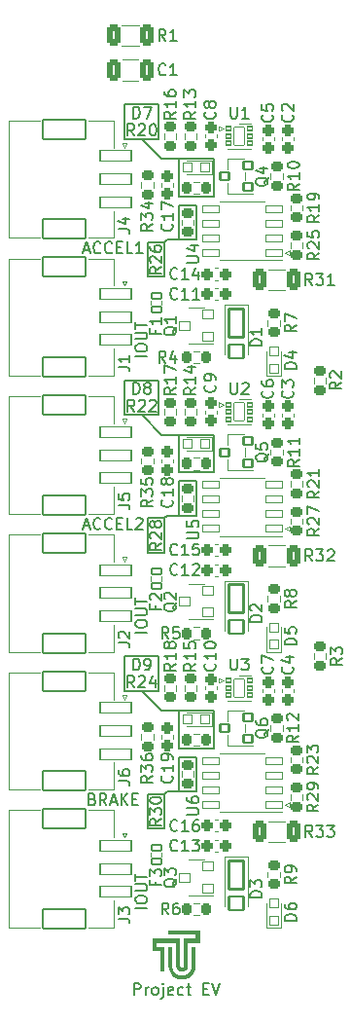
<source format=gbr>
%TF.GenerationSoftware,KiCad,Pcbnew,8.0.4*%
%TF.CreationDate,2024-08-16T18:46:30+09:00*%
%TF.ProjectId,accel-brake-sig-converter-board,61636365-6c2d-4627-9261-6b652d736967,rev?*%
%TF.SameCoordinates,Original*%
%TF.FileFunction,Legend,Top*%
%TF.FilePolarity,Positive*%
%FSLAX46Y46*%
G04 Gerber Fmt 4.6, Leading zero omitted, Abs format (unit mm)*
G04 Created by KiCad (PCBNEW 8.0.4) date 2024-08-16 18:46:30*
%MOMM*%
%LPD*%
G01*
G04 APERTURE LIST*
G04 Aperture macros list*
%AMRoundRect*
0 Rectangle with rounded corners*
0 $1 Rounding radius*
0 $2 $3 $4 $5 $6 $7 $8 $9 X,Y pos of 4 corners*
0 Add a 4 corners polygon primitive as box body*
4,1,4,$2,$3,$4,$5,$6,$7,$8,$9,$2,$3,0*
0 Add four circle primitives for the rounded corners*
1,1,$1+$1,$2,$3*
1,1,$1+$1,$4,$5*
1,1,$1+$1,$6,$7*
1,1,$1+$1,$8,$9*
0 Add four rect primitives between the rounded corners*
20,1,$1+$1,$2,$3,$4,$5,0*
20,1,$1+$1,$4,$5,$6,$7,0*
20,1,$1+$1,$6,$7,$8,$9,0*
20,1,$1+$1,$8,$9,$2,$3,0*%
G04 Aperture macros list end*
%ADD10C,0.150000*%
%ADD11C,0.120000*%
%ADD12C,0.000000*%
%ADD13RoundRect,0.058333X0.741667X-0.291667X0.741667X0.291667X-0.741667X0.291667X-0.741667X-0.291667X0*%
%ADD14C,0.900000*%
%ADD15C,6.500000*%
%ADD16C,2.000000*%
%ADD17RoundRect,0.250000X0.275000X-0.250000X0.275000X0.250000X-0.275000X0.250000X-0.275000X-0.250000X0*%
%ADD18RoundRect,0.112500X0.387500X0.337500X-0.387500X0.337500X-0.387500X-0.337500X0.387500X-0.337500X0*%
%ADD19RoundRect,0.250000X-0.250000X-0.275000X0.250000X-0.275000X0.250000X0.275000X-0.250000X0.275000X0*%
%ADD20RoundRect,0.225000X-0.300000X0.225000X-0.300000X-0.225000X0.300000X-0.225000X0.300000X0.225000X0*%
%ADD21RoundRect,0.056250X0.393750X-0.393750X0.393750X0.393750X-0.393750X0.393750X-0.393750X-0.393750X0*%
%ADD22RoundRect,0.272222X0.340278X0.652778X-0.340278X0.652778X-0.340278X-0.652778X0.340278X-0.652778X0*%
%ADD23RoundRect,0.064286X-0.225714X-0.160714X0.225714X-0.160714X0.225714X0.160714X-0.225714X0.160714X0*%
%ADD24RoundRect,0.052632X-0.447368X-0.797368X0.447368X-0.797368X0.447368X0.797368X-0.447368X0.797368X0*%
%ADD25RoundRect,0.056250X0.443750X-0.393750X0.443750X0.393750X-0.443750X0.393750X-0.443750X-0.393750X0*%
%ADD26RoundRect,0.107143X-0.642857X1.242857X-0.642857X-1.242857X0.642857X-1.242857X0.642857X1.242857X0*%
%ADD27RoundRect,0.107692X-0.642308X0.592308X-0.642308X-0.592308X0.642308X-0.592308X0.642308X0.592308X0*%
%ADD28RoundRect,0.055000X1.345000X-0.495000X1.345000X0.495000X-1.345000X0.495000X-1.345000X-0.495000X0*%
%ADD29RoundRect,0.095000X1.855000X-0.855000X1.855000X0.855000X-1.855000X0.855000X-1.855000X-0.855000X0*%
%ADD30RoundRect,0.056250X0.393750X0.393750X-0.393750X0.393750X-0.393750X-0.393750X0.393750X-0.393750X0*%
%ADD31C,1.300000*%
%ADD32RoundRect,0.060000X-0.440000X0.240000X-0.440000X-0.240000X0.440000X-0.240000X0.440000X0.240000X0*%
%ADD33RoundRect,0.250000X-0.275000X0.250000X-0.275000X-0.250000X0.275000X-0.250000X0.275000X0.250000X0*%
%ADD34RoundRect,0.225000X0.300000X-0.225000X0.300000X0.225000X-0.300000X0.225000X-0.300000X-0.225000X0*%
%ADD35RoundRect,0.225000X0.225000X0.300000X-0.225000X0.300000X-0.225000X-0.300000X0.225000X-0.300000X0*%
%ADD36RoundRect,0.225000X-0.225000X-0.300000X0.225000X-0.300000X0.225000X0.300000X-0.225000X0.300000X0*%
%ADD37RoundRect,0.272222X-0.340278X-0.652778X0.340278X-0.652778X0.340278X0.652778X-0.340278X0.652778X0*%
%ADD38RoundRect,0.271739X-0.353261X-0.678261X0.353261X-0.678261X0.353261X0.678261X-0.353261X0.678261X0*%
G04 APERTURE END LIST*
D10*
X13750000Y-61250000D02*
X15250000Y-61250000D01*
X10500000Y-56500000D02*
X13500000Y-56500000D01*
X13500000Y-59500000D01*
X10500000Y-59500000D01*
X10500000Y-56500000D01*
X14250000Y-44250000D02*
X15250000Y-44250000D01*
X12000000Y-11500000D02*
X13750000Y-13250000D01*
X12500000Y-68500000D02*
X14000000Y-68500000D01*
X14000000Y-71500000D01*
X12500000Y-71500000D01*
X12500000Y-68500000D01*
X15250000Y-37250000D02*
X18250000Y-37250000D01*
X18250000Y-40500000D01*
X15250000Y-40500000D01*
X15250000Y-37250000D01*
X13750000Y-13250000D02*
X15250000Y-13250000D01*
X15250000Y-65250000D02*
X16750000Y-65250000D01*
X16750000Y-68250000D01*
X15250000Y-68250000D01*
X15250000Y-65250000D01*
X10500000Y-32500000D02*
X13500000Y-32500000D01*
X13500000Y-35500000D01*
X10500000Y-35500000D01*
X10500000Y-32500000D01*
X15250000Y-61250000D02*
X18250000Y-61250000D01*
X18250000Y-64500000D01*
X15250000Y-64500000D01*
X15250000Y-61250000D01*
X14250000Y-20250000D02*
X15250000Y-20250000D01*
X15250000Y-13250000D02*
X18250000Y-13250000D01*
X18250000Y-16500000D01*
X15250000Y-16500000D01*
X15250000Y-13250000D01*
X14000000Y-68500000D02*
X14250000Y-68250000D01*
X12500000Y-44500000D02*
X14000000Y-44500000D01*
X14000000Y-47500000D01*
X12500000Y-47500000D01*
X12500000Y-44500000D01*
X15250000Y-17250000D02*
X16750000Y-17250000D01*
X16750000Y-20250000D01*
X15250000Y-20250000D01*
X15250000Y-17250000D01*
X12000000Y-35500000D02*
X13750000Y-37250000D01*
X12000000Y-59500000D02*
X13750000Y-61250000D01*
X10500000Y-8500000D02*
X13500000Y-8500000D01*
X13500000Y-11500000D01*
X10500000Y-11500000D01*
X10500000Y-8500000D01*
X14000000Y-20500000D02*
X14250000Y-20250000D01*
X13750000Y-37250000D02*
X15250000Y-37250000D01*
X15250000Y-41250000D02*
X16750000Y-41250000D01*
X16750000Y-44250000D01*
X15250000Y-44250000D01*
X15250000Y-41250000D01*
X14250000Y-68250000D02*
X15250000Y-68250000D01*
X12500000Y-20500000D02*
X14000000Y-20500000D01*
X14000000Y-23500000D01*
X12500000Y-23500000D01*
X12500000Y-20500000D01*
X14000000Y-44500000D02*
X14250000Y-44250000D01*
X12454819Y-78428570D02*
X11454819Y-78428570D01*
X11454819Y-77761904D02*
X11454819Y-77571428D01*
X11454819Y-77571428D02*
X11502438Y-77476190D01*
X11502438Y-77476190D02*
X11597676Y-77380952D01*
X11597676Y-77380952D02*
X11788152Y-77333333D01*
X11788152Y-77333333D02*
X12121485Y-77333333D01*
X12121485Y-77333333D02*
X12311961Y-77380952D01*
X12311961Y-77380952D02*
X12407200Y-77476190D01*
X12407200Y-77476190D02*
X12454819Y-77571428D01*
X12454819Y-77571428D02*
X12454819Y-77761904D01*
X12454819Y-77761904D02*
X12407200Y-77857142D01*
X12407200Y-77857142D02*
X12311961Y-77952380D01*
X12311961Y-77952380D02*
X12121485Y-77999999D01*
X12121485Y-77999999D02*
X11788152Y-77999999D01*
X11788152Y-77999999D02*
X11597676Y-77952380D01*
X11597676Y-77952380D02*
X11502438Y-77857142D01*
X11502438Y-77857142D02*
X11454819Y-77761904D01*
X11454819Y-76904761D02*
X12264342Y-76904761D01*
X12264342Y-76904761D02*
X12359580Y-76857142D01*
X12359580Y-76857142D02*
X12407200Y-76809523D01*
X12407200Y-76809523D02*
X12454819Y-76714285D01*
X12454819Y-76714285D02*
X12454819Y-76523809D01*
X12454819Y-76523809D02*
X12407200Y-76428571D01*
X12407200Y-76428571D02*
X12359580Y-76380952D01*
X12359580Y-76380952D02*
X12264342Y-76333333D01*
X12264342Y-76333333D02*
X11454819Y-76333333D01*
X11454819Y-75999999D02*
X11454819Y-75428571D01*
X12454819Y-75714285D02*
X11454819Y-75714285D01*
X12454819Y-30428570D02*
X11454819Y-30428570D01*
X11454819Y-29761904D02*
X11454819Y-29571428D01*
X11454819Y-29571428D02*
X11502438Y-29476190D01*
X11502438Y-29476190D02*
X11597676Y-29380952D01*
X11597676Y-29380952D02*
X11788152Y-29333333D01*
X11788152Y-29333333D02*
X12121485Y-29333333D01*
X12121485Y-29333333D02*
X12311961Y-29380952D01*
X12311961Y-29380952D02*
X12407200Y-29476190D01*
X12407200Y-29476190D02*
X12454819Y-29571428D01*
X12454819Y-29571428D02*
X12454819Y-29761904D01*
X12454819Y-29761904D02*
X12407200Y-29857142D01*
X12407200Y-29857142D02*
X12311961Y-29952380D01*
X12311961Y-29952380D02*
X12121485Y-29999999D01*
X12121485Y-29999999D02*
X11788152Y-29999999D01*
X11788152Y-29999999D02*
X11597676Y-29952380D01*
X11597676Y-29952380D02*
X11502438Y-29857142D01*
X11502438Y-29857142D02*
X11454819Y-29761904D01*
X11454819Y-28904761D02*
X12264342Y-28904761D01*
X12264342Y-28904761D02*
X12359580Y-28857142D01*
X12359580Y-28857142D02*
X12407200Y-28809523D01*
X12407200Y-28809523D02*
X12454819Y-28714285D01*
X12454819Y-28714285D02*
X12454819Y-28523809D01*
X12454819Y-28523809D02*
X12407200Y-28428571D01*
X12407200Y-28428571D02*
X12359580Y-28380952D01*
X12359580Y-28380952D02*
X12264342Y-28333333D01*
X12264342Y-28333333D02*
X11454819Y-28333333D01*
X11454819Y-27999999D02*
X11454819Y-27428571D01*
X12454819Y-27714285D02*
X11454819Y-27714285D01*
X11333333Y-85954819D02*
X11333333Y-84954819D01*
X11333333Y-84954819D02*
X11714285Y-84954819D01*
X11714285Y-84954819D02*
X11809523Y-85002438D01*
X11809523Y-85002438D02*
X11857142Y-85050057D01*
X11857142Y-85050057D02*
X11904761Y-85145295D01*
X11904761Y-85145295D02*
X11904761Y-85288152D01*
X11904761Y-85288152D02*
X11857142Y-85383390D01*
X11857142Y-85383390D02*
X11809523Y-85431009D01*
X11809523Y-85431009D02*
X11714285Y-85478628D01*
X11714285Y-85478628D02*
X11333333Y-85478628D01*
X12333333Y-85954819D02*
X12333333Y-85288152D01*
X12333333Y-85478628D02*
X12380952Y-85383390D01*
X12380952Y-85383390D02*
X12428571Y-85335771D01*
X12428571Y-85335771D02*
X12523809Y-85288152D01*
X12523809Y-85288152D02*
X12619047Y-85288152D01*
X13095238Y-85954819D02*
X13000000Y-85907200D01*
X13000000Y-85907200D02*
X12952381Y-85859580D01*
X12952381Y-85859580D02*
X12904762Y-85764342D01*
X12904762Y-85764342D02*
X12904762Y-85478628D01*
X12904762Y-85478628D02*
X12952381Y-85383390D01*
X12952381Y-85383390D02*
X13000000Y-85335771D01*
X13000000Y-85335771D02*
X13095238Y-85288152D01*
X13095238Y-85288152D02*
X13238095Y-85288152D01*
X13238095Y-85288152D02*
X13333333Y-85335771D01*
X13333333Y-85335771D02*
X13380952Y-85383390D01*
X13380952Y-85383390D02*
X13428571Y-85478628D01*
X13428571Y-85478628D02*
X13428571Y-85764342D01*
X13428571Y-85764342D02*
X13380952Y-85859580D01*
X13380952Y-85859580D02*
X13333333Y-85907200D01*
X13333333Y-85907200D02*
X13238095Y-85954819D01*
X13238095Y-85954819D02*
X13095238Y-85954819D01*
X13857143Y-85288152D02*
X13857143Y-86145295D01*
X13857143Y-86145295D02*
X13809524Y-86240533D01*
X13809524Y-86240533D02*
X13714286Y-86288152D01*
X13714286Y-86288152D02*
X13666667Y-86288152D01*
X13857143Y-84954819D02*
X13809524Y-85002438D01*
X13809524Y-85002438D02*
X13857143Y-85050057D01*
X13857143Y-85050057D02*
X13904762Y-85002438D01*
X13904762Y-85002438D02*
X13857143Y-84954819D01*
X13857143Y-84954819D02*
X13857143Y-85050057D01*
X14714285Y-85907200D02*
X14619047Y-85954819D01*
X14619047Y-85954819D02*
X14428571Y-85954819D01*
X14428571Y-85954819D02*
X14333333Y-85907200D01*
X14333333Y-85907200D02*
X14285714Y-85811961D01*
X14285714Y-85811961D02*
X14285714Y-85431009D01*
X14285714Y-85431009D02*
X14333333Y-85335771D01*
X14333333Y-85335771D02*
X14428571Y-85288152D01*
X14428571Y-85288152D02*
X14619047Y-85288152D01*
X14619047Y-85288152D02*
X14714285Y-85335771D01*
X14714285Y-85335771D02*
X14761904Y-85431009D01*
X14761904Y-85431009D02*
X14761904Y-85526247D01*
X14761904Y-85526247D02*
X14285714Y-85621485D01*
X15619047Y-85907200D02*
X15523809Y-85954819D01*
X15523809Y-85954819D02*
X15333333Y-85954819D01*
X15333333Y-85954819D02*
X15238095Y-85907200D01*
X15238095Y-85907200D02*
X15190476Y-85859580D01*
X15190476Y-85859580D02*
X15142857Y-85764342D01*
X15142857Y-85764342D02*
X15142857Y-85478628D01*
X15142857Y-85478628D02*
X15190476Y-85383390D01*
X15190476Y-85383390D02*
X15238095Y-85335771D01*
X15238095Y-85335771D02*
X15333333Y-85288152D01*
X15333333Y-85288152D02*
X15523809Y-85288152D01*
X15523809Y-85288152D02*
X15619047Y-85335771D01*
X15904762Y-85288152D02*
X16285714Y-85288152D01*
X16047619Y-84954819D02*
X16047619Y-85811961D01*
X16047619Y-85811961D02*
X16095238Y-85907200D01*
X16095238Y-85907200D02*
X16190476Y-85954819D01*
X16190476Y-85954819D02*
X16285714Y-85954819D01*
X17380953Y-85431009D02*
X17714286Y-85431009D01*
X17857143Y-85954819D02*
X17380953Y-85954819D01*
X17380953Y-85954819D02*
X17380953Y-84954819D01*
X17380953Y-84954819D02*
X17857143Y-84954819D01*
X18142858Y-84954819D02*
X18476191Y-85954819D01*
X18476191Y-85954819D02*
X18809524Y-84954819D01*
X6928571Y-21169104D02*
X7404761Y-21169104D01*
X6833333Y-21454819D02*
X7166666Y-20454819D01*
X7166666Y-20454819D02*
X7499999Y-21454819D01*
X8404761Y-21359580D02*
X8357142Y-21407200D01*
X8357142Y-21407200D02*
X8214285Y-21454819D01*
X8214285Y-21454819D02*
X8119047Y-21454819D01*
X8119047Y-21454819D02*
X7976190Y-21407200D01*
X7976190Y-21407200D02*
X7880952Y-21311961D01*
X7880952Y-21311961D02*
X7833333Y-21216723D01*
X7833333Y-21216723D02*
X7785714Y-21026247D01*
X7785714Y-21026247D02*
X7785714Y-20883390D01*
X7785714Y-20883390D02*
X7833333Y-20692914D01*
X7833333Y-20692914D02*
X7880952Y-20597676D01*
X7880952Y-20597676D02*
X7976190Y-20502438D01*
X7976190Y-20502438D02*
X8119047Y-20454819D01*
X8119047Y-20454819D02*
X8214285Y-20454819D01*
X8214285Y-20454819D02*
X8357142Y-20502438D01*
X8357142Y-20502438D02*
X8404761Y-20550057D01*
X9404761Y-21359580D02*
X9357142Y-21407200D01*
X9357142Y-21407200D02*
X9214285Y-21454819D01*
X9214285Y-21454819D02*
X9119047Y-21454819D01*
X9119047Y-21454819D02*
X8976190Y-21407200D01*
X8976190Y-21407200D02*
X8880952Y-21311961D01*
X8880952Y-21311961D02*
X8833333Y-21216723D01*
X8833333Y-21216723D02*
X8785714Y-21026247D01*
X8785714Y-21026247D02*
X8785714Y-20883390D01*
X8785714Y-20883390D02*
X8833333Y-20692914D01*
X8833333Y-20692914D02*
X8880952Y-20597676D01*
X8880952Y-20597676D02*
X8976190Y-20502438D01*
X8976190Y-20502438D02*
X9119047Y-20454819D01*
X9119047Y-20454819D02*
X9214285Y-20454819D01*
X9214285Y-20454819D02*
X9357142Y-20502438D01*
X9357142Y-20502438D02*
X9404761Y-20550057D01*
X9833333Y-20931009D02*
X10166666Y-20931009D01*
X10309523Y-21454819D02*
X9833333Y-21454819D01*
X9833333Y-21454819D02*
X9833333Y-20454819D01*
X9833333Y-20454819D02*
X10309523Y-20454819D01*
X11214285Y-21454819D02*
X10738095Y-21454819D01*
X10738095Y-21454819D02*
X10738095Y-20454819D01*
X12071428Y-21454819D02*
X11500000Y-21454819D01*
X11785714Y-21454819D02*
X11785714Y-20454819D01*
X11785714Y-20454819D02*
X11690476Y-20597676D01*
X11690476Y-20597676D02*
X11595238Y-20692914D01*
X11595238Y-20692914D02*
X11500000Y-20740533D01*
X7690476Y-68931009D02*
X7833333Y-68978628D01*
X7833333Y-68978628D02*
X7880952Y-69026247D01*
X7880952Y-69026247D02*
X7928571Y-69121485D01*
X7928571Y-69121485D02*
X7928571Y-69264342D01*
X7928571Y-69264342D02*
X7880952Y-69359580D01*
X7880952Y-69359580D02*
X7833333Y-69407200D01*
X7833333Y-69407200D02*
X7738095Y-69454819D01*
X7738095Y-69454819D02*
X7357143Y-69454819D01*
X7357143Y-69454819D02*
X7357143Y-68454819D01*
X7357143Y-68454819D02*
X7690476Y-68454819D01*
X7690476Y-68454819D02*
X7785714Y-68502438D01*
X7785714Y-68502438D02*
X7833333Y-68550057D01*
X7833333Y-68550057D02*
X7880952Y-68645295D01*
X7880952Y-68645295D02*
X7880952Y-68740533D01*
X7880952Y-68740533D02*
X7833333Y-68835771D01*
X7833333Y-68835771D02*
X7785714Y-68883390D01*
X7785714Y-68883390D02*
X7690476Y-68931009D01*
X7690476Y-68931009D02*
X7357143Y-68931009D01*
X8928571Y-69454819D02*
X8595238Y-68978628D01*
X8357143Y-69454819D02*
X8357143Y-68454819D01*
X8357143Y-68454819D02*
X8738095Y-68454819D01*
X8738095Y-68454819D02*
X8833333Y-68502438D01*
X8833333Y-68502438D02*
X8880952Y-68550057D01*
X8880952Y-68550057D02*
X8928571Y-68645295D01*
X8928571Y-68645295D02*
X8928571Y-68788152D01*
X8928571Y-68788152D02*
X8880952Y-68883390D01*
X8880952Y-68883390D02*
X8833333Y-68931009D01*
X8833333Y-68931009D02*
X8738095Y-68978628D01*
X8738095Y-68978628D02*
X8357143Y-68978628D01*
X9309524Y-69169104D02*
X9785714Y-69169104D01*
X9214286Y-69454819D02*
X9547619Y-68454819D01*
X9547619Y-68454819D02*
X9880952Y-69454819D01*
X10214286Y-69454819D02*
X10214286Y-68454819D01*
X10785714Y-69454819D02*
X10357143Y-68883390D01*
X10785714Y-68454819D02*
X10214286Y-69026247D01*
X11214286Y-68931009D02*
X11547619Y-68931009D01*
X11690476Y-69454819D02*
X11214286Y-69454819D01*
X11214286Y-69454819D02*
X11214286Y-68454819D01*
X11214286Y-68454819D02*
X11690476Y-68454819D01*
X12454819Y-54428570D02*
X11454819Y-54428570D01*
X11454819Y-53761904D02*
X11454819Y-53571428D01*
X11454819Y-53571428D02*
X11502438Y-53476190D01*
X11502438Y-53476190D02*
X11597676Y-53380952D01*
X11597676Y-53380952D02*
X11788152Y-53333333D01*
X11788152Y-53333333D02*
X12121485Y-53333333D01*
X12121485Y-53333333D02*
X12311961Y-53380952D01*
X12311961Y-53380952D02*
X12407200Y-53476190D01*
X12407200Y-53476190D02*
X12454819Y-53571428D01*
X12454819Y-53571428D02*
X12454819Y-53761904D01*
X12454819Y-53761904D02*
X12407200Y-53857142D01*
X12407200Y-53857142D02*
X12311961Y-53952380D01*
X12311961Y-53952380D02*
X12121485Y-53999999D01*
X12121485Y-53999999D02*
X11788152Y-53999999D01*
X11788152Y-53999999D02*
X11597676Y-53952380D01*
X11597676Y-53952380D02*
X11502438Y-53857142D01*
X11502438Y-53857142D02*
X11454819Y-53761904D01*
X11454819Y-52904761D02*
X12264342Y-52904761D01*
X12264342Y-52904761D02*
X12359580Y-52857142D01*
X12359580Y-52857142D02*
X12407200Y-52809523D01*
X12407200Y-52809523D02*
X12454819Y-52714285D01*
X12454819Y-52714285D02*
X12454819Y-52523809D01*
X12454819Y-52523809D02*
X12407200Y-52428571D01*
X12407200Y-52428571D02*
X12359580Y-52380952D01*
X12359580Y-52380952D02*
X12264342Y-52333333D01*
X12264342Y-52333333D02*
X11454819Y-52333333D01*
X11454819Y-51999999D02*
X11454819Y-51428571D01*
X12454819Y-51714285D02*
X11454819Y-51714285D01*
X6928571Y-45169104D02*
X7404761Y-45169104D01*
X6833333Y-45454819D02*
X7166666Y-44454819D01*
X7166666Y-44454819D02*
X7499999Y-45454819D01*
X8404761Y-45359580D02*
X8357142Y-45407200D01*
X8357142Y-45407200D02*
X8214285Y-45454819D01*
X8214285Y-45454819D02*
X8119047Y-45454819D01*
X8119047Y-45454819D02*
X7976190Y-45407200D01*
X7976190Y-45407200D02*
X7880952Y-45311961D01*
X7880952Y-45311961D02*
X7833333Y-45216723D01*
X7833333Y-45216723D02*
X7785714Y-45026247D01*
X7785714Y-45026247D02*
X7785714Y-44883390D01*
X7785714Y-44883390D02*
X7833333Y-44692914D01*
X7833333Y-44692914D02*
X7880952Y-44597676D01*
X7880952Y-44597676D02*
X7976190Y-44502438D01*
X7976190Y-44502438D02*
X8119047Y-44454819D01*
X8119047Y-44454819D02*
X8214285Y-44454819D01*
X8214285Y-44454819D02*
X8357142Y-44502438D01*
X8357142Y-44502438D02*
X8404761Y-44550057D01*
X9404761Y-45359580D02*
X9357142Y-45407200D01*
X9357142Y-45407200D02*
X9214285Y-45454819D01*
X9214285Y-45454819D02*
X9119047Y-45454819D01*
X9119047Y-45454819D02*
X8976190Y-45407200D01*
X8976190Y-45407200D02*
X8880952Y-45311961D01*
X8880952Y-45311961D02*
X8833333Y-45216723D01*
X8833333Y-45216723D02*
X8785714Y-45026247D01*
X8785714Y-45026247D02*
X8785714Y-44883390D01*
X8785714Y-44883390D02*
X8833333Y-44692914D01*
X8833333Y-44692914D02*
X8880952Y-44597676D01*
X8880952Y-44597676D02*
X8976190Y-44502438D01*
X8976190Y-44502438D02*
X9119047Y-44454819D01*
X9119047Y-44454819D02*
X9214285Y-44454819D01*
X9214285Y-44454819D02*
X9357142Y-44502438D01*
X9357142Y-44502438D02*
X9404761Y-44550057D01*
X9833333Y-44931009D02*
X10166666Y-44931009D01*
X10309523Y-45454819D02*
X9833333Y-45454819D01*
X9833333Y-45454819D02*
X9833333Y-44454819D01*
X9833333Y-44454819D02*
X10309523Y-44454819D01*
X11214285Y-45454819D02*
X10738095Y-45454819D01*
X10738095Y-45454819D02*
X10738095Y-44454819D01*
X11500000Y-44550057D02*
X11547619Y-44502438D01*
X11547619Y-44502438D02*
X11642857Y-44454819D01*
X11642857Y-44454819D02*
X11880952Y-44454819D01*
X11880952Y-44454819D02*
X11976190Y-44502438D01*
X11976190Y-44502438D02*
X12023809Y-44550057D01*
X12023809Y-44550057D02*
X12071428Y-44645295D01*
X12071428Y-44645295D02*
X12071428Y-44740533D01*
X12071428Y-44740533D02*
X12023809Y-44883390D01*
X12023809Y-44883390D02*
X11452381Y-45454819D01*
X11452381Y-45454819D02*
X12071428Y-45454819D01*
X15954819Y-22261904D02*
X16764342Y-22261904D01*
X16764342Y-22261904D02*
X16859580Y-22214285D01*
X16859580Y-22214285D02*
X16907200Y-22166666D01*
X16907200Y-22166666D02*
X16954819Y-22071428D01*
X16954819Y-22071428D02*
X16954819Y-21880952D01*
X16954819Y-21880952D02*
X16907200Y-21785714D01*
X16907200Y-21785714D02*
X16859580Y-21738095D01*
X16859580Y-21738095D02*
X16764342Y-21690476D01*
X16764342Y-21690476D02*
X15954819Y-21690476D01*
X16288152Y-20785714D02*
X16954819Y-20785714D01*
X15907200Y-21023809D02*
X16621485Y-21261904D01*
X16621485Y-21261904D02*
X16621485Y-20642857D01*
X14609580Y-66892857D02*
X14657200Y-66940476D01*
X14657200Y-66940476D02*
X14704819Y-67083333D01*
X14704819Y-67083333D02*
X14704819Y-67178571D01*
X14704819Y-67178571D02*
X14657200Y-67321428D01*
X14657200Y-67321428D02*
X14561961Y-67416666D01*
X14561961Y-67416666D02*
X14466723Y-67464285D01*
X14466723Y-67464285D02*
X14276247Y-67511904D01*
X14276247Y-67511904D02*
X14133390Y-67511904D01*
X14133390Y-67511904D02*
X13942914Y-67464285D01*
X13942914Y-67464285D02*
X13847676Y-67416666D01*
X13847676Y-67416666D02*
X13752438Y-67321428D01*
X13752438Y-67321428D02*
X13704819Y-67178571D01*
X13704819Y-67178571D02*
X13704819Y-67083333D01*
X13704819Y-67083333D02*
X13752438Y-66940476D01*
X13752438Y-66940476D02*
X13800057Y-66892857D01*
X14704819Y-65940476D02*
X14704819Y-66511904D01*
X14704819Y-66226190D02*
X13704819Y-66226190D01*
X13704819Y-66226190D02*
X13847676Y-66321428D01*
X13847676Y-66321428D02*
X13942914Y-66416666D01*
X13942914Y-66416666D02*
X13990533Y-66511904D01*
X14704819Y-65464285D02*
X14704819Y-65273809D01*
X14704819Y-65273809D02*
X14657200Y-65178571D01*
X14657200Y-65178571D02*
X14609580Y-65130952D01*
X14609580Y-65130952D02*
X14466723Y-65035714D01*
X14466723Y-65035714D02*
X14276247Y-64988095D01*
X14276247Y-64988095D02*
X13895295Y-64988095D01*
X13895295Y-64988095D02*
X13800057Y-65035714D01*
X13800057Y-65035714D02*
X13752438Y-65083333D01*
X13752438Y-65083333D02*
X13704819Y-65178571D01*
X13704819Y-65178571D02*
X13704819Y-65369047D01*
X13704819Y-65369047D02*
X13752438Y-65464285D01*
X13752438Y-65464285D02*
X13800057Y-65511904D01*
X13800057Y-65511904D02*
X13895295Y-65559523D01*
X13895295Y-65559523D02*
X14133390Y-65559523D01*
X14133390Y-65559523D02*
X14228628Y-65511904D01*
X14228628Y-65511904D02*
X14276247Y-65464285D01*
X14276247Y-65464285D02*
X14323866Y-65369047D01*
X14323866Y-65369047D02*
X14323866Y-65178571D01*
X14323866Y-65178571D02*
X14276247Y-65083333D01*
X14276247Y-65083333D02*
X14228628Y-65035714D01*
X14228628Y-65035714D02*
X14133390Y-64988095D01*
X23050057Y-38845238D02*
X23002438Y-38940476D01*
X23002438Y-38940476D02*
X22907200Y-39035714D01*
X22907200Y-39035714D02*
X22764342Y-39178571D01*
X22764342Y-39178571D02*
X22716723Y-39273809D01*
X22716723Y-39273809D02*
X22716723Y-39369047D01*
X22954819Y-39321428D02*
X22907200Y-39416666D01*
X22907200Y-39416666D02*
X22811961Y-39511904D01*
X22811961Y-39511904D02*
X22621485Y-39559523D01*
X22621485Y-39559523D02*
X22288152Y-39559523D01*
X22288152Y-39559523D02*
X22097676Y-39511904D01*
X22097676Y-39511904D02*
X22002438Y-39416666D01*
X22002438Y-39416666D02*
X21954819Y-39321428D01*
X21954819Y-39321428D02*
X21954819Y-39130952D01*
X21954819Y-39130952D02*
X22002438Y-39035714D01*
X22002438Y-39035714D02*
X22097676Y-38940476D01*
X22097676Y-38940476D02*
X22288152Y-38892857D01*
X22288152Y-38892857D02*
X22621485Y-38892857D01*
X22621485Y-38892857D02*
X22811961Y-38940476D01*
X22811961Y-38940476D02*
X22907200Y-39035714D01*
X22907200Y-39035714D02*
X22954819Y-39130952D01*
X22954819Y-39130952D02*
X22954819Y-39321428D01*
X21954819Y-37988095D02*
X21954819Y-38464285D01*
X21954819Y-38464285D02*
X22431009Y-38511904D01*
X22431009Y-38511904D02*
X22383390Y-38464285D01*
X22383390Y-38464285D02*
X22335771Y-38369047D01*
X22335771Y-38369047D02*
X22335771Y-38130952D01*
X22335771Y-38130952D02*
X22383390Y-38035714D01*
X22383390Y-38035714D02*
X22431009Y-37988095D01*
X22431009Y-37988095D02*
X22526247Y-37940476D01*
X22526247Y-37940476D02*
X22764342Y-37940476D01*
X22764342Y-37940476D02*
X22859580Y-37988095D01*
X22859580Y-37988095D02*
X22907200Y-38035714D01*
X22907200Y-38035714D02*
X22954819Y-38130952D01*
X22954819Y-38130952D02*
X22954819Y-38369047D01*
X22954819Y-38369047D02*
X22907200Y-38464285D01*
X22907200Y-38464285D02*
X22859580Y-38511904D01*
X15107142Y-71609580D02*
X15059523Y-71657200D01*
X15059523Y-71657200D02*
X14916666Y-71704819D01*
X14916666Y-71704819D02*
X14821428Y-71704819D01*
X14821428Y-71704819D02*
X14678571Y-71657200D01*
X14678571Y-71657200D02*
X14583333Y-71561961D01*
X14583333Y-71561961D02*
X14535714Y-71466723D01*
X14535714Y-71466723D02*
X14488095Y-71276247D01*
X14488095Y-71276247D02*
X14488095Y-71133390D01*
X14488095Y-71133390D02*
X14535714Y-70942914D01*
X14535714Y-70942914D02*
X14583333Y-70847676D01*
X14583333Y-70847676D02*
X14678571Y-70752438D01*
X14678571Y-70752438D02*
X14821428Y-70704819D01*
X14821428Y-70704819D02*
X14916666Y-70704819D01*
X14916666Y-70704819D02*
X15059523Y-70752438D01*
X15059523Y-70752438D02*
X15107142Y-70800057D01*
X16059523Y-71704819D02*
X15488095Y-71704819D01*
X15773809Y-71704819D02*
X15773809Y-70704819D01*
X15773809Y-70704819D02*
X15678571Y-70847676D01*
X15678571Y-70847676D02*
X15583333Y-70942914D01*
X15583333Y-70942914D02*
X15488095Y-70990533D01*
X16916666Y-70704819D02*
X16726190Y-70704819D01*
X16726190Y-70704819D02*
X16630952Y-70752438D01*
X16630952Y-70752438D02*
X16583333Y-70800057D01*
X16583333Y-70800057D02*
X16488095Y-70942914D01*
X16488095Y-70942914D02*
X16440476Y-71133390D01*
X16440476Y-71133390D02*
X16440476Y-71514342D01*
X16440476Y-71514342D02*
X16488095Y-71609580D01*
X16488095Y-71609580D02*
X16535714Y-71657200D01*
X16535714Y-71657200D02*
X16630952Y-71704819D01*
X16630952Y-71704819D02*
X16821428Y-71704819D01*
X16821428Y-71704819D02*
X16916666Y-71657200D01*
X16916666Y-71657200D02*
X16964285Y-71609580D01*
X16964285Y-71609580D02*
X17011904Y-71514342D01*
X17011904Y-71514342D02*
X17011904Y-71276247D01*
X17011904Y-71276247D02*
X16964285Y-71181009D01*
X16964285Y-71181009D02*
X16916666Y-71133390D01*
X16916666Y-71133390D02*
X16821428Y-71085771D01*
X16821428Y-71085771D02*
X16630952Y-71085771D01*
X16630952Y-71085771D02*
X16535714Y-71133390D01*
X16535714Y-71133390D02*
X16488095Y-71181009D01*
X16488095Y-71181009D02*
X16440476Y-71276247D01*
X13704819Y-70642857D02*
X13228628Y-70976190D01*
X13704819Y-71214285D02*
X12704819Y-71214285D01*
X12704819Y-71214285D02*
X12704819Y-70833333D01*
X12704819Y-70833333D02*
X12752438Y-70738095D01*
X12752438Y-70738095D02*
X12800057Y-70690476D01*
X12800057Y-70690476D02*
X12895295Y-70642857D01*
X12895295Y-70642857D02*
X13038152Y-70642857D01*
X13038152Y-70642857D02*
X13133390Y-70690476D01*
X13133390Y-70690476D02*
X13181009Y-70738095D01*
X13181009Y-70738095D02*
X13228628Y-70833333D01*
X13228628Y-70833333D02*
X13228628Y-71214285D01*
X12704819Y-70309523D02*
X12704819Y-69690476D01*
X12704819Y-69690476D02*
X13085771Y-70023809D01*
X13085771Y-70023809D02*
X13085771Y-69880952D01*
X13085771Y-69880952D02*
X13133390Y-69785714D01*
X13133390Y-69785714D02*
X13181009Y-69738095D01*
X13181009Y-69738095D02*
X13276247Y-69690476D01*
X13276247Y-69690476D02*
X13514342Y-69690476D01*
X13514342Y-69690476D02*
X13609580Y-69738095D01*
X13609580Y-69738095D02*
X13657200Y-69785714D01*
X13657200Y-69785714D02*
X13704819Y-69880952D01*
X13704819Y-69880952D02*
X13704819Y-70166666D01*
X13704819Y-70166666D02*
X13657200Y-70261904D01*
X13657200Y-70261904D02*
X13609580Y-70309523D01*
X12704819Y-69071428D02*
X12704819Y-68976190D01*
X12704819Y-68976190D02*
X12752438Y-68880952D01*
X12752438Y-68880952D02*
X12800057Y-68833333D01*
X12800057Y-68833333D02*
X12895295Y-68785714D01*
X12895295Y-68785714D02*
X13085771Y-68738095D01*
X13085771Y-68738095D02*
X13323866Y-68738095D01*
X13323866Y-68738095D02*
X13514342Y-68785714D01*
X13514342Y-68785714D02*
X13609580Y-68833333D01*
X13609580Y-68833333D02*
X13657200Y-68880952D01*
X13657200Y-68880952D02*
X13704819Y-68976190D01*
X13704819Y-68976190D02*
X13704819Y-69071428D01*
X13704819Y-69071428D02*
X13657200Y-69166666D01*
X13657200Y-69166666D02*
X13609580Y-69214285D01*
X13609580Y-69214285D02*
X13514342Y-69261904D01*
X13514342Y-69261904D02*
X13323866Y-69309523D01*
X13323866Y-69309523D02*
X13085771Y-69309523D01*
X13085771Y-69309523D02*
X12895295Y-69261904D01*
X12895295Y-69261904D02*
X12800057Y-69214285D01*
X12800057Y-69214285D02*
X12752438Y-69166666D01*
X12752438Y-69166666D02*
X12704819Y-69071428D01*
X25454819Y-55488094D02*
X24454819Y-55488094D01*
X24454819Y-55488094D02*
X24454819Y-55249999D01*
X24454819Y-55249999D02*
X24502438Y-55107142D01*
X24502438Y-55107142D02*
X24597676Y-55011904D01*
X24597676Y-55011904D02*
X24692914Y-54964285D01*
X24692914Y-54964285D02*
X24883390Y-54916666D01*
X24883390Y-54916666D02*
X25026247Y-54916666D01*
X25026247Y-54916666D02*
X25216723Y-54964285D01*
X25216723Y-54964285D02*
X25311961Y-55011904D01*
X25311961Y-55011904D02*
X25407200Y-55107142D01*
X25407200Y-55107142D02*
X25454819Y-55249999D01*
X25454819Y-55249999D02*
X25454819Y-55488094D01*
X24454819Y-54011904D02*
X24454819Y-54488094D01*
X24454819Y-54488094D02*
X24931009Y-54535713D01*
X24931009Y-54535713D02*
X24883390Y-54488094D01*
X24883390Y-54488094D02*
X24835771Y-54392856D01*
X24835771Y-54392856D02*
X24835771Y-54154761D01*
X24835771Y-54154761D02*
X24883390Y-54059523D01*
X24883390Y-54059523D02*
X24931009Y-54011904D01*
X24931009Y-54011904D02*
X25026247Y-53964285D01*
X25026247Y-53964285D02*
X25264342Y-53964285D01*
X25264342Y-53964285D02*
X25359580Y-54011904D01*
X25359580Y-54011904D02*
X25407200Y-54059523D01*
X25407200Y-54059523D02*
X25454819Y-54154761D01*
X25454819Y-54154761D02*
X25454819Y-54392856D01*
X25454819Y-54392856D02*
X25407200Y-54488094D01*
X25407200Y-54488094D02*
X25359580Y-54535713D01*
X26857142Y-72204819D02*
X26523809Y-71728628D01*
X26285714Y-72204819D02*
X26285714Y-71204819D01*
X26285714Y-71204819D02*
X26666666Y-71204819D01*
X26666666Y-71204819D02*
X26761904Y-71252438D01*
X26761904Y-71252438D02*
X26809523Y-71300057D01*
X26809523Y-71300057D02*
X26857142Y-71395295D01*
X26857142Y-71395295D02*
X26857142Y-71538152D01*
X26857142Y-71538152D02*
X26809523Y-71633390D01*
X26809523Y-71633390D02*
X26761904Y-71681009D01*
X26761904Y-71681009D02*
X26666666Y-71728628D01*
X26666666Y-71728628D02*
X26285714Y-71728628D01*
X27190476Y-71204819D02*
X27809523Y-71204819D01*
X27809523Y-71204819D02*
X27476190Y-71585771D01*
X27476190Y-71585771D02*
X27619047Y-71585771D01*
X27619047Y-71585771D02*
X27714285Y-71633390D01*
X27714285Y-71633390D02*
X27761904Y-71681009D01*
X27761904Y-71681009D02*
X27809523Y-71776247D01*
X27809523Y-71776247D02*
X27809523Y-72014342D01*
X27809523Y-72014342D02*
X27761904Y-72109580D01*
X27761904Y-72109580D02*
X27714285Y-72157200D01*
X27714285Y-72157200D02*
X27619047Y-72204819D01*
X27619047Y-72204819D02*
X27333333Y-72204819D01*
X27333333Y-72204819D02*
X27238095Y-72157200D01*
X27238095Y-72157200D02*
X27190476Y-72109580D01*
X28142857Y-71204819D02*
X28761904Y-71204819D01*
X28761904Y-71204819D02*
X28428571Y-71585771D01*
X28428571Y-71585771D02*
X28571428Y-71585771D01*
X28571428Y-71585771D02*
X28666666Y-71633390D01*
X28666666Y-71633390D02*
X28714285Y-71681009D01*
X28714285Y-71681009D02*
X28761904Y-71776247D01*
X28761904Y-71776247D02*
X28761904Y-72014342D01*
X28761904Y-72014342D02*
X28714285Y-72109580D01*
X28714285Y-72109580D02*
X28666666Y-72157200D01*
X28666666Y-72157200D02*
X28571428Y-72204819D01*
X28571428Y-72204819D02*
X28285714Y-72204819D01*
X28285714Y-72204819D02*
X28190476Y-72157200D01*
X28190476Y-72157200D02*
X28142857Y-72109580D01*
X19738095Y-8704819D02*
X19738095Y-9514342D01*
X19738095Y-9514342D02*
X19785714Y-9609580D01*
X19785714Y-9609580D02*
X19833333Y-9657200D01*
X19833333Y-9657200D02*
X19928571Y-9704819D01*
X19928571Y-9704819D02*
X20119047Y-9704819D01*
X20119047Y-9704819D02*
X20214285Y-9657200D01*
X20214285Y-9657200D02*
X20261904Y-9609580D01*
X20261904Y-9609580D02*
X20309523Y-9514342D01*
X20309523Y-9514342D02*
X20309523Y-8704819D01*
X21309523Y-9704819D02*
X20738095Y-9704819D01*
X21023809Y-9704819D02*
X21023809Y-8704819D01*
X21023809Y-8704819D02*
X20928571Y-8847676D01*
X20928571Y-8847676D02*
X20833333Y-8942914D01*
X20833333Y-8942914D02*
X20738095Y-8990533D01*
X25454819Y-31488094D02*
X24454819Y-31488094D01*
X24454819Y-31488094D02*
X24454819Y-31249999D01*
X24454819Y-31249999D02*
X24502438Y-31107142D01*
X24502438Y-31107142D02*
X24597676Y-31011904D01*
X24597676Y-31011904D02*
X24692914Y-30964285D01*
X24692914Y-30964285D02*
X24883390Y-30916666D01*
X24883390Y-30916666D02*
X25026247Y-30916666D01*
X25026247Y-30916666D02*
X25216723Y-30964285D01*
X25216723Y-30964285D02*
X25311961Y-31011904D01*
X25311961Y-31011904D02*
X25407200Y-31107142D01*
X25407200Y-31107142D02*
X25454819Y-31249999D01*
X25454819Y-31249999D02*
X25454819Y-31488094D01*
X24788152Y-30059523D02*
X25454819Y-30059523D01*
X24407200Y-30297618D02*
X25121485Y-30535713D01*
X25121485Y-30535713D02*
X25121485Y-29916666D01*
X15107142Y-73359580D02*
X15059523Y-73407200D01*
X15059523Y-73407200D02*
X14916666Y-73454819D01*
X14916666Y-73454819D02*
X14821428Y-73454819D01*
X14821428Y-73454819D02*
X14678571Y-73407200D01*
X14678571Y-73407200D02*
X14583333Y-73311961D01*
X14583333Y-73311961D02*
X14535714Y-73216723D01*
X14535714Y-73216723D02*
X14488095Y-73026247D01*
X14488095Y-73026247D02*
X14488095Y-72883390D01*
X14488095Y-72883390D02*
X14535714Y-72692914D01*
X14535714Y-72692914D02*
X14583333Y-72597676D01*
X14583333Y-72597676D02*
X14678571Y-72502438D01*
X14678571Y-72502438D02*
X14821428Y-72454819D01*
X14821428Y-72454819D02*
X14916666Y-72454819D01*
X14916666Y-72454819D02*
X15059523Y-72502438D01*
X15059523Y-72502438D02*
X15107142Y-72550057D01*
X16059523Y-73454819D02*
X15488095Y-73454819D01*
X15773809Y-73454819D02*
X15773809Y-72454819D01*
X15773809Y-72454819D02*
X15678571Y-72597676D01*
X15678571Y-72597676D02*
X15583333Y-72692914D01*
X15583333Y-72692914D02*
X15488095Y-72740533D01*
X16392857Y-72454819D02*
X17011904Y-72454819D01*
X17011904Y-72454819D02*
X16678571Y-72835771D01*
X16678571Y-72835771D02*
X16821428Y-72835771D01*
X16821428Y-72835771D02*
X16916666Y-72883390D01*
X16916666Y-72883390D02*
X16964285Y-72931009D01*
X16964285Y-72931009D02*
X17011904Y-73026247D01*
X17011904Y-73026247D02*
X17011904Y-73264342D01*
X17011904Y-73264342D02*
X16964285Y-73359580D01*
X16964285Y-73359580D02*
X16916666Y-73407200D01*
X16916666Y-73407200D02*
X16821428Y-73454819D01*
X16821428Y-73454819D02*
X16535714Y-73454819D01*
X16535714Y-73454819D02*
X16440476Y-73407200D01*
X16440476Y-73407200D02*
X16392857Y-73359580D01*
X25454819Y-51666666D02*
X24978628Y-51999999D01*
X25454819Y-52238094D02*
X24454819Y-52238094D01*
X24454819Y-52238094D02*
X24454819Y-51857142D01*
X24454819Y-51857142D02*
X24502438Y-51761904D01*
X24502438Y-51761904D02*
X24550057Y-51714285D01*
X24550057Y-51714285D02*
X24645295Y-51666666D01*
X24645295Y-51666666D02*
X24788152Y-51666666D01*
X24788152Y-51666666D02*
X24883390Y-51714285D01*
X24883390Y-51714285D02*
X24931009Y-51761904D01*
X24931009Y-51761904D02*
X24978628Y-51857142D01*
X24978628Y-51857142D02*
X24978628Y-52238094D01*
X24883390Y-51095237D02*
X24835771Y-51190475D01*
X24835771Y-51190475D02*
X24788152Y-51238094D01*
X24788152Y-51238094D02*
X24692914Y-51285713D01*
X24692914Y-51285713D02*
X24645295Y-51285713D01*
X24645295Y-51285713D02*
X24550057Y-51238094D01*
X24550057Y-51238094D02*
X24502438Y-51190475D01*
X24502438Y-51190475D02*
X24454819Y-51095237D01*
X24454819Y-51095237D02*
X24454819Y-50904761D01*
X24454819Y-50904761D02*
X24502438Y-50809523D01*
X24502438Y-50809523D02*
X24550057Y-50761904D01*
X24550057Y-50761904D02*
X24645295Y-50714285D01*
X24645295Y-50714285D02*
X24692914Y-50714285D01*
X24692914Y-50714285D02*
X24788152Y-50761904D01*
X24788152Y-50761904D02*
X24835771Y-50809523D01*
X24835771Y-50809523D02*
X24883390Y-50904761D01*
X24883390Y-50904761D02*
X24883390Y-51095237D01*
X24883390Y-51095237D02*
X24931009Y-51190475D01*
X24931009Y-51190475D02*
X24978628Y-51238094D01*
X24978628Y-51238094D02*
X25073866Y-51285713D01*
X25073866Y-51285713D02*
X25264342Y-51285713D01*
X25264342Y-51285713D02*
X25359580Y-51238094D01*
X25359580Y-51238094D02*
X25407200Y-51190475D01*
X25407200Y-51190475D02*
X25454819Y-51095237D01*
X25454819Y-51095237D02*
X25454819Y-50904761D01*
X25454819Y-50904761D02*
X25407200Y-50809523D01*
X25407200Y-50809523D02*
X25359580Y-50761904D01*
X25359580Y-50761904D02*
X25264342Y-50714285D01*
X25264342Y-50714285D02*
X25073866Y-50714285D01*
X25073866Y-50714285D02*
X24978628Y-50761904D01*
X24978628Y-50761904D02*
X24931009Y-50809523D01*
X24931009Y-50809523D02*
X24883390Y-50904761D01*
X15050057Y-51845238D02*
X15002438Y-51940476D01*
X15002438Y-51940476D02*
X14907200Y-52035714D01*
X14907200Y-52035714D02*
X14764342Y-52178571D01*
X14764342Y-52178571D02*
X14716723Y-52273809D01*
X14716723Y-52273809D02*
X14716723Y-52369047D01*
X14954819Y-52321428D02*
X14907200Y-52416666D01*
X14907200Y-52416666D02*
X14811961Y-52511904D01*
X14811961Y-52511904D02*
X14621485Y-52559523D01*
X14621485Y-52559523D02*
X14288152Y-52559523D01*
X14288152Y-52559523D02*
X14097676Y-52511904D01*
X14097676Y-52511904D02*
X14002438Y-52416666D01*
X14002438Y-52416666D02*
X13954819Y-52321428D01*
X13954819Y-52321428D02*
X13954819Y-52130952D01*
X13954819Y-52130952D02*
X14002438Y-52035714D01*
X14002438Y-52035714D02*
X14097676Y-51940476D01*
X14097676Y-51940476D02*
X14288152Y-51892857D01*
X14288152Y-51892857D02*
X14621485Y-51892857D01*
X14621485Y-51892857D02*
X14811961Y-51940476D01*
X14811961Y-51940476D02*
X14907200Y-52035714D01*
X14907200Y-52035714D02*
X14954819Y-52130952D01*
X14954819Y-52130952D02*
X14954819Y-52321428D01*
X14050057Y-51511904D02*
X14002438Y-51464285D01*
X14002438Y-51464285D02*
X13954819Y-51369047D01*
X13954819Y-51369047D02*
X13954819Y-51130952D01*
X13954819Y-51130952D02*
X14002438Y-51035714D01*
X14002438Y-51035714D02*
X14050057Y-50988095D01*
X14050057Y-50988095D02*
X14145295Y-50940476D01*
X14145295Y-50940476D02*
X14240533Y-50940476D01*
X14240533Y-50940476D02*
X14383390Y-50988095D01*
X14383390Y-50988095D02*
X14954819Y-51559523D01*
X14954819Y-51559523D02*
X14954819Y-50940476D01*
X15107142Y-23609580D02*
X15059523Y-23657200D01*
X15059523Y-23657200D02*
X14916666Y-23704819D01*
X14916666Y-23704819D02*
X14821428Y-23704819D01*
X14821428Y-23704819D02*
X14678571Y-23657200D01*
X14678571Y-23657200D02*
X14583333Y-23561961D01*
X14583333Y-23561961D02*
X14535714Y-23466723D01*
X14535714Y-23466723D02*
X14488095Y-23276247D01*
X14488095Y-23276247D02*
X14488095Y-23133390D01*
X14488095Y-23133390D02*
X14535714Y-22942914D01*
X14535714Y-22942914D02*
X14583333Y-22847676D01*
X14583333Y-22847676D02*
X14678571Y-22752438D01*
X14678571Y-22752438D02*
X14821428Y-22704819D01*
X14821428Y-22704819D02*
X14916666Y-22704819D01*
X14916666Y-22704819D02*
X15059523Y-22752438D01*
X15059523Y-22752438D02*
X15107142Y-22800057D01*
X16059523Y-23704819D02*
X15488095Y-23704819D01*
X15773809Y-23704819D02*
X15773809Y-22704819D01*
X15773809Y-22704819D02*
X15678571Y-22847676D01*
X15678571Y-22847676D02*
X15583333Y-22942914D01*
X15583333Y-22942914D02*
X15488095Y-22990533D01*
X16916666Y-23038152D02*
X16916666Y-23704819D01*
X16678571Y-22657200D02*
X16440476Y-23371485D01*
X16440476Y-23371485D02*
X17059523Y-23371485D01*
X22454819Y-53488094D02*
X21454819Y-53488094D01*
X21454819Y-53488094D02*
X21454819Y-53249999D01*
X21454819Y-53249999D02*
X21502438Y-53107142D01*
X21502438Y-53107142D02*
X21597676Y-53011904D01*
X21597676Y-53011904D02*
X21692914Y-52964285D01*
X21692914Y-52964285D02*
X21883390Y-52916666D01*
X21883390Y-52916666D02*
X22026247Y-52916666D01*
X22026247Y-52916666D02*
X22216723Y-52964285D01*
X22216723Y-52964285D02*
X22311961Y-53011904D01*
X22311961Y-53011904D02*
X22407200Y-53107142D01*
X22407200Y-53107142D02*
X22454819Y-53249999D01*
X22454819Y-53249999D02*
X22454819Y-53488094D01*
X21550057Y-52535713D02*
X21502438Y-52488094D01*
X21502438Y-52488094D02*
X21454819Y-52392856D01*
X21454819Y-52392856D02*
X21454819Y-52154761D01*
X21454819Y-52154761D02*
X21502438Y-52059523D01*
X21502438Y-52059523D02*
X21550057Y-52011904D01*
X21550057Y-52011904D02*
X21645295Y-51964285D01*
X21645295Y-51964285D02*
X21740533Y-51964285D01*
X21740533Y-51964285D02*
X21883390Y-52011904D01*
X21883390Y-52011904D02*
X22454819Y-52583332D01*
X22454819Y-52583332D02*
X22454819Y-51964285D01*
X9954819Y-19333333D02*
X10669104Y-19333333D01*
X10669104Y-19333333D02*
X10811961Y-19380952D01*
X10811961Y-19380952D02*
X10907200Y-19476190D01*
X10907200Y-19476190D02*
X10954819Y-19619047D01*
X10954819Y-19619047D02*
X10954819Y-19714285D01*
X10288152Y-18428571D02*
X10954819Y-18428571D01*
X9907200Y-18666666D02*
X10621485Y-18904761D01*
X10621485Y-18904761D02*
X10621485Y-18285714D01*
X9954819Y-67333333D02*
X10669104Y-67333333D01*
X10669104Y-67333333D02*
X10811961Y-67380952D01*
X10811961Y-67380952D02*
X10907200Y-67476190D01*
X10907200Y-67476190D02*
X10954819Y-67619047D01*
X10954819Y-67619047D02*
X10954819Y-67714285D01*
X9954819Y-66428571D02*
X9954819Y-66619047D01*
X9954819Y-66619047D02*
X10002438Y-66714285D01*
X10002438Y-66714285D02*
X10050057Y-66761904D01*
X10050057Y-66761904D02*
X10192914Y-66857142D01*
X10192914Y-66857142D02*
X10383390Y-66904761D01*
X10383390Y-66904761D02*
X10764342Y-66904761D01*
X10764342Y-66904761D02*
X10859580Y-66857142D01*
X10859580Y-66857142D02*
X10907200Y-66809523D01*
X10907200Y-66809523D02*
X10954819Y-66714285D01*
X10954819Y-66714285D02*
X10954819Y-66523809D01*
X10954819Y-66523809D02*
X10907200Y-66428571D01*
X10907200Y-66428571D02*
X10859580Y-66380952D01*
X10859580Y-66380952D02*
X10764342Y-66333333D01*
X10764342Y-66333333D02*
X10526247Y-66333333D01*
X10526247Y-66333333D02*
X10431009Y-66380952D01*
X10431009Y-66380952D02*
X10383390Y-66428571D01*
X10383390Y-66428571D02*
X10335771Y-66523809D01*
X10335771Y-66523809D02*
X10335771Y-66714285D01*
X10335771Y-66714285D02*
X10383390Y-66809523D01*
X10383390Y-66809523D02*
X10431009Y-66857142D01*
X10431009Y-66857142D02*
X10526247Y-66904761D01*
X11261905Y-9704819D02*
X11261905Y-8704819D01*
X11261905Y-8704819D02*
X11500000Y-8704819D01*
X11500000Y-8704819D02*
X11642857Y-8752438D01*
X11642857Y-8752438D02*
X11738095Y-8847676D01*
X11738095Y-8847676D02*
X11785714Y-8942914D01*
X11785714Y-8942914D02*
X11833333Y-9133390D01*
X11833333Y-9133390D02*
X11833333Y-9276247D01*
X11833333Y-9276247D02*
X11785714Y-9466723D01*
X11785714Y-9466723D02*
X11738095Y-9561961D01*
X11738095Y-9561961D02*
X11642857Y-9657200D01*
X11642857Y-9657200D02*
X11500000Y-9704819D01*
X11500000Y-9704819D02*
X11261905Y-9704819D01*
X12166667Y-8704819D02*
X12833333Y-8704819D01*
X12833333Y-8704819D02*
X12404762Y-9704819D01*
X27454819Y-21392857D02*
X26978628Y-21726190D01*
X27454819Y-21964285D02*
X26454819Y-21964285D01*
X26454819Y-21964285D02*
X26454819Y-21583333D01*
X26454819Y-21583333D02*
X26502438Y-21488095D01*
X26502438Y-21488095D02*
X26550057Y-21440476D01*
X26550057Y-21440476D02*
X26645295Y-21392857D01*
X26645295Y-21392857D02*
X26788152Y-21392857D01*
X26788152Y-21392857D02*
X26883390Y-21440476D01*
X26883390Y-21440476D02*
X26931009Y-21488095D01*
X26931009Y-21488095D02*
X26978628Y-21583333D01*
X26978628Y-21583333D02*
X26978628Y-21964285D01*
X26550057Y-21011904D02*
X26502438Y-20964285D01*
X26502438Y-20964285D02*
X26454819Y-20869047D01*
X26454819Y-20869047D02*
X26454819Y-20630952D01*
X26454819Y-20630952D02*
X26502438Y-20535714D01*
X26502438Y-20535714D02*
X26550057Y-20488095D01*
X26550057Y-20488095D02*
X26645295Y-20440476D01*
X26645295Y-20440476D02*
X26740533Y-20440476D01*
X26740533Y-20440476D02*
X26883390Y-20488095D01*
X26883390Y-20488095D02*
X27454819Y-21059523D01*
X27454819Y-21059523D02*
X27454819Y-20440476D01*
X26454819Y-19535714D02*
X26454819Y-20011904D01*
X26454819Y-20011904D02*
X26931009Y-20059523D01*
X26931009Y-20059523D02*
X26883390Y-20011904D01*
X26883390Y-20011904D02*
X26835771Y-19916666D01*
X26835771Y-19916666D02*
X26835771Y-19678571D01*
X26835771Y-19678571D02*
X26883390Y-19583333D01*
X26883390Y-19583333D02*
X26931009Y-19535714D01*
X26931009Y-19535714D02*
X27026247Y-19488095D01*
X27026247Y-19488095D02*
X27264342Y-19488095D01*
X27264342Y-19488095D02*
X27359580Y-19535714D01*
X27359580Y-19535714D02*
X27407200Y-19583333D01*
X27407200Y-19583333D02*
X27454819Y-19678571D01*
X27454819Y-19678571D02*
X27454819Y-19916666D01*
X27454819Y-19916666D02*
X27407200Y-20011904D01*
X27407200Y-20011904D02*
X27359580Y-20059523D01*
X13181009Y-28083333D02*
X13181009Y-28416666D01*
X13704819Y-28416666D02*
X12704819Y-28416666D01*
X12704819Y-28416666D02*
X12704819Y-27940476D01*
X13704819Y-27035714D02*
X13704819Y-27607142D01*
X13704819Y-27321428D02*
X12704819Y-27321428D01*
X12704819Y-27321428D02*
X12847676Y-27416666D01*
X12847676Y-27416666D02*
X12942914Y-27511904D01*
X12942914Y-27511904D02*
X12990533Y-27607142D01*
X18359580Y-57142857D02*
X18407200Y-57190476D01*
X18407200Y-57190476D02*
X18454819Y-57333333D01*
X18454819Y-57333333D02*
X18454819Y-57428571D01*
X18454819Y-57428571D02*
X18407200Y-57571428D01*
X18407200Y-57571428D02*
X18311961Y-57666666D01*
X18311961Y-57666666D02*
X18216723Y-57714285D01*
X18216723Y-57714285D02*
X18026247Y-57761904D01*
X18026247Y-57761904D02*
X17883390Y-57761904D01*
X17883390Y-57761904D02*
X17692914Y-57714285D01*
X17692914Y-57714285D02*
X17597676Y-57666666D01*
X17597676Y-57666666D02*
X17502438Y-57571428D01*
X17502438Y-57571428D02*
X17454819Y-57428571D01*
X17454819Y-57428571D02*
X17454819Y-57333333D01*
X17454819Y-57333333D02*
X17502438Y-57190476D01*
X17502438Y-57190476D02*
X17550057Y-57142857D01*
X18454819Y-56190476D02*
X18454819Y-56761904D01*
X18454819Y-56476190D02*
X17454819Y-56476190D01*
X17454819Y-56476190D02*
X17597676Y-56571428D01*
X17597676Y-56571428D02*
X17692914Y-56666666D01*
X17692914Y-56666666D02*
X17740533Y-56761904D01*
X17454819Y-55571428D02*
X17454819Y-55476190D01*
X17454819Y-55476190D02*
X17502438Y-55380952D01*
X17502438Y-55380952D02*
X17550057Y-55333333D01*
X17550057Y-55333333D02*
X17645295Y-55285714D01*
X17645295Y-55285714D02*
X17835771Y-55238095D01*
X17835771Y-55238095D02*
X18073866Y-55238095D01*
X18073866Y-55238095D02*
X18264342Y-55285714D01*
X18264342Y-55285714D02*
X18359580Y-55333333D01*
X18359580Y-55333333D02*
X18407200Y-55380952D01*
X18407200Y-55380952D02*
X18454819Y-55476190D01*
X18454819Y-55476190D02*
X18454819Y-55571428D01*
X18454819Y-55571428D02*
X18407200Y-55666666D01*
X18407200Y-55666666D02*
X18359580Y-55714285D01*
X18359580Y-55714285D02*
X18264342Y-55761904D01*
X18264342Y-55761904D02*
X18073866Y-55809523D01*
X18073866Y-55809523D02*
X17835771Y-55809523D01*
X17835771Y-55809523D02*
X17645295Y-55761904D01*
X17645295Y-55761904D02*
X17550057Y-55714285D01*
X17550057Y-55714285D02*
X17502438Y-55666666D01*
X17502438Y-55666666D02*
X17454819Y-55571428D01*
X15050057Y-75845238D02*
X15002438Y-75940476D01*
X15002438Y-75940476D02*
X14907200Y-76035714D01*
X14907200Y-76035714D02*
X14764342Y-76178571D01*
X14764342Y-76178571D02*
X14716723Y-76273809D01*
X14716723Y-76273809D02*
X14716723Y-76369047D01*
X14954819Y-76321428D02*
X14907200Y-76416666D01*
X14907200Y-76416666D02*
X14811961Y-76511904D01*
X14811961Y-76511904D02*
X14621485Y-76559523D01*
X14621485Y-76559523D02*
X14288152Y-76559523D01*
X14288152Y-76559523D02*
X14097676Y-76511904D01*
X14097676Y-76511904D02*
X14002438Y-76416666D01*
X14002438Y-76416666D02*
X13954819Y-76321428D01*
X13954819Y-76321428D02*
X13954819Y-76130952D01*
X13954819Y-76130952D02*
X14002438Y-76035714D01*
X14002438Y-76035714D02*
X14097676Y-75940476D01*
X14097676Y-75940476D02*
X14288152Y-75892857D01*
X14288152Y-75892857D02*
X14621485Y-75892857D01*
X14621485Y-75892857D02*
X14811961Y-75940476D01*
X14811961Y-75940476D02*
X14907200Y-76035714D01*
X14907200Y-76035714D02*
X14954819Y-76130952D01*
X14954819Y-76130952D02*
X14954819Y-76321428D01*
X13954819Y-75559523D02*
X13954819Y-74940476D01*
X13954819Y-74940476D02*
X14335771Y-75273809D01*
X14335771Y-75273809D02*
X14335771Y-75130952D01*
X14335771Y-75130952D02*
X14383390Y-75035714D01*
X14383390Y-75035714D02*
X14431009Y-74988095D01*
X14431009Y-74988095D02*
X14526247Y-74940476D01*
X14526247Y-74940476D02*
X14764342Y-74940476D01*
X14764342Y-74940476D02*
X14859580Y-74988095D01*
X14859580Y-74988095D02*
X14907200Y-75035714D01*
X14907200Y-75035714D02*
X14954819Y-75130952D01*
X14954819Y-75130952D02*
X14954819Y-75416666D01*
X14954819Y-75416666D02*
X14907200Y-75511904D01*
X14907200Y-75511904D02*
X14859580Y-75559523D01*
X15050057Y-27845238D02*
X15002438Y-27940476D01*
X15002438Y-27940476D02*
X14907200Y-28035714D01*
X14907200Y-28035714D02*
X14764342Y-28178571D01*
X14764342Y-28178571D02*
X14716723Y-28273809D01*
X14716723Y-28273809D02*
X14716723Y-28369047D01*
X14954819Y-28321428D02*
X14907200Y-28416666D01*
X14907200Y-28416666D02*
X14811961Y-28511904D01*
X14811961Y-28511904D02*
X14621485Y-28559523D01*
X14621485Y-28559523D02*
X14288152Y-28559523D01*
X14288152Y-28559523D02*
X14097676Y-28511904D01*
X14097676Y-28511904D02*
X14002438Y-28416666D01*
X14002438Y-28416666D02*
X13954819Y-28321428D01*
X13954819Y-28321428D02*
X13954819Y-28130952D01*
X13954819Y-28130952D02*
X14002438Y-28035714D01*
X14002438Y-28035714D02*
X14097676Y-27940476D01*
X14097676Y-27940476D02*
X14288152Y-27892857D01*
X14288152Y-27892857D02*
X14621485Y-27892857D01*
X14621485Y-27892857D02*
X14811961Y-27940476D01*
X14811961Y-27940476D02*
X14907200Y-28035714D01*
X14907200Y-28035714D02*
X14954819Y-28130952D01*
X14954819Y-28130952D02*
X14954819Y-28321428D01*
X14954819Y-26940476D02*
X14954819Y-27511904D01*
X14954819Y-27226190D02*
X13954819Y-27226190D01*
X13954819Y-27226190D02*
X14097676Y-27321428D01*
X14097676Y-27321428D02*
X14192914Y-27416666D01*
X14192914Y-27416666D02*
X14240533Y-27511904D01*
X25454819Y-27666666D02*
X24978628Y-27999999D01*
X25454819Y-28238094D02*
X24454819Y-28238094D01*
X24454819Y-28238094D02*
X24454819Y-27857142D01*
X24454819Y-27857142D02*
X24502438Y-27761904D01*
X24502438Y-27761904D02*
X24550057Y-27714285D01*
X24550057Y-27714285D02*
X24645295Y-27666666D01*
X24645295Y-27666666D02*
X24788152Y-27666666D01*
X24788152Y-27666666D02*
X24883390Y-27714285D01*
X24883390Y-27714285D02*
X24931009Y-27761904D01*
X24931009Y-27761904D02*
X24978628Y-27857142D01*
X24978628Y-27857142D02*
X24978628Y-28238094D01*
X24454819Y-27333332D02*
X24454819Y-26666666D01*
X24454819Y-26666666D02*
X25454819Y-27095237D01*
X14609580Y-42892857D02*
X14657200Y-42940476D01*
X14657200Y-42940476D02*
X14704819Y-43083333D01*
X14704819Y-43083333D02*
X14704819Y-43178571D01*
X14704819Y-43178571D02*
X14657200Y-43321428D01*
X14657200Y-43321428D02*
X14561961Y-43416666D01*
X14561961Y-43416666D02*
X14466723Y-43464285D01*
X14466723Y-43464285D02*
X14276247Y-43511904D01*
X14276247Y-43511904D02*
X14133390Y-43511904D01*
X14133390Y-43511904D02*
X13942914Y-43464285D01*
X13942914Y-43464285D02*
X13847676Y-43416666D01*
X13847676Y-43416666D02*
X13752438Y-43321428D01*
X13752438Y-43321428D02*
X13704819Y-43178571D01*
X13704819Y-43178571D02*
X13704819Y-43083333D01*
X13704819Y-43083333D02*
X13752438Y-42940476D01*
X13752438Y-42940476D02*
X13800057Y-42892857D01*
X14704819Y-41940476D02*
X14704819Y-42511904D01*
X14704819Y-42226190D02*
X13704819Y-42226190D01*
X13704819Y-42226190D02*
X13847676Y-42321428D01*
X13847676Y-42321428D02*
X13942914Y-42416666D01*
X13942914Y-42416666D02*
X13990533Y-42511904D01*
X14133390Y-41369047D02*
X14085771Y-41464285D01*
X14085771Y-41464285D02*
X14038152Y-41511904D01*
X14038152Y-41511904D02*
X13942914Y-41559523D01*
X13942914Y-41559523D02*
X13895295Y-41559523D01*
X13895295Y-41559523D02*
X13800057Y-41511904D01*
X13800057Y-41511904D02*
X13752438Y-41464285D01*
X13752438Y-41464285D02*
X13704819Y-41369047D01*
X13704819Y-41369047D02*
X13704819Y-41178571D01*
X13704819Y-41178571D02*
X13752438Y-41083333D01*
X13752438Y-41083333D02*
X13800057Y-41035714D01*
X13800057Y-41035714D02*
X13895295Y-40988095D01*
X13895295Y-40988095D02*
X13942914Y-40988095D01*
X13942914Y-40988095D02*
X14038152Y-41035714D01*
X14038152Y-41035714D02*
X14085771Y-41083333D01*
X14085771Y-41083333D02*
X14133390Y-41178571D01*
X14133390Y-41178571D02*
X14133390Y-41369047D01*
X14133390Y-41369047D02*
X14181009Y-41464285D01*
X14181009Y-41464285D02*
X14228628Y-41511904D01*
X14228628Y-41511904D02*
X14323866Y-41559523D01*
X14323866Y-41559523D02*
X14514342Y-41559523D01*
X14514342Y-41559523D02*
X14609580Y-41511904D01*
X14609580Y-41511904D02*
X14657200Y-41464285D01*
X14657200Y-41464285D02*
X14704819Y-41369047D01*
X14704819Y-41369047D02*
X14704819Y-41178571D01*
X14704819Y-41178571D02*
X14657200Y-41083333D01*
X14657200Y-41083333D02*
X14609580Y-41035714D01*
X14609580Y-41035714D02*
X14514342Y-40988095D01*
X14514342Y-40988095D02*
X14323866Y-40988095D01*
X14323866Y-40988095D02*
X14228628Y-41035714D01*
X14228628Y-41035714D02*
X14181009Y-41083333D01*
X14181009Y-41083333D02*
X14133390Y-41178571D01*
X9954819Y-79333333D02*
X10669104Y-79333333D01*
X10669104Y-79333333D02*
X10811961Y-79380952D01*
X10811961Y-79380952D02*
X10907200Y-79476190D01*
X10907200Y-79476190D02*
X10954819Y-79619047D01*
X10954819Y-79619047D02*
X10954819Y-79714285D01*
X9954819Y-78952380D02*
X9954819Y-78333333D01*
X9954819Y-78333333D02*
X10335771Y-78666666D01*
X10335771Y-78666666D02*
X10335771Y-78523809D01*
X10335771Y-78523809D02*
X10383390Y-78428571D01*
X10383390Y-78428571D02*
X10431009Y-78380952D01*
X10431009Y-78380952D02*
X10526247Y-78333333D01*
X10526247Y-78333333D02*
X10764342Y-78333333D01*
X10764342Y-78333333D02*
X10859580Y-78380952D01*
X10859580Y-78380952D02*
X10907200Y-78428571D01*
X10907200Y-78428571D02*
X10954819Y-78523809D01*
X10954819Y-78523809D02*
X10954819Y-78809523D01*
X10954819Y-78809523D02*
X10907200Y-78904761D01*
X10907200Y-78904761D02*
X10859580Y-78952380D01*
X15954819Y-46261904D02*
X16764342Y-46261904D01*
X16764342Y-46261904D02*
X16859580Y-46214285D01*
X16859580Y-46214285D02*
X16907200Y-46166666D01*
X16907200Y-46166666D02*
X16954819Y-46071428D01*
X16954819Y-46071428D02*
X16954819Y-45880952D01*
X16954819Y-45880952D02*
X16907200Y-45785714D01*
X16907200Y-45785714D02*
X16859580Y-45738095D01*
X16859580Y-45738095D02*
X16764342Y-45690476D01*
X16764342Y-45690476D02*
X15954819Y-45690476D01*
X15954819Y-44738095D02*
X15954819Y-45214285D01*
X15954819Y-45214285D02*
X16431009Y-45261904D01*
X16431009Y-45261904D02*
X16383390Y-45214285D01*
X16383390Y-45214285D02*
X16335771Y-45119047D01*
X16335771Y-45119047D02*
X16335771Y-44880952D01*
X16335771Y-44880952D02*
X16383390Y-44785714D01*
X16383390Y-44785714D02*
X16431009Y-44738095D01*
X16431009Y-44738095D02*
X16526247Y-44690476D01*
X16526247Y-44690476D02*
X16764342Y-44690476D01*
X16764342Y-44690476D02*
X16859580Y-44738095D01*
X16859580Y-44738095D02*
X16907200Y-44785714D01*
X16907200Y-44785714D02*
X16954819Y-44880952D01*
X16954819Y-44880952D02*
X16954819Y-45119047D01*
X16954819Y-45119047D02*
X16907200Y-45214285D01*
X16907200Y-45214285D02*
X16859580Y-45261904D01*
X12954819Y-18892857D02*
X12478628Y-19226190D01*
X12954819Y-19464285D02*
X11954819Y-19464285D01*
X11954819Y-19464285D02*
X11954819Y-19083333D01*
X11954819Y-19083333D02*
X12002438Y-18988095D01*
X12002438Y-18988095D02*
X12050057Y-18940476D01*
X12050057Y-18940476D02*
X12145295Y-18892857D01*
X12145295Y-18892857D02*
X12288152Y-18892857D01*
X12288152Y-18892857D02*
X12383390Y-18940476D01*
X12383390Y-18940476D02*
X12431009Y-18988095D01*
X12431009Y-18988095D02*
X12478628Y-19083333D01*
X12478628Y-19083333D02*
X12478628Y-19464285D01*
X11954819Y-18559523D02*
X11954819Y-17940476D01*
X11954819Y-17940476D02*
X12335771Y-18273809D01*
X12335771Y-18273809D02*
X12335771Y-18130952D01*
X12335771Y-18130952D02*
X12383390Y-18035714D01*
X12383390Y-18035714D02*
X12431009Y-17988095D01*
X12431009Y-17988095D02*
X12526247Y-17940476D01*
X12526247Y-17940476D02*
X12764342Y-17940476D01*
X12764342Y-17940476D02*
X12859580Y-17988095D01*
X12859580Y-17988095D02*
X12907200Y-18035714D01*
X12907200Y-18035714D02*
X12954819Y-18130952D01*
X12954819Y-18130952D02*
X12954819Y-18416666D01*
X12954819Y-18416666D02*
X12907200Y-18511904D01*
X12907200Y-18511904D02*
X12859580Y-18559523D01*
X12288152Y-17083333D02*
X12954819Y-17083333D01*
X11907200Y-17321428D02*
X12621485Y-17559523D01*
X12621485Y-17559523D02*
X12621485Y-16940476D01*
X14333333Y-54954819D02*
X14000000Y-54478628D01*
X13761905Y-54954819D02*
X13761905Y-53954819D01*
X13761905Y-53954819D02*
X14142857Y-53954819D01*
X14142857Y-53954819D02*
X14238095Y-54002438D01*
X14238095Y-54002438D02*
X14285714Y-54050057D01*
X14285714Y-54050057D02*
X14333333Y-54145295D01*
X14333333Y-54145295D02*
X14333333Y-54288152D01*
X14333333Y-54288152D02*
X14285714Y-54383390D01*
X14285714Y-54383390D02*
X14238095Y-54431009D01*
X14238095Y-54431009D02*
X14142857Y-54478628D01*
X14142857Y-54478628D02*
X13761905Y-54478628D01*
X15238095Y-53954819D02*
X14761905Y-53954819D01*
X14761905Y-53954819D02*
X14714286Y-54431009D01*
X14714286Y-54431009D02*
X14761905Y-54383390D01*
X14761905Y-54383390D02*
X14857143Y-54335771D01*
X14857143Y-54335771D02*
X15095238Y-54335771D01*
X15095238Y-54335771D02*
X15190476Y-54383390D01*
X15190476Y-54383390D02*
X15238095Y-54431009D01*
X15238095Y-54431009D02*
X15285714Y-54526247D01*
X15285714Y-54526247D02*
X15285714Y-54764342D01*
X15285714Y-54764342D02*
X15238095Y-54859580D01*
X15238095Y-54859580D02*
X15190476Y-54907200D01*
X15190476Y-54907200D02*
X15095238Y-54954819D01*
X15095238Y-54954819D02*
X14857143Y-54954819D01*
X14857143Y-54954819D02*
X14761905Y-54907200D01*
X14761905Y-54907200D02*
X14714286Y-54859580D01*
X29454819Y-56666666D02*
X28978628Y-56999999D01*
X29454819Y-57238094D02*
X28454819Y-57238094D01*
X28454819Y-57238094D02*
X28454819Y-56857142D01*
X28454819Y-56857142D02*
X28502438Y-56761904D01*
X28502438Y-56761904D02*
X28550057Y-56714285D01*
X28550057Y-56714285D02*
X28645295Y-56666666D01*
X28645295Y-56666666D02*
X28788152Y-56666666D01*
X28788152Y-56666666D02*
X28883390Y-56714285D01*
X28883390Y-56714285D02*
X28931009Y-56761904D01*
X28931009Y-56761904D02*
X28978628Y-56857142D01*
X28978628Y-56857142D02*
X28978628Y-57238094D01*
X28454819Y-56333332D02*
X28454819Y-55714285D01*
X28454819Y-55714285D02*
X28835771Y-56047618D01*
X28835771Y-56047618D02*
X28835771Y-55904761D01*
X28835771Y-55904761D02*
X28883390Y-55809523D01*
X28883390Y-55809523D02*
X28931009Y-55761904D01*
X28931009Y-55761904D02*
X29026247Y-55714285D01*
X29026247Y-55714285D02*
X29264342Y-55714285D01*
X29264342Y-55714285D02*
X29359580Y-55761904D01*
X29359580Y-55761904D02*
X29407200Y-55809523D01*
X29407200Y-55809523D02*
X29454819Y-55904761D01*
X29454819Y-55904761D02*
X29454819Y-56190475D01*
X29454819Y-56190475D02*
X29407200Y-56285713D01*
X29407200Y-56285713D02*
X29359580Y-56333332D01*
X14954819Y-9142857D02*
X14478628Y-9476190D01*
X14954819Y-9714285D02*
X13954819Y-9714285D01*
X13954819Y-9714285D02*
X13954819Y-9333333D01*
X13954819Y-9333333D02*
X14002438Y-9238095D01*
X14002438Y-9238095D02*
X14050057Y-9190476D01*
X14050057Y-9190476D02*
X14145295Y-9142857D01*
X14145295Y-9142857D02*
X14288152Y-9142857D01*
X14288152Y-9142857D02*
X14383390Y-9190476D01*
X14383390Y-9190476D02*
X14431009Y-9238095D01*
X14431009Y-9238095D02*
X14478628Y-9333333D01*
X14478628Y-9333333D02*
X14478628Y-9714285D01*
X14954819Y-8190476D02*
X14954819Y-8761904D01*
X14954819Y-8476190D02*
X13954819Y-8476190D01*
X13954819Y-8476190D02*
X14097676Y-8571428D01*
X14097676Y-8571428D02*
X14192914Y-8666666D01*
X14192914Y-8666666D02*
X14240533Y-8761904D01*
X13954819Y-7333333D02*
X13954819Y-7523809D01*
X13954819Y-7523809D02*
X14002438Y-7619047D01*
X14002438Y-7619047D02*
X14050057Y-7666666D01*
X14050057Y-7666666D02*
X14192914Y-7761904D01*
X14192914Y-7761904D02*
X14383390Y-7809523D01*
X14383390Y-7809523D02*
X14764342Y-7809523D01*
X14764342Y-7809523D02*
X14859580Y-7761904D01*
X14859580Y-7761904D02*
X14907200Y-7714285D01*
X14907200Y-7714285D02*
X14954819Y-7619047D01*
X14954819Y-7619047D02*
X14954819Y-7428571D01*
X14954819Y-7428571D02*
X14907200Y-7333333D01*
X14907200Y-7333333D02*
X14859580Y-7285714D01*
X14859580Y-7285714D02*
X14764342Y-7238095D01*
X14764342Y-7238095D02*
X14526247Y-7238095D01*
X14526247Y-7238095D02*
X14431009Y-7285714D01*
X14431009Y-7285714D02*
X14383390Y-7333333D01*
X14383390Y-7333333D02*
X14335771Y-7428571D01*
X14335771Y-7428571D02*
X14335771Y-7619047D01*
X14335771Y-7619047D02*
X14383390Y-7714285D01*
X14383390Y-7714285D02*
X14431009Y-7761904D01*
X14431009Y-7761904D02*
X14526247Y-7809523D01*
X11357142Y-11204819D02*
X11023809Y-10728628D01*
X10785714Y-11204819D02*
X10785714Y-10204819D01*
X10785714Y-10204819D02*
X11166666Y-10204819D01*
X11166666Y-10204819D02*
X11261904Y-10252438D01*
X11261904Y-10252438D02*
X11309523Y-10300057D01*
X11309523Y-10300057D02*
X11357142Y-10395295D01*
X11357142Y-10395295D02*
X11357142Y-10538152D01*
X11357142Y-10538152D02*
X11309523Y-10633390D01*
X11309523Y-10633390D02*
X11261904Y-10681009D01*
X11261904Y-10681009D02*
X11166666Y-10728628D01*
X11166666Y-10728628D02*
X10785714Y-10728628D01*
X11738095Y-10300057D02*
X11785714Y-10252438D01*
X11785714Y-10252438D02*
X11880952Y-10204819D01*
X11880952Y-10204819D02*
X12119047Y-10204819D01*
X12119047Y-10204819D02*
X12214285Y-10252438D01*
X12214285Y-10252438D02*
X12261904Y-10300057D01*
X12261904Y-10300057D02*
X12309523Y-10395295D01*
X12309523Y-10395295D02*
X12309523Y-10490533D01*
X12309523Y-10490533D02*
X12261904Y-10633390D01*
X12261904Y-10633390D02*
X11690476Y-11204819D01*
X11690476Y-11204819D02*
X12309523Y-11204819D01*
X12928571Y-10204819D02*
X13023809Y-10204819D01*
X13023809Y-10204819D02*
X13119047Y-10252438D01*
X13119047Y-10252438D02*
X13166666Y-10300057D01*
X13166666Y-10300057D02*
X13214285Y-10395295D01*
X13214285Y-10395295D02*
X13261904Y-10585771D01*
X13261904Y-10585771D02*
X13261904Y-10823866D01*
X13261904Y-10823866D02*
X13214285Y-11014342D01*
X13214285Y-11014342D02*
X13166666Y-11109580D01*
X13166666Y-11109580D02*
X13119047Y-11157200D01*
X13119047Y-11157200D02*
X13023809Y-11204819D01*
X13023809Y-11204819D02*
X12928571Y-11204819D01*
X12928571Y-11204819D02*
X12833333Y-11157200D01*
X12833333Y-11157200D02*
X12785714Y-11109580D01*
X12785714Y-11109580D02*
X12738095Y-11014342D01*
X12738095Y-11014342D02*
X12690476Y-10823866D01*
X12690476Y-10823866D02*
X12690476Y-10585771D01*
X12690476Y-10585771D02*
X12738095Y-10395295D01*
X12738095Y-10395295D02*
X12785714Y-10300057D01*
X12785714Y-10300057D02*
X12833333Y-10252438D01*
X12833333Y-10252438D02*
X12928571Y-10204819D01*
X14333333Y-78954819D02*
X14000000Y-78478628D01*
X13761905Y-78954819D02*
X13761905Y-77954819D01*
X13761905Y-77954819D02*
X14142857Y-77954819D01*
X14142857Y-77954819D02*
X14238095Y-78002438D01*
X14238095Y-78002438D02*
X14285714Y-78050057D01*
X14285714Y-78050057D02*
X14333333Y-78145295D01*
X14333333Y-78145295D02*
X14333333Y-78288152D01*
X14333333Y-78288152D02*
X14285714Y-78383390D01*
X14285714Y-78383390D02*
X14238095Y-78431009D01*
X14238095Y-78431009D02*
X14142857Y-78478628D01*
X14142857Y-78478628D02*
X13761905Y-78478628D01*
X15190476Y-77954819D02*
X15000000Y-77954819D01*
X15000000Y-77954819D02*
X14904762Y-78002438D01*
X14904762Y-78002438D02*
X14857143Y-78050057D01*
X14857143Y-78050057D02*
X14761905Y-78192914D01*
X14761905Y-78192914D02*
X14714286Y-78383390D01*
X14714286Y-78383390D02*
X14714286Y-78764342D01*
X14714286Y-78764342D02*
X14761905Y-78859580D01*
X14761905Y-78859580D02*
X14809524Y-78907200D01*
X14809524Y-78907200D02*
X14904762Y-78954819D01*
X14904762Y-78954819D02*
X15095238Y-78954819D01*
X15095238Y-78954819D02*
X15190476Y-78907200D01*
X15190476Y-78907200D02*
X15238095Y-78859580D01*
X15238095Y-78859580D02*
X15285714Y-78764342D01*
X15285714Y-78764342D02*
X15285714Y-78526247D01*
X15285714Y-78526247D02*
X15238095Y-78431009D01*
X15238095Y-78431009D02*
X15190476Y-78383390D01*
X15190476Y-78383390D02*
X15095238Y-78335771D01*
X15095238Y-78335771D02*
X14904762Y-78335771D01*
X14904762Y-78335771D02*
X14809524Y-78383390D01*
X14809524Y-78383390D02*
X14761905Y-78431009D01*
X14761905Y-78431009D02*
X14714286Y-78526247D01*
X13181009Y-76083333D02*
X13181009Y-76416666D01*
X13704819Y-76416666D02*
X12704819Y-76416666D01*
X12704819Y-76416666D02*
X12704819Y-75940476D01*
X12704819Y-75654761D02*
X12704819Y-75035714D01*
X12704819Y-75035714D02*
X13085771Y-75369047D01*
X13085771Y-75369047D02*
X13085771Y-75226190D01*
X13085771Y-75226190D02*
X13133390Y-75130952D01*
X13133390Y-75130952D02*
X13181009Y-75083333D01*
X13181009Y-75083333D02*
X13276247Y-75035714D01*
X13276247Y-75035714D02*
X13514342Y-75035714D01*
X13514342Y-75035714D02*
X13609580Y-75083333D01*
X13609580Y-75083333D02*
X13657200Y-75130952D01*
X13657200Y-75130952D02*
X13704819Y-75226190D01*
X13704819Y-75226190D02*
X13704819Y-75511904D01*
X13704819Y-75511904D02*
X13657200Y-75607142D01*
X13657200Y-75607142D02*
X13609580Y-75654761D01*
X27384819Y-66142857D02*
X26908628Y-66476190D01*
X27384819Y-66714285D02*
X26384819Y-66714285D01*
X26384819Y-66714285D02*
X26384819Y-66333333D01*
X26384819Y-66333333D02*
X26432438Y-66238095D01*
X26432438Y-66238095D02*
X26480057Y-66190476D01*
X26480057Y-66190476D02*
X26575295Y-66142857D01*
X26575295Y-66142857D02*
X26718152Y-66142857D01*
X26718152Y-66142857D02*
X26813390Y-66190476D01*
X26813390Y-66190476D02*
X26861009Y-66238095D01*
X26861009Y-66238095D02*
X26908628Y-66333333D01*
X26908628Y-66333333D02*
X26908628Y-66714285D01*
X26480057Y-65761904D02*
X26432438Y-65714285D01*
X26432438Y-65714285D02*
X26384819Y-65619047D01*
X26384819Y-65619047D02*
X26384819Y-65380952D01*
X26384819Y-65380952D02*
X26432438Y-65285714D01*
X26432438Y-65285714D02*
X26480057Y-65238095D01*
X26480057Y-65238095D02*
X26575295Y-65190476D01*
X26575295Y-65190476D02*
X26670533Y-65190476D01*
X26670533Y-65190476D02*
X26813390Y-65238095D01*
X26813390Y-65238095D02*
X27384819Y-65809523D01*
X27384819Y-65809523D02*
X27384819Y-65190476D01*
X26384819Y-64857142D02*
X26384819Y-64238095D01*
X26384819Y-64238095D02*
X26765771Y-64571428D01*
X26765771Y-64571428D02*
X26765771Y-64428571D01*
X26765771Y-64428571D02*
X26813390Y-64333333D01*
X26813390Y-64333333D02*
X26861009Y-64285714D01*
X26861009Y-64285714D02*
X26956247Y-64238095D01*
X26956247Y-64238095D02*
X27194342Y-64238095D01*
X27194342Y-64238095D02*
X27289580Y-64285714D01*
X27289580Y-64285714D02*
X27337200Y-64333333D01*
X27337200Y-64333333D02*
X27384819Y-64428571D01*
X27384819Y-64428571D02*
X27384819Y-64714285D01*
X27384819Y-64714285D02*
X27337200Y-64809523D01*
X27337200Y-64809523D02*
X27289580Y-64857142D01*
X11261905Y-33704819D02*
X11261905Y-32704819D01*
X11261905Y-32704819D02*
X11500000Y-32704819D01*
X11500000Y-32704819D02*
X11642857Y-32752438D01*
X11642857Y-32752438D02*
X11738095Y-32847676D01*
X11738095Y-32847676D02*
X11785714Y-32942914D01*
X11785714Y-32942914D02*
X11833333Y-33133390D01*
X11833333Y-33133390D02*
X11833333Y-33276247D01*
X11833333Y-33276247D02*
X11785714Y-33466723D01*
X11785714Y-33466723D02*
X11738095Y-33561961D01*
X11738095Y-33561961D02*
X11642857Y-33657200D01*
X11642857Y-33657200D02*
X11500000Y-33704819D01*
X11500000Y-33704819D02*
X11261905Y-33704819D01*
X12404762Y-33133390D02*
X12309524Y-33085771D01*
X12309524Y-33085771D02*
X12261905Y-33038152D01*
X12261905Y-33038152D02*
X12214286Y-32942914D01*
X12214286Y-32942914D02*
X12214286Y-32895295D01*
X12214286Y-32895295D02*
X12261905Y-32800057D01*
X12261905Y-32800057D02*
X12309524Y-32752438D01*
X12309524Y-32752438D02*
X12404762Y-32704819D01*
X12404762Y-32704819D02*
X12595238Y-32704819D01*
X12595238Y-32704819D02*
X12690476Y-32752438D01*
X12690476Y-32752438D02*
X12738095Y-32800057D01*
X12738095Y-32800057D02*
X12785714Y-32895295D01*
X12785714Y-32895295D02*
X12785714Y-32942914D01*
X12785714Y-32942914D02*
X12738095Y-33038152D01*
X12738095Y-33038152D02*
X12690476Y-33085771D01*
X12690476Y-33085771D02*
X12595238Y-33133390D01*
X12595238Y-33133390D02*
X12404762Y-33133390D01*
X12404762Y-33133390D02*
X12309524Y-33181009D01*
X12309524Y-33181009D02*
X12261905Y-33228628D01*
X12261905Y-33228628D02*
X12214286Y-33323866D01*
X12214286Y-33323866D02*
X12214286Y-33514342D01*
X12214286Y-33514342D02*
X12261905Y-33609580D01*
X12261905Y-33609580D02*
X12309524Y-33657200D01*
X12309524Y-33657200D02*
X12404762Y-33704819D01*
X12404762Y-33704819D02*
X12595238Y-33704819D01*
X12595238Y-33704819D02*
X12690476Y-33657200D01*
X12690476Y-33657200D02*
X12738095Y-33609580D01*
X12738095Y-33609580D02*
X12785714Y-33514342D01*
X12785714Y-33514342D02*
X12785714Y-33323866D01*
X12785714Y-33323866D02*
X12738095Y-33228628D01*
X12738095Y-33228628D02*
X12690476Y-33181009D01*
X12690476Y-33181009D02*
X12595238Y-33133390D01*
X9954819Y-55333333D02*
X10669104Y-55333333D01*
X10669104Y-55333333D02*
X10811961Y-55380952D01*
X10811961Y-55380952D02*
X10907200Y-55476190D01*
X10907200Y-55476190D02*
X10954819Y-55619047D01*
X10954819Y-55619047D02*
X10954819Y-55714285D01*
X10050057Y-54904761D02*
X10002438Y-54857142D01*
X10002438Y-54857142D02*
X9954819Y-54761904D01*
X9954819Y-54761904D02*
X9954819Y-54523809D01*
X9954819Y-54523809D02*
X10002438Y-54428571D01*
X10002438Y-54428571D02*
X10050057Y-54380952D01*
X10050057Y-54380952D02*
X10145295Y-54333333D01*
X10145295Y-54333333D02*
X10240533Y-54333333D01*
X10240533Y-54333333D02*
X10383390Y-54380952D01*
X10383390Y-54380952D02*
X10954819Y-54952380D01*
X10954819Y-54952380D02*
X10954819Y-54333333D01*
X18359580Y-9166666D02*
X18407200Y-9214285D01*
X18407200Y-9214285D02*
X18454819Y-9357142D01*
X18454819Y-9357142D02*
X18454819Y-9452380D01*
X18454819Y-9452380D02*
X18407200Y-9595237D01*
X18407200Y-9595237D02*
X18311961Y-9690475D01*
X18311961Y-9690475D02*
X18216723Y-9738094D01*
X18216723Y-9738094D02*
X18026247Y-9785713D01*
X18026247Y-9785713D02*
X17883390Y-9785713D01*
X17883390Y-9785713D02*
X17692914Y-9738094D01*
X17692914Y-9738094D02*
X17597676Y-9690475D01*
X17597676Y-9690475D02*
X17502438Y-9595237D01*
X17502438Y-9595237D02*
X17454819Y-9452380D01*
X17454819Y-9452380D02*
X17454819Y-9357142D01*
X17454819Y-9357142D02*
X17502438Y-9214285D01*
X17502438Y-9214285D02*
X17550057Y-9166666D01*
X17883390Y-8595237D02*
X17835771Y-8690475D01*
X17835771Y-8690475D02*
X17788152Y-8738094D01*
X17788152Y-8738094D02*
X17692914Y-8785713D01*
X17692914Y-8785713D02*
X17645295Y-8785713D01*
X17645295Y-8785713D02*
X17550057Y-8738094D01*
X17550057Y-8738094D02*
X17502438Y-8690475D01*
X17502438Y-8690475D02*
X17454819Y-8595237D01*
X17454819Y-8595237D02*
X17454819Y-8404761D01*
X17454819Y-8404761D02*
X17502438Y-8309523D01*
X17502438Y-8309523D02*
X17550057Y-8261904D01*
X17550057Y-8261904D02*
X17645295Y-8214285D01*
X17645295Y-8214285D02*
X17692914Y-8214285D01*
X17692914Y-8214285D02*
X17788152Y-8261904D01*
X17788152Y-8261904D02*
X17835771Y-8309523D01*
X17835771Y-8309523D02*
X17883390Y-8404761D01*
X17883390Y-8404761D02*
X17883390Y-8595237D01*
X17883390Y-8595237D02*
X17931009Y-8690475D01*
X17931009Y-8690475D02*
X17978628Y-8738094D01*
X17978628Y-8738094D02*
X18073866Y-8785713D01*
X18073866Y-8785713D02*
X18264342Y-8785713D01*
X18264342Y-8785713D02*
X18359580Y-8738094D01*
X18359580Y-8738094D02*
X18407200Y-8690475D01*
X18407200Y-8690475D02*
X18454819Y-8595237D01*
X18454819Y-8595237D02*
X18454819Y-8404761D01*
X18454819Y-8404761D02*
X18407200Y-8309523D01*
X18407200Y-8309523D02*
X18359580Y-8261904D01*
X18359580Y-8261904D02*
X18264342Y-8214285D01*
X18264342Y-8214285D02*
X18073866Y-8214285D01*
X18073866Y-8214285D02*
X17978628Y-8261904D01*
X17978628Y-8261904D02*
X17931009Y-8309523D01*
X17931009Y-8309523D02*
X17883390Y-8404761D01*
X18359580Y-32916666D02*
X18407200Y-32964285D01*
X18407200Y-32964285D02*
X18454819Y-33107142D01*
X18454819Y-33107142D02*
X18454819Y-33202380D01*
X18454819Y-33202380D02*
X18407200Y-33345237D01*
X18407200Y-33345237D02*
X18311961Y-33440475D01*
X18311961Y-33440475D02*
X18216723Y-33488094D01*
X18216723Y-33488094D02*
X18026247Y-33535713D01*
X18026247Y-33535713D02*
X17883390Y-33535713D01*
X17883390Y-33535713D02*
X17692914Y-33488094D01*
X17692914Y-33488094D02*
X17597676Y-33440475D01*
X17597676Y-33440475D02*
X17502438Y-33345237D01*
X17502438Y-33345237D02*
X17454819Y-33202380D01*
X17454819Y-33202380D02*
X17454819Y-33107142D01*
X17454819Y-33107142D02*
X17502438Y-32964285D01*
X17502438Y-32964285D02*
X17550057Y-32916666D01*
X18454819Y-32440475D02*
X18454819Y-32249999D01*
X18454819Y-32249999D02*
X18407200Y-32154761D01*
X18407200Y-32154761D02*
X18359580Y-32107142D01*
X18359580Y-32107142D02*
X18216723Y-32011904D01*
X18216723Y-32011904D02*
X18026247Y-31964285D01*
X18026247Y-31964285D02*
X17645295Y-31964285D01*
X17645295Y-31964285D02*
X17550057Y-32011904D01*
X17550057Y-32011904D02*
X17502438Y-32059523D01*
X17502438Y-32059523D02*
X17454819Y-32154761D01*
X17454819Y-32154761D02*
X17454819Y-32345237D01*
X17454819Y-32345237D02*
X17502438Y-32440475D01*
X17502438Y-32440475D02*
X17550057Y-32488094D01*
X17550057Y-32488094D02*
X17645295Y-32535713D01*
X17645295Y-32535713D02*
X17883390Y-32535713D01*
X17883390Y-32535713D02*
X17978628Y-32488094D01*
X17978628Y-32488094D02*
X18026247Y-32440475D01*
X18026247Y-32440475D02*
X18073866Y-32345237D01*
X18073866Y-32345237D02*
X18073866Y-32154761D01*
X18073866Y-32154761D02*
X18026247Y-32059523D01*
X18026247Y-32059523D02*
X17978628Y-32011904D01*
X17978628Y-32011904D02*
X17883390Y-31964285D01*
X25634819Y-63392857D02*
X25158628Y-63726190D01*
X25634819Y-63964285D02*
X24634819Y-63964285D01*
X24634819Y-63964285D02*
X24634819Y-63583333D01*
X24634819Y-63583333D02*
X24682438Y-63488095D01*
X24682438Y-63488095D02*
X24730057Y-63440476D01*
X24730057Y-63440476D02*
X24825295Y-63392857D01*
X24825295Y-63392857D02*
X24968152Y-63392857D01*
X24968152Y-63392857D02*
X25063390Y-63440476D01*
X25063390Y-63440476D02*
X25111009Y-63488095D01*
X25111009Y-63488095D02*
X25158628Y-63583333D01*
X25158628Y-63583333D02*
X25158628Y-63964285D01*
X25634819Y-62440476D02*
X25634819Y-63011904D01*
X25634819Y-62726190D02*
X24634819Y-62726190D01*
X24634819Y-62726190D02*
X24777676Y-62821428D01*
X24777676Y-62821428D02*
X24872914Y-62916666D01*
X24872914Y-62916666D02*
X24920533Y-63011904D01*
X24730057Y-62059523D02*
X24682438Y-62011904D01*
X24682438Y-62011904D02*
X24634819Y-61916666D01*
X24634819Y-61916666D02*
X24634819Y-61678571D01*
X24634819Y-61678571D02*
X24682438Y-61583333D01*
X24682438Y-61583333D02*
X24730057Y-61535714D01*
X24730057Y-61535714D02*
X24825295Y-61488095D01*
X24825295Y-61488095D02*
X24920533Y-61488095D01*
X24920533Y-61488095D02*
X25063390Y-61535714D01*
X25063390Y-61535714D02*
X25634819Y-62107142D01*
X25634819Y-62107142D02*
X25634819Y-61488095D01*
X9954819Y-31333333D02*
X10669104Y-31333333D01*
X10669104Y-31333333D02*
X10811961Y-31380952D01*
X10811961Y-31380952D02*
X10907200Y-31476190D01*
X10907200Y-31476190D02*
X10954819Y-31619047D01*
X10954819Y-31619047D02*
X10954819Y-31714285D01*
X10954819Y-30333333D02*
X10954819Y-30904761D01*
X10954819Y-30619047D02*
X9954819Y-30619047D01*
X9954819Y-30619047D02*
X10097676Y-30714285D01*
X10097676Y-30714285D02*
X10192914Y-30809523D01*
X10192914Y-30809523D02*
X10240533Y-30904761D01*
X11261905Y-57704819D02*
X11261905Y-56704819D01*
X11261905Y-56704819D02*
X11500000Y-56704819D01*
X11500000Y-56704819D02*
X11642857Y-56752438D01*
X11642857Y-56752438D02*
X11738095Y-56847676D01*
X11738095Y-56847676D02*
X11785714Y-56942914D01*
X11785714Y-56942914D02*
X11833333Y-57133390D01*
X11833333Y-57133390D02*
X11833333Y-57276247D01*
X11833333Y-57276247D02*
X11785714Y-57466723D01*
X11785714Y-57466723D02*
X11738095Y-57561961D01*
X11738095Y-57561961D02*
X11642857Y-57657200D01*
X11642857Y-57657200D02*
X11500000Y-57704819D01*
X11500000Y-57704819D02*
X11261905Y-57704819D01*
X12309524Y-57704819D02*
X12500000Y-57704819D01*
X12500000Y-57704819D02*
X12595238Y-57657200D01*
X12595238Y-57657200D02*
X12642857Y-57609580D01*
X12642857Y-57609580D02*
X12738095Y-57466723D01*
X12738095Y-57466723D02*
X12785714Y-57276247D01*
X12785714Y-57276247D02*
X12785714Y-56895295D01*
X12785714Y-56895295D02*
X12738095Y-56800057D01*
X12738095Y-56800057D02*
X12690476Y-56752438D01*
X12690476Y-56752438D02*
X12595238Y-56704819D01*
X12595238Y-56704819D02*
X12404762Y-56704819D01*
X12404762Y-56704819D02*
X12309524Y-56752438D01*
X12309524Y-56752438D02*
X12261905Y-56800057D01*
X12261905Y-56800057D02*
X12214286Y-56895295D01*
X12214286Y-56895295D02*
X12214286Y-57133390D01*
X12214286Y-57133390D02*
X12261905Y-57228628D01*
X12261905Y-57228628D02*
X12309524Y-57276247D01*
X12309524Y-57276247D02*
X12404762Y-57323866D01*
X12404762Y-57323866D02*
X12595238Y-57323866D01*
X12595238Y-57323866D02*
X12690476Y-57276247D01*
X12690476Y-57276247D02*
X12738095Y-57228628D01*
X12738095Y-57228628D02*
X12785714Y-57133390D01*
X29384819Y-32666666D02*
X28908628Y-32999999D01*
X29384819Y-33238094D02*
X28384819Y-33238094D01*
X28384819Y-33238094D02*
X28384819Y-32857142D01*
X28384819Y-32857142D02*
X28432438Y-32761904D01*
X28432438Y-32761904D02*
X28480057Y-32714285D01*
X28480057Y-32714285D02*
X28575295Y-32666666D01*
X28575295Y-32666666D02*
X28718152Y-32666666D01*
X28718152Y-32666666D02*
X28813390Y-32714285D01*
X28813390Y-32714285D02*
X28861009Y-32761904D01*
X28861009Y-32761904D02*
X28908628Y-32857142D01*
X28908628Y-32857142D02*
X28908628Y-33238094D01*
X28480057Y-32285713D02*
X28432438Y-32238094D01*
X28432438Y-32238094D02*
X28384819Y-32142856D01*
X28384819Y-32142856D02*
X28384819Y-31904761D01*
X28384819Y-31904761D02*
X28432438Y-31809523D01*
X28432438Y-31809523D02*
X28480057Y-31761904D01*
X28480057Y-31761904D02*
X28575295Y-31714285D01*
X28575295Y-31714285D02*
X28670533Y-31714285D01*
X28670533Y-31714285D02*
X28813390Y-31761904D01*
X28813390Y-31761904D02*
X29384819Y-32333332D01*
X29384819Y-32333332D02*
X29384819Y-31714285D01*
X23050057Y-62845238D02*
X23002438Y-62940476D01*
X23002438Y-62940476D02*
X22907200Y-63035714D01*
X22907200Y-63035714D02*
X22764342Y-63178571D01*
X22764342Y-63178571D02*
X22716723Y-63273809D01*
X22716723Y-63273809D02*
X22716723Y-63369047D01*
X22954819Y-63321428D02*
X22907200Y-63416666D01*
X22907200Y-63416666D02*
X22811961Y-63511904D01*
X22811961Y-63511904D02*
X22621485Y-63559523D01*
X22621485Y-63559523D02*
X22288152Y-63559523D01*
X22288152Y-63559523D02*
X22097676Y-63511904D01*
X22097676Y-63511904D02*
X22002438Y-63416666D01*
X22002438Y-63416666D02*
X21954819Y-63321428D01*
X21954819Y-63321428D02*
X21954819Y-63130952D01*
X21954819Y-63130952D02*
X22002438Y-63035714D01*
X22002438Y-63035714D02*
X22097676Y-62940476D01*
X22097676Y-62940476D02*
X22288152Y-62892857D01*
X22288152Y-62892857D02*
X22621485Y-62892857D01*
X22621485Y-62892857D02*
X22811961Y-62940476D01*
X22811961Y-62940476D02*
X22907200Y-63035714D01*
X22907200Y-63035714D02*
X22954819Y-63130952D01*
X22954819Y-63130952D02*
X22954819Y-63321428D01*
X21954819Y-62035714D02*
X21954819Y-62226190D01*
X21954819Y-62226190D02*
X22002438Y-62321428D01*
X22002438Y-62321428D02*
X22050057Y-62369047D01*
X22050057Y-62369047D02*
X22192914Y-62464285D01*
X22192914Y-62464285D02*
X22383390Y-62511904D01*
X22383390Y-62511904D02*
X22764342Y-62511904D01*
X22764342Y-62511904D02*
X22859580Y-62464285D01*
X22859580Y-62464285D02*
X22907200Y-62416666D01*
X22907200Y-62416666D02*
X22954819Y-62321428D01*
X22954819Y-62321428D02*
X22954819Y-62130952D01*
X22954819Y-62130952D02*
X22907200Y-62035714D01*
X22907200Y-62035714D02*
X22859580Y-61988095D01*
X22859580Y-61988095D02*
X22764342Y-61940476D01*
X22764342Y-61940476D02*
X22526247Y-61940476D01*
X22526247Y-61940476D02*
X22431009Y-61988095D01*
X22431009Y-61988095D02*
X22383390Y-62035714D01*
X22383390Y-62035714D02*
X22335771Y-62130952D01*
X22335771Y-62130952D02*
X22335771Y-62321428D01*
X22335771Y-62321428D02*
X22383390Y-62416666D01*
X22383390Y-62416666D02*
X22431009Y-62464285D01*
X22431009Y-62464285D02*
X22526247Y-62511904D01*
X25109580Y-9416666D02*
X25157200Y-9464285D01*
X25157200Y-9464285D02*
X25204819Y-9607142D01*
X25204819Y-9607142D02*
X25204819Y-9702380D01*
X25204819Y-9702380D02*
X25157200Y-9845237D01*
X25157200Y-9845237D02*
X25061961Y-9940475D01*
X25061961Y-9940475D02*
X24966723Y-9988094D01*
X24966723Y-9988094D02*
X24776247Y-10035713D01*
X24776247Y-10035713D02*
X24633390Y-10035713D01*
X24633390Y-10035713D02*
X24442914Y-9988094D01*
X24442914Y-9988094D02*
X24347676Y-9940475D01*
X24347676Y-9940475D02*
X24252438Y-9845237D01*
X24252438Y-9845237D02*
X24204819Y-9702380D01*
X24204819Y-9702380D02*
X24204819Y-9607142D01*
X24204819Y-9607142D02*
X24252438Y-9464285D01*
X24252438Y-9464285D02*
X24300057Y-9416666D01*
X24300057Y-9035713D02*
X24252438Y-8988094D01*
X24252438Y-8988094D02*
X24204819Y-8892856D01*
X24204819Y-8892856D02*
X24204819Y-8654761D01*
X24204819Y-8654761D02*
X24252438Y-8559523D01*
X24252438Y-8559523D02*
X24300057Y-8511904D01*
X24300057Y-8511904D02*
X24395295Y-8464285D01*
X24395295Y-8464285D02*
X24490533Y-8464285D01*
X24490533Y-8464285D02*
X24633390Y-8511904D01*
X24633390Y-8511904D02*
X25204819Y-9083332D01*
X25204819Y-9083332D02*
X25204819Y-8464285D01*
X13704819Y-22642857D02*
X13228628Y-22976190D01*
X13704819Y-23214285D02*
X12704819Y-23214285D01*
X12704819Y-23214285D02*
X12704819Y-22833333D01*
X12704819Y-22833333D02*
X12752438Y-22738095D01*
X12752438Y-22738095D02*
X12800057Y-22690476D01*
X12800057Y-22690476D02*
X12895295Y-22642857D01*
X12895295Y-22642857D02*
X13038152Y-22642857D01*
X13038152Y-22642857D02*
X13133390Y-22690476D01*
X13133390Y-22690476D02*
X13181009Y-22738095D01*
X13181009Y-22738095D02*
X13228628Y-22833333D01*
X13228628Y-22833333D02*
X13228628Y-23214285D01*
X12800057Y-22261904D02*
X12752438Y-22214285D01*
X12752438Y-22214285D02*
X12704819Y-22119047D01*
X12704819Y-22119047D02*
X12704819Y-21880952D01*
X12704819Y-21880952D02*
X12752438Y-21785714D01*
X12752438Y-21785714D02*
X12800057Y-21738095D01*
X12800057Y-21738095D02*
X12895295Y-21690476D01*
X12895295Y-21690476D02*
X12990533Y-21690476D01*
X12990533Y-21690476D02*
X13133390Y-21738095D01*
X13133390Y-21738095D02*
X13704819Y-22309523D01*
X13704819Y-22309523D02*
X13704819Y-21690476D01*
X12704819Y-20833333D02*
X12704819Y-21023809D01*
X12704819Y-21023809D02*
X12752438Y-21119047D01*
X12752438Y-21119047D02*
X12800057Y-21166666D01*
X12800057Y-21166666D02*
X12942914Y-21261904D01*
X12942914Y-21261904D02*
X13133390Y-21309523D01*
X13133390Y-21309523D02*
X13514342Y-21309523D01*
X13514342Y-21309523D02*
X13609580Y-21261904D01*
X13609580Y-21261904D02*
X13657200Y-21214285D01*
X13657200Y-21214285D02*
X13704819Y-21119047D01*
X13704819Y-21119047D02*
X13704819Y-20928571D01*
X13704819Y-20928571D02*
X13657200Y-20833333D01*
X13657200Y-20833333D02*
X13609580Y-20785714D01*
X13609580Y-20785714D02*
X13514342Y-20738095D01*
X13514342Y-20738095D02*
X13276247Y-20738095D01*
X13276247Y-20738095D02*
X13181009Y-20785714D01*
X13181009Y-20785714D02*
X13133390Y-20833333D01*
X13133390Y-20833333D02*
X13085771Y-20928571D01*
X13085771Y-20928571D02*
X13085771Y-21119047D01*
X13085771Y-21119047D02*
X13133390Y-21214285D01*
X13133390Y-21214285D02*
X13181009Y-21261904D01*
X13181009Y-21261904D02*
X13276247Y-21309523D01*
X25454819Y-79488094D02*
X24454819Y-79488094D01*
X24454819Y-79488094D02*
X24454819Y-79249999D01*
X24454819Y-79249999D02*
X24502438Y-79107142D01*
X24502438Y-79107142D02*
X24597676Y-79011904D01*
X24597676Y-79011904D02*
X24692914Y-78964285D01*
X24692914Y-78964285D02*
X24883390Y-78916666D01*
X24883390Y-78916666D02*
X25026247Y-78916666D01*
X25026247Y-78916666D02*
X25216723Y-78964285D01*
X25216723Y-78964285D02*
X25311961Y-79011904D01*
X25311961Y-79011904D02*
X25407200Y-79107142D01*
X25407200Y-79107142D02*
X25454819Y-79249999D01*
X25454819Y-79249999D02*
X25454819Y-79488094D01*
X24454819Y-78059523D02*
X24454819Y-78249999D01*
X24454819Y-78249999D02*
X24502438Y-78345237D01*
X24502438Y-78345237D02*
X24550057Y-78392856D01*
X24550057Y-78392856D02*
X24692914Y-78488094D01*
X24692914Y-78488094D02*
X24883390Y-78535713D01*
X24883390Y-78535713D02*
X25264342Y-78535713D01*
X25264342Y-78535713D02*
X25359580Y-78488094D01*
X25359580Y-78488094D02*
X25407200Y-78440475D01*
X25407200Y-78440475D02*
X25454819Y-78345237D01*
X25454819Y-78345237D02*
X25454819Y-78154761D01*
X25454819Y-78154761D02*
X25407200Y-78059523D01*
X25407200Y-78059523D02*
X25359580Y-78011904D01*
X25359580Y-78011904D02*
X25264342Y-77964285D01*
X25264342Y-77964285D02*
X25026247Y-77964285D01*
X25026247Y-77964285D02*
X24931009Y-78011904D01*
X24931009Y-78011904D02*
X24883390Y-78059523D01*
X24883390Y-78059523D02*
X24835771Y-78154761D01*
X24835771Y-78154761D02*
X24835771Y-78345237D01*
X24835771Y-78345237D02*
X24883390Y-78440475D01*
X24883390Y-78440475D02*
X24931009Y-78488094D01*
X24931009Y-78488094D02*
X25026247Y-78535713D01*
X13181009Y-52083333D02*
X13181009Y-52416666D01*
X13704819Y-52416666D02*
X12704819Y-52416666D01*
X12704819Y-52416666D02*
X12704819Y-51940476D01*
X12800057Y-51607142D02*
X12752438Y-51559523D01*
X12752438Y-51559523D02*
X12704819Y-51464285D01*
X12704819Y-51464285D02*
X12704819Y-51226190D01*
X12704819Y-51226190D02*
X12752438Y-51130952D01*
X12752438Y-51130952D02*
X12800057Y-51083333D01*
X12800057Y-51083333D02*
X12895295Y-51035714D01*
X12895295Y-51035714D02*
X12990533Y-51035714D01*
X12990533Y-51035714D02*
X13133390Y-51083333D01*
X13133390Y-51083333D02*
X13704819Y-51654761D01*
X13704819Y-51654761D02*
X13704819Y-51035714D01*
X23359580Y-9416666D02*
X23407200Y-9464285D01*
X23407200Y-9464285D02*
X23454819Y-9607142D01*
X23454819Y-9607142D02*
X23454819Y-9702380D01*
X23454819Y-9702380D02*
X23407200Y-9845237D01*
X23407200Y-9845237D02*
X23311961Y-9940475D01*
X23311961Y-9940475D02*
X23216723Y-9988094D01*
X23216723Y-9988094D02*
X23026247Y-10035713D01*
X23026247Y-10035713D02*
X22883390Y-10035713D01*
X22883390Y-10035713D02*
X22692914Y-9988094D01*
X22692914Y-9988094D02*
X22597676Y-9940475D01*
X22597676Y-9940475D02*
X22502438Y-9845237D01*
X22502438Y-9845237D02*
X22454819Y-9702380D01*
X22454819Y-9702380D02*
X22454819Y-9607142D01*
X22454819Y-9607142D02*
X22502438Y-9464285D01*
X22502438Y-9464285D02*
X22550057Y-9416666D01*
X22454819Y-8511904D02*
X22454819Y-8988094D01*
X22454819Y-8988094D02*
X22931009Y-9035713D01*
X22931009Y-9035713D02*
X22883390Y-8988094D01*
X22883390Y-8988094D02*
X22835771Y-8892856D01*
X22835771Y-8892856D02*
X22835771Y-8654761D01*
X22835771Y-8654761D02*
X22883390Y-8559523D01*
X22883390Y-8559523D02*
X22931009Y-8511904D01*
X22931009Y-8511904D02*
X23026247Y-8464285D01*
X23026247Y-8464285D02*
X23264342Y-8464285D01*
X23264342Y-8464285D02*
X23359580Y-8511904D01*
X23359580Y-8511904D02*
X23407200Y-8559523D01*
X23407200Y-8559523D02*
X23454819Y-8654761D01*
X23454819Y-8654761D02*
X23454819Y-8892856D01*
X23454819Y-8892856D02*
X23407200Y-8988094D01*
X23407200Y-8988094D02*
X23359580Y-9035713D01*
X11357142Y-35204819D02*
X11023809Y-34728628D01*
X10785714Y-35204819D02*
X10785714Y-34204819D01*
X10785714Y-34204819D02*
X11166666Y-34204819D01*
X11166666Y-34204819D02*
X11261904Y-34252438D01*
X11261904Y-34252438D02*
X11309523Y-34300057D01*
X11309523Y-34300057D02*
X11357142Y-34395295D01*
X11357142Y-34395295D02*
X11357142Y-34538152D01*
X11357142Y-34538152D02*
X11309523Y-34633390D01*
X11309523Y-34633390D02*
X11261904Y-34681009D01*
X11261904Y-34681009D02*
X11166666Y-34728628D01*
X11166666Y-34728628D02*
X10785714Y-34728628D01*
X11738095Y-34300057D02*
X11785714Y-34252438D01*
X11785714Y-34252438D02*
X11880952Y-34204819D01*
X11880952Y-34204819D02*
X12119047Y-34204819D01*
X12119047Y-34204819D02*
X12214285Y-34252438D01*
X12214285Y-34252438D02*
X12261904Y-34300057D01*
X12261904Y-34300057D02*
X12309523Y-34395295D01*
X12309523Y-34395295D02*
X12309523Y-34490533D01*
X12309523Y-34490533D02*
X12261904Y-34633390D01*
X12261904Y-34633390D02*
X11690476Y-35204819D01*
X11690476Y-35204819D02*
X12309523Y-35204819D01*
X12690476Y-34300057D02*
X12738095Y-34252438D01*
X12738095Y-34252438D02*
X12833333Y-34204819D01*
X12833333Y-34204819D02*
X13071428Y-34204819D01*
X13071428Y-34204819D02*
X13166666Y-34252438D01*
X13166666Y-34252438D02*
X13214285Y-34300057D01*
X13214285Y-34300057D02*
X13261904Y-34395295D01*
X13261904Y-34395295D02*
X13261904Y-34490533D01*
X13261904Y-34490533D02*
X13214285Y-34633390D01*
X13214285Y-34633390D02*
X12642857Y-35204819D01*
X12642857Y-35204819D02*
X13261904Y-35204819D01*
X14083333Y-2954819D02*
X13750000Y-2478628D01*
X13511905Y-2954819D02*
X13511905Y-1954819D01*
X13511905Y-1954819D02*
X13892857Y-1954819D01*
X13892857Y-1954819D02*
X13988095Y-2002438D01*
X13988095Y-2002438D02*
X14035714Y-2050057D01*
X14035714Y-2050057D02*
X14083333Y-2145295D01*
X14083333Y-2145295D02*
X14083333Y-2288152D01*
X14083333Y-2288152D02*
X14035714Y-2383390D01*
X14035714Y-2383390D02*
X13988095Y-2431009D01*
X13988095Y-2431009D02*
X13892857Y-2478628D01*
X13892857Y-2478628D02*
X13511905Y-2478628D01*
X15035714Y-2954819D02*
X14464286Y-2954819D01*
X14750000Y-2954819D02*
X14750000Y-1954819D01*
X14750000Y-1954819D02*
X14654762Y-2097676D01*
X14654762Y-2097676D02*
X14559524Y-2192914D01*
X14559524Y-2192914D02*
X14464286Y-2240533D01*
X16704819Y-33142857D02*
X16228628Y-33476190D01*
X16704819Y-33714285D02*
X15704819Y-33714285D01*
X15704819Y-33714285D02*
X15704819Y-33333333D01*
X15704819Y-33333333D02*
X15752438Y-33238095D01*
X15752438Y-33238095D02*
X15800057Y-33190476D01*
X15800057Y-33190476D02*
X15895295Y-33142857D01*
X15895295Y-33142857D02*
X16038152Y-33142857D01*
X16038152Y-33142857D02*
X16133390Y-33190476D01*
X16133390Y-33190476D02*
X16181009Y-33238095D01*
X16181009Y-33238095D02*
X16228628Y-33333333D01*
X16228628Y-33333333D02*
X16228628Y-33714285D01*
X16704819Y-32190476D02*
X16704819Y-32761904D01*
X16704819Y-32476190D02*
X15704819Y-32476190D01*
X15704819Y-32476190D02*
X15847676Y-32571428D01*
X15847676Y-32571428D02*
X15942914Y-32666666D01*
X15942914Y-32666666D02*
X15990533Y-32761904D01*
X16038152Y-31333333D02*
X16704819Y-31333333D01*
X15657200Y-31571428D02*
X16371485Y-31809523D01*
X16371485Y-31809523D02*
X16371485Y-31190476D01*
X14954819Y-33142857D02*
X14478628Y-33476190D01*
X14954819Y-33714285D02*
X13954819Y-33714285D01*
X13954819Y-33714285D02*
X13954819Y-33333333D01*
X13954819Y-33333333D02*
X14002438Y-33238095D01*
X14002438Y-33238095D02*
X14050057Y-33190476D01*
X14050057Y-33190476D02*
X14145295Y-33142857D01*
X14145295Y-33142857D02*
X14288152Y-33142857D01*
X14288152Y-33142857D02*
X14383390Y-33190476D01*
X14383390Y-33190476D02*
X14431009Y-33238095D01*
X14431009Y-33238095D02*
X14478628Y-33333333D01*
X14478628Y-33333333D02*
X14478628Y-33714285D01*
X14954819Y-32190476D02*
X14954819Y-32761904D01*
X14954819Y-32476190D02*
X13954819Y-32476190D01*
X13954819Y-32476190D02*
X14097676Y-32571428D01*
X14097676Y-32571428D02*
X14192914Y-32666666D01*
X14192914Y-32666666D02*
X14240533Y-32761904D01*
X13954819Y-31857142D02*
X13954819Y-31190476D01*
X13954819Y-31190476D02*
X14954819Y-31619047D01*
X9954819Y-43333333D02*
X10669104Y-43333333D01*
X10669104Y-43333333D02*
X10811961Y-43380952D01*
X10811961Y-43380952D02*
X10907200Y-43476190D01*
X10907200Y-43476190D02*
X10954819Y-43619047D01*
X10954819Y-43619047D02*
X10954819Y-43714285D01*
X9954819Y-42380952D02*
X9954819Y-42857142D01*
X9954819Y-42857142D02*
X10431009Y-42904761D01*
X10431009Y-42904761D02*
X10383390Y-42857142D01*
X10383390Y-42857142D02*
X10335771Y-42761904D01*
X10335771Y-42761904D02*
X10335771Y-42523809D01*
X10335771Y-42523809D02*
X10383390Y-42428571D01*
X10383390Y-42428571D02*
X10431009Y-42380952D01*
X10431009Y-42380952D02*
X10526247Y-42333333D01*
X10526247Y-42333333D02*
X10764342Y-42333333D01*
X10764342Y-42333333D02*
X10859580Y-42380952D01*
X10859580Y-42380952D02*
X10907200Y-42428571D01*
X10907200Y-42428571D02*
X10954819Y-42523809D01*
X10954819Y-42523809D02*
X10954819Y-42761904D01*
X10954819Y-42761904D02*
X10907200Y-42857142D01*
X10907200Y-42857142D02*
X10859580Y-42904761D01*
X14609580Y-18892857D02*
X14657200Y-18940476D01*
X14657200Y-18940476D02*
X14704819Y-19083333D01*
X14704819Y-19083333D02*
X14704819Y-19178571D01*
X14704819Y-19178571D02*
X14657200Y-19321428D01*
X14657200Y-19321428D02*
X14561961Y-19416666D01*
X14561961Y-19416666D02*
X14466723Y-19464285D01*
X14466723Y-19464285D02*
X14276247Y-19511904D01*
X14276247Y-19511904D02*
X14133390Y-19511904D01*
X14133390Y-19511904D02*
X13942914Y-19464285D01*
X13942914Y-19464285D02*
X13847676Y-19416666D01*
X13847676Y-19416666D02*
X13752438Y-19321428D01*
X13752438Y-19321428D02*
X13704819Y-19178571D01*
X13704819Y-19178571D02*
X13704819Y-19083333D01*
X13704819Y-19083333D02*
X13752438Y-18940476D01*
X13752438Y-18940476D02*
X13800057Y-18892857D01*
X14704819Y-17940476D02*
X14704819Y-18511904D01*
X14704819Y-18226190D02*
X13704819Y-18226190D01*
X13704819Y-18226190D02*
X13847676Y-18321428D01*
X13847676Y-18321428D02*
X13942914Y-18416666D01*
X13942914Y-18416666D02*
X13990533Y-18511904D01*
X13704819Y-17607142D02*
X13704819Y-16940476D01*
X13704819Y-16940476D02*
X14704819Y-17369047D01*
X16704819Y-9142857D02*
X16228628Y-9476190D01*
X16704819Y-9714285D02*
X15704819Y-9714285D01*
X15704819Y-9714285D02*
X15704819Y-9333333D01*
X15704819Y-9333333D02*
X15752438Y-9238095D01*
X15752438Y-9238095D02*
X15800057Y-9190476D01*
X15800057Y-9190476D02*
X15895295Y-9142857D01*
X15895295Y-9142857D02*
X16038152Y-9142857D01*
X16038152Y-9142857D02*
X16133390Y-9190476D01*
X16133390Y-9190476D02*
X16181009Y-9238095D01*
X16181009Y-9238095D02*
X16228628Y-9333333D01*
X16228628Y-9333333D02*
X16228628Y-9714285D01*
X16704819Y-8190476D02*
X16704819Y-8761904D01*
X16704819Y-8476190D02*
X15704819Y-8476190D01*
X15704819Y-8476190D02*
X15847676Y-8571428D01*
X15847676Y-8571428D02*
X15942914Y-8666666D01*
X15942914Y-8666666D02*
X15990533Y-8761904D01*
X15704819Y-7857142D02*
X15704819Y-7238095D01*
X15704819Y-7238095D02*
X16085771Y-7571428D01*
X16085771Y-7571428D02*
X16085771Y-7428571D01*
X16085771Y-7428571D02*
X16133390Y-7333333D01*
X16133390Y-7333333D02*
X16181009Y-7285714D01*
X16181009Y-7285714D02*
X16276247Y-7238095D01*
X16276247Y-7238095D02*
X16514342Y-7238095D01*
X16514342Y-7238095D02*
X16609580Y-7285714D01*
X16609580Y-7285714D02*
X16657200Y-7333333D01*
X16657200Y-7333333D02*
X16704819Y-7428571D01*
X16704819Y-7428571D02*
X16704819Y-7714285D01*
X16704819Y-7714285D02*
X16657200Y-7809523D01*
X16657200Y-7809523D02*
X16609580Y-7857142D01*
X27384819Y-69392857D02*
X26908628Y-69726190D01*
X27384819Y-69964285D02*
X26384819Y-69964285D01*
X26384819Y-69964285D02*
X26384819Y-69583333D01*
X26384819Y-69583333D02*
X26432438Y-69488095D01*
X26432438Y-69488095D02*
X26480057Y-69440476D01*
X26480057Y-69440476D02*
X26575295Y-69392857D01*
X26575295Y-69392857D02*
X26718152Y-69392857D01*
X26718152Y-69392857D02*
X26813390Y-69440476D01*
X26813390Y-69440476D02*
X26861009Y-69488095D01*
X26861009Y-69488095D02*
X26908628Y-69583333D01*
X26908628Y-69583333D02*
X26908628Y-69964285D01*
X26480057Y-69011904D02*
X26432438Y-68964285D01*
X26432438Y-68964285D02*
X26384819Y-68869047D01*
X26384819Y-68869047D02*
X26384819Y-68630952D01*
X26384819Y-68630952D02*
X26432438Y-68535714D01*
X26432438Y-68535714D02*
X26480057Y-68488095D01*
X26480057Y-68488095D02*
X26575295Y-68440476D01*
X26575295Y-68440476D02*
X26670533Y-68440476D01*
X26670533Y-68440476D02*
X26813390Y-68488095D01*
X26813390Y-68488095D02*
X27384819Y-69059523D01*
X27384819Y-69059523D02*
X27384819Y-68440476D01*
X27384819Y-67964285D02*
X27384819Y-67773809D01*
X27384819Y-67773809D02*
X27337200Y-67678571D01*
X27337200Y-67678571D02*
X27289580Y-67630952D01*
X27289580Y-67630952D02*
X27146723Y-67535714D01*
X27146723Y-67535714D02*
X26956247Y-67488095D01*
X26956247Y-67488095D02*
X26575295Y-67488095D01*
X26575295Y-67488095D02*
X26480057Y-67535714D01*
X26480057Y-67535714D02*
X26432438Y-67583333D01*
X26432438Y-67583333D02*
X26384819Y-67678571D01*
X26384819Y-67678571D02*
X26384819Y-67869047D01*
X26384819Y-67869047D02*
X26432438Y-67964285D01*
X26432438Y-67964285D02*
X26480057Y-68011904D01*
X26480057Y-68011904D02*
X26575295Y-68059523D01*
X26575295Y-68059523D02*
X26813390Y-68059523D01*
X26813390Y-68059523D02*
X26908628Y-68011904D01*
X26908628Y-68011904D02*
X26956247Y-67964285D01*
X26956247Y-67964285D02*
X27003866Y-67869047D01*
X27003866Y-67869047D02*
X27003866Y-67678571D01*
X27003866Y-67678571D02*
X26956247Y-67583333D01*
X26956247Y-67583333D02*
X26908628Y-67535714D01*
X26908628Y-67535714D02*
X26813390Y-67488095D01*
X14083333Y-30954819D02*
X13750000Y-30478628D01*
X13511905Y-30954819D02*
X13511905Y-29954819D01*
X13511905Y-29954819D02*
X13892857Y-29954819D01*
X13892857Y-29954819D02*
X13988095Y-30002438D01*
X13988095Y-30002438D02*
X14035714Y-30050057D01*
X14035714Y-30050057D02*
X14083333Y-30145295D01*
X14083333Y-30145295D02*
X14083333Y-30288152D01*
X14083333Y-30288152D02*
X14035714Y-30383390D01*
X14035714Y-30383390D02*
X13988095Y-30431009D01*
X13988095Y-30431009D02*
X13892857Y-30478628D01*
X13892857Y-30478628D02*
X13511905Y-30478628D01*
X14940476Y-30288152D02*
X14940476Y-30954819D01*
X14702381Y-29907200D02*
X14464286Y-30621485D01*
X14464286Y-30621485D02*
X15083333Y-30621485D01*
X25704819Y-15392857D02*
X25228628Y-15726190D01*
X25704819Y-15964285D02*
X24704819Y-15964285D01*
X24704819Y-15964285D02*
X24704819Y-15583333D01*
X24704819Y-15583333D02*
X24752438Y-15488095D01*
X24752438Y-15488095D02*
X24800057Y-15440476D01*
X24800057Y-15440476D02*
X24895295Y-15392857D01*
X24895295Y-15392857D02*
X25038152Y-15392857D01*
X25038152Y-15392857D02*
X25133390Y-15440476D01*
X25133390Y-15440476D02*
X25181009Y-15488095D01*
X25181009Y-15488095D02*
X25228628Y-15583333D01*
X25228628Y-15583333D02*
X25228628Y-15964285D01*
X25704819Y-14440476D02*
X25704819Y-15011904D01*
X25704819Y-14726190D02*
X24704819Y-14726190D01*
X24704819Y-14726190D02*
X24847676Y-14821428D01*
X24847676Y-14821428D02*
X24942914Y-14916666D01*
X24942914Y-14916666D02*
X24990533Y-15011904D01*
X24704819Y-13821428D02*
X24704819Y-13726190D01*
X24704819Y-13726190D02*
X24752438Y-13630952D01*
X24752438Y-13630952D02*
X24800057Y-13583333D01*
X24800057Y-13583333D02*
X24895295Y-13535714D01*
X24895295Y-13535714D02*
X25085771Y-13488095D01*
X25085771Y-13488095D02*
X25323866Y-13488095D01*
X25323866Y-13488095D02*
X25514342Y-13535714D01*
X25514342Y-13535714D02*
X25609580Y-13583333D01*
X25609580Y-13583333D02*
X25657200Y-13630952D01*
X25657200Y-13630952D02*
X25704819Y-13726190D01*
X25704819Y-13726190D02*
X25704819Y-13821428D01*
X25704819Y-13821428D02*
X25657200Y-13916666D01*
X25657200Y-13916666D02*
X25609580Y-13964285D01*
X25609580Y-13964285D02*
X25514342Y-14011904D01*
X25514342Y-14011904D02*
X25323866Y-14059523D01*
X25323866Y-14059523D02*
X25085771Y-14059523D01*
X25085771Y-14059523D02*
X24895295Y-14011904D01*
X24895295Y-14011904D02*
X24800057Y-13964285D01*
X24800057Y-13964285D02*
X24752438Y-13916666D01*
X24752438Y-13916666D02*
X24704819Y-13821428D01*
X26857142Y-24204819D02*
X26523809Y-23728628D01*
X26285714Y-24204819D02*
X26285714Y-23204819D01*
X26285714Y-23204819D02*
X26666666Y-23204819D01*
X26666666Y-23204819D02*
X26761904Y-23252438D01*
X26761904Y-23252438D02*
X26809523Y-23300057D01*
X26809523Y-23300057D02*
X26857142Y-23395295D01*
X26857142Y-23395295D02*
X26857142Y-23538152D01*
X26857142Y-23538152D02*
X26809523Y-23633390D01*
X26809523Y-23633390D02*
X26761904Y-23681009D01*
X26761904Y-23681009D02*
X26666666Y-23728628D01*
X26666666Y-23728628D02*
X26285714Y-23728628D01*
X27190476Y-23204819D02*
X27809523Y-23204819D01*
X27809523Y-23204819D02*
X27476190Y-23585771D01*
X27476190Y-23585771D02*
X27619047Y-23585771D01*
X27619047Y-23585771D02*
X27714285Y-23633390D01*
X27714285Y-23633390D02*
X27761904Y-23681009D01*
X27761904Y-23681009D02*
X27809523Y-23776247D01*
X27809523Y-23776247D02*
X27809523Y-24014342D01*
X27809523Y-24014342D02*
X27761904Y-24109580D01*
X27761904Y-24109580D02*
X27714285Y-24157200D01*
X27714285Y-24157200D02*
X27619047Y-24204819D01*
X27619047Y-24204819D02*
X27333333Y-24204819D01*
X27333333Y-24204819D02*
X27238095Y-24157200D01*
X27238095Y-24157200D02*
X27190476Y-24109580D01*
X28761904Y-24204819D02*
X28190476Y-24204819D01*
X28476190Y-24204819D02*
X28476190Y-23204819D01*
X28476190Y-23204819D02*
X28380952Y-23347676D01*
X28380952Y-23347676D02*
X28285714Y-23442914D01*
X28285714Y-23442914D02*
X28190476Y-23490533D01*
X27454819Y-42142857D02*
X26978628Y-42476190D01*
X27454819Y-42714285D02*
X26454819Y-42714285D01*
X26454819Y-42714285D02*
X26454819Y-42333333D01*
X26454819Y-42333333D02*
X26502438Y-42238095D01*
X26502438Y-42238095D02*
X26550057Y-42190476D01*
X26550057Y-42190476D02*
X26645295Y-42142857D01*
X26645295Y-42142857D02*
X26788152Y-42142857D01*
X26788152Y-42142857D02*
X26883390Y-42190476D01*
X26883390Y-42190476D02*
X26931009Y-42238095D01*
X26931009Y-42238095D02*
X26978628Y-42333333D01*
X26978628Y-42333333D02*
X26978628Y-42714285D01*
X26550057Y-41761904D02*
X26502438Y-41714285D01*
X26502438Y-41714285D02*
X26454819Y-41619047D01*
X26454819Y-41619047D02*
X26454819Y-41380952D01*
X26454819Y-41380952D02*
X26502438Y-41285714D01*
X26502438Y-41285714D02*
X26550057Y-41238095D01*
X26550057Y-41238095D02*
X26645295Y-41190476D01*
X26645295Y-41190476D02*
X26740533Y-41190476D01*
X26740533Y-41190476D02*
X26883390Y-41238095D01*
X26883390Y-41238095D02*
X27454819Y-41809523D01*
X27454819Y-41809523D02*
X27454819Y-41190476D01*
X27454819Y-40238095D02*
X27454819Y-40809523D01*
X27454819Y-40523809D02*
X26454819Y-40523809D01*
X26454819Y-40523809D02*
X26597676Y-40619047D01*
X26597676Y-40619047D02*
X26692914Y-40714285D01*
X26692914Y-40714285D02*
X26740533Y-40809523D01*
X23050057Y-14845238D02*
X23002438Y-14940476D01*
X23002438Y-14940476D02*
X22907200Y-15035714D01*
X22907200Y-15035714D02*
X22764342Y-15178571D01*
X22764342Y-15178571D02*
X22716723Y-15273809D01*
X22716723Y-15273809D02*
X22716723Y-15369047D01*
X22954819Y-15321428D02*
X22907200Y-15416666D01*
X22907200Y-15416666D02*
X22811961Y-15511904D01*
X22811961Y-15511904D02*
X22621485Y-15559523D01*
X22621485Y-15559523D02*
X22288152Y-15559523D01*
X22288152Y-15559523D02*
X22097676Y-15511904D01*
X22097676Y-15511904D02*
X22002438Y-15416666D01*
X22002438Y-15416666D02*
X21954819Y-15321428D01*
X21954819Y-15321428D02*
X21954819Y-15130952D01*
X21954819Y-15130952D02*
X22002438Y-15035714D01*
X22002438Y-15035714D02*
X22097676Y-14940476D01*
X22097676Y-14940476D02*
X22288152Y-14892857D01*
X22288152Y-14892857D02*
X22621485Y-14892857D01*
X22621485Y-14892857D02*
X22811961Y-14940476D01*
X22811961Y-14940476D02*
X22907200Y-15035714D01*
X22907200Y-15035714D02*
X22954819Y-15130952D01*
X22954819Y-15130952D02*
X22954819Y-15321428D01*
X22288152Y-14035714D02*
X22954819Y-14035714D01*
X21907200Y-14273809D02*
X22621485Y-14511904D01*
X22621485Y-14511904D02*
X22621485Y-13892857D01*
X22454819Y-77488094D02*
X21454819Y-77488094D01*
X21454819Y-77488094D02*
X21454819Y-77249999D01*
X21454819Y-77249999D02*
X21502438Y-77107142D01*
X21502438Y-77107142D02*
X21597676Y-77011904D01*
X21597676Y-77011904D02*
X21692914Y-76964285D01*
X21692914Y-76964285D02*
X21883390Y-76916666D01*
X21883390Y-76916666D02*
X22026247Y-76916666D01*
X22026247Y-76916666D02*
X22216723Y-76964285D01*
X22216723Y-76964285D02*
X22311961Y-77011904D01*
X22311961Y-77011904D02*
X22407200Y-77107142D01*
X22407200Y-77107142D02*
X22454819Y-77249999D01*
X22454819Y-77249999D02*
X22454819Y-77488094D01*
X21454819Y-76583332D02*
X21454819Y-75964285D01*
X21454819Y-75964285D02*
X21835771Y-76297618D01*
X21835771Y-76297618D02*
X21835771Y-76154761D01*
X21835771Y-76154761D02*
X21883390Y-76059523D01*
X21883390Y-76059523D02*
X21931009Y-76011904D01*
X21931009Y-76011904D02*
X22026247Y-75964285D01*
X22026247Y-75964285D02*
X22264342Y-75964285D01*
X22264342Y-75964285D02*
X22359580Y-76011904D01*
X22359580Y-76011904D02*
X22407200Y-76059523D01*
X22407200Y-76059523D02*
X22454819Y-76154761D01*
X22454819Y-76154761D02*
X22454819Y-76440475D01*
X22454819Y-76440475D02*
X22407200Y-76535713D01*
X22407200Y-76535713D02*
X22359580Y-76583332D01*
X14083333Y-5859580D02*
X14035714Y-5907200D01*
X14035714Y-5907200D02*
X13892857Y-5954819D01*
X13892857Y-5954819D02*
X13797619Y-5954819D01*
X13797619Y-5954819D02*
X13654762Y-5907200D01*
X13654762Y-5907200D02*
X13559524Y-5811961D01*
X13559524Y-5811961D02*
X13511905Y-5716723D01*
X13511905Y-5716723D02*
X13464286Y-5526247D01*
X13464286Y-5526247D02*
X13464286Y-5383390D01*
X13464286Y-5383390D02*
X13511905Y-5192914D01*
X13511905Y-5192914D02*
X13559524Y-5097676D01*
X13559524Y-5097676D02*
X13654762Y-5002438D01*
X13654762Y-5002438D02*
X13797619Y-4954819D01*
X13797619Y-4954819D02*
X13892857Y-4954819D01*
X13892857Y-4954819D02*
X14035714Y-5002438D01*
X14035714Y-5002438D02*
X14083333Y-5050057D01*
X15035714Y-5954819D02*
X14464286Y-5954819D01*
X14750000Y-5954819D02*
X14750000Y-4954819D01*
X14750000Y-4954819D02*
X14654762Y-5097676D01*
X14654762Y-5097676D02*
X14559524Y-5192914D01*
X14559524Y-5192914D02*
X14464286Y-5240533D01*
X16704819Y-57142857D02*
X16228628Y-57476190D01*
X16704819Y-57714285D02*
X15704819Y-57714285D01*
X15704819Y-57714285D02*
X15704819Y-57333333D01*
X15704819Y-57333333D02*
X15752438Y-57238095D01*
X15752438Y-57238095D02*
X15800057Y-57190476D01*
X15800057Y-57190476D02*
X15895295Y-57142857D01*
X15895295Y-57142857D02*
X16038152Y-57142857D01*
X16038152Y-57142857D02*
X16133390Y-57190476D01*
X16133390Y-57190476D02*
X16181009Y-57238095D01*
X16181009Y-57238095D02*
X16228628Y-57333333D01*
X16228628Y-57333333D02*
X16228628Y-57714285D01*
X16704819Y-56190476D02*
X16704819Y-56761904D01*
X16704819Y-56476190D02*
X15704819Y-56476190D01*
X15704819Y-56476190D02*
X15847676Y-56571428D01*
X15847676Y-56571428D02*
X15942914Y-56666666D01*
X15942914Y-56666666D02*
X15990533Y-56761904D01*
X15704819Y-55285714D02*
X15704819Y-55761904D01*
X15704819Y-55761904D02*
X16181009Y-55809523D01*
X16181009Y-55809523D02*
X16133390Y-55761904D01*
X16133390Y-55761904D02*
X16085771Y-55666666D01*
X16085771Y-55666666D02*
X16085771Y-55428571D01*
X16085771Y-55428571D02*
X16133390Y-55333333D01*
X16133390Y-55333333D02*
X16181009Y-55285714D01*
X16181009Y-55285714D02*
X16276247Y-55238095D01*
X16276247Y-55238095D02*
X16514342Y-55238095D01*
X16514342Y-55238095D02*
X16609580Y-55285714D01*
X16609580Y-55285714D02*
X16657200Y-55333333D01*
X16657200Y-55333333D02*
X16704819Y-55428571D01*
X16704819Y-55428571D02*
X16704819Y-55666666D01*
X16704819Y-55666666D02*
X16657200Y-55761904D01*
X16657200Y-55761904D02*
X16609580Y-55809523D01*
X22454819Y-29488094D02*
X21454819Y-29488094D01*
X21454819Y-29488094D02*
X21454819Y-29249999D01*
X21454819Y-29249999D02*
X21502438Y-29107142D01*
X21502438Y-29107142D02*
X21597676Y-29011904D01*
X21597676Y-29011904D02*
X21692914Y-28964285D01*
X21692914Y-28964285D02*
X21883390Y-28916666D01*
X21883390Y-28916666D02*
X22026247Y-28916666D01*
X22026247Y-28916666D02*
X22216723Y-28964285D01*
X22216723Y-28964285D02*
X22311961Y-29011904D01*
X22311961Y-29011904D02*
X22407200Y-29107142D01*
X22407200Y-29107142D02*
X22454819Y-29249999D01*
X22454819Y-29249999D02*
X22454819Y-29488094D01*
X22454819Y-27964285D02*
X22454819Y-28535713D01*
X22454819Y-28249999D02*
X21454819Y-28249999D01*
X21454819Y-28249999D02*
X21597676Y-28345237D01*
X21597676Y-28345237D02*
X21692914Y-28440475D01*
X21692914Y-28440475D02*
X21740533Y-28535713D01*
X25109580Y-57416666D02*
X25157200Y-57464285D01*
X25157200Y-57464285D02*
X25204819Y-57607142D01*
X25204819Y-57607142D02*
X25204819Y-57702380D01*
X25204819Y-57702380D02*
X25157200Y-57845237D01*
X25157200Y-57845237D02*
X25061961Y-57940475D01*
X25061961Y-57940475D02*
X24966723Y-57988094D01*
X24966723Y-57988094D02*
X24776247Y-58035713D01*
X24776247Y-58035713D02*
X24633390Y-58035713D01*
X24633390Y-58035713D02*
X24442914Y-57988094D01*
X24442914Y-57988094D02*
X24347676Y-57940475D01*
X24347676Y-57940475D02*
X24252438Y-57845237D01*
X24252438Y-57845237D02*
X24204819Y-57702380D01*
X24204819Y-57702380D02*
X24204819Y-57607142D01*
X24204819Y-57607142D02*
X24252438Y-57464285D01*
X24252438Y-57464285D02*
X24300057Y-57416666D01*
X24538152Y-56559523D02*
X25204819Y-56559523D01*
X24157200Y-56797618D02*
X24871485Y-57035713D01*
X24871485Y-57035713D02*
X24871485Y-56416666D01*
X15107142Y-25359580D02*
X15059523Y-25407200D01*
X15059523Y-25407200D02*
X14916666Y-25454819D01*
X14916666Y-25454819D02*
X14821428Y-25454819D01*
X14821428Y-25454819D02*
X14678571Y-25407200D01*
X14678571Y-25407200D02*
X14583333Y-25311961D01*
X14583333Y-25311961D02*
X14535714Y-25216723D01*
X14535714Y-25216723D02*
X14488095Y-25026247D01*
X14488095Y-25026247D02*
X14488095Y-24883390D01*
X14488095Y-24883390D02*
X14535714Y-24692914D01*
X14535714Y-24692914D02*
X14583333Y-24597676D01*
X14583333Y-24597676D02*
X14678571Y-24502438D01*
X14678571Y-24502438D02*
X14821428Y-24454819D01*
X14821428Y-24454819D02*
X14916666Y-24454819D01*
X14916666Y-24454819D02*
X15059523Y-24502438D01*
X15059523Y-24502438D02*
X15107142Y-24550057D01*
X16059523Y-25454819D02*
X15488095Y-25454819D01*
X15773809Y-25454819D02*
X15773809Y-24454819D01*
X15773809Y-24454819D02*
X15678571Y-24597676D01*
X15678571Y-24597676D02*
X15583333Y-24692914D01*
X15583333Y-24692914D02*
X15488095Y-24740533D01*
X17011904Y-25454819D02*
X16440476Y-25454819D01*
X16726190Y-25454819D02*
X16726190Y-24454819D01*
X16726190Y-24454819D02*
X16630952Y-24597676D01*
X16630952Y-24597676D02*
X16535714Y-24692914D01*
X16535714Y-24692914D02*
X16440476Y-24740533D01*
X25454819Y-75666666D02*
X24978628Y-75999999D01*
X25454819Y-76238094D02*
X24454819Y-76238094D01*
X24454819Y-76238094D02*
X24454819Y-75857142D01*
X24454819Y-75857142D02*
X24502438Y-75761904D01*
X24502438Y-75761904D02*
X24550057Y-75714285D01*
X24550057Y-75714285D02*
X24645295Y-75666666D01*
X24645295Y-75666666D02*
X24788152Y-75666666D01*
X24788152Y-75666666D02*
X24883390Y-75714285D01*
X24883390Y-75714285D02*
X24931009Y-75761904D01*
X24931009Y-75761904D02*
X24978628Y-75857142D01*
X24978628Y-75857142D02*
X24978628Y-76238094D01*
X25454819Y-75190475D02*
X25454819Y-74999999D01*
X25454819Y-74999999D02*
X25407200Y-74904761D01*
X25407200Y-74904761D02*
X25359580Y-74857142D01*
X25359580Y-74857142D02*
X25216723Y-74761904D01*
X25216723Y-74761904D02*
X25026247Y-74714285D01*
X25026247Y-74714285D02*
X24645295Y-74714285D01*
X24645295Y-74714285D02*
X24550057Y-74761904D01*
X24550057Y-74761904D02*
X24502438Y-74809523D01*
X24502438Y-74809523D02*
X24454819Y-74904761D01*
X24454819Y-74904761D02*
X24454819Y-75095237D01*
X24454819Y-75095237D02*
X24502438Y-75190475D01*
X24502438Y-75190475D02*
X24550057Y-75238094D01*
X24550057Y-75238094D02*
X24645295Y-75285713D01*
X24645295Y-75285713D02*
X24883390Y-75285713D01*
X24883390Y-75285713D02*
X24978628Y-75238094D01*
X24978628Y-75238094D02*
X25026247Y-75190475D01*
X25026247Y-75190475D02*
X25073866Y-75095237D01*
X25073866Y-75095237D02*
X25073866Y-74904761D01*
X25073866Y-74904761D02*
X25026247Y-74809523D01*
X25026247Y-74809523D02*
X24978628Y-74761904D01*
X24978628Y-74761904D02*
X24883390Y-74714285D01*
X25109580Y-33416666D02*
X25157200Y-33464285D01*
X25157200Y-33464285D02*
X25204819Y-33607142D01*
X25204819Y-33607142D02*
X25204819Y-33702380D01*
X25204819Y-33702380D02*
X25157200Y-33845237D01*
X25157200Y-33845237D02*
X25061961Y-33940475D01*
X25061961Y-33940475D02*
X24966723Y-33988094D01*
X24966723Y-33988094D02*
X24776247Y-34035713D01*
X24776247Y-34035713D02*
X24633390Y-34035713D01*
X24633390Y-34035713D02*
X24442914Y-33988094D01*
X24442914Y-33988094D02*
X24347676Y-33940475D01*
X24347676Y-33940475D02*
X24252438Y-33845237D01*
X24252438Y-33845237D02*
X24204819Y-33702380D01*
X24204819Y-33702380D02*
X24204819Y-33607142D01*
X24204819Y-33607142D02*
X24252438Y-33464285D01*
X24252438Y-33464285D02*
X24300057Y-33416666D01*
X24204819Y-33083332D02*
X24204819Y-32464285D01*
X24204819Y-32464285D02*
X24585771Y-32797618D01*
X24585771Y-32797618D02*
X24585771Y-32654761D01*
X24585771Y-32654761D02*
X24633390Y-32559523D01*
X24633390Y-32559523D02*
X24681009Y-32511904D01*
X24681009Y-32511904D02*
X24776247Y-32464285D01*
X24776247Y-32464285D02*
X25014342Y-32464285D01*
X25014342Y-32464285D02*
X25109580Y-32511904D01*
X25109580Y-32511904D02*
X25157200Y-32559523D01*
X25157200Y-32559523D02*
X25204819Y-32654761D01*
X25204819Y-32654761D02*
X25204819Y-32940475D01*
X25204819Y-32940475D02*
X25157200Y-33035713D01*
X25157200Y-33035713D02*
X25109580Y-33083332D01*
X27454819Y-45392857D02*
X26978628Y-45726190D01*
X27454819Y-45964285D02*
X26454819Y-45964285D01*
X26454819Y-45964285D02*
X26454819Y-45583333D01*
X26454819Y-45583333D02*
X26502438Y-45488095D01*
X26502438Y-45488095D02*
X26550057Y-45440476D01*
X26550057Y-45440476D02*
X26645295Y-45392857D01*
X26645295Y-45392857D02*
X26788152Y-45392857D01*
X26788152Y-45392857D02*
X26883390Y-45440476D01*
X26883390Y-45440476D02*
X26931009Y-45488095D01*
X26931009Y-45488095D02*
X26978628Y-45583333D01*
X26978628Y-45583333D02*
X26978628Y-45964285D01*
X26550057Y-45011904D02*
X26502438Y-44964285D01*
X26502438Y-44964285D02*
X26454819Y-44869047D01*
X26454819Y-44869047D02*
X26454819Y-44630952D01*
X26454819Y-44630952D02*
X26502438Y-44535714D01*
X26502438Y-44535714D02*
X26550057Y-44488095D01*
X26550057Y-44488095D02*
X26645295Y-44440476D01*
X26645295Y-44440476D02*
X26740533Y-44440476D01*
X26740533Y-44440476D02*
X26883390Y-44488095D01*
X26883390Y-44488095D02*
X27454819Y-45059523D01*
X27454819Y-45059523D02*
X27454819Y-44440476D01*
X26454819Y-44107142D02*
X26454819Y-43440476D01*
X26454819Y-43440476D02*
X27454819Y-43869047D01*
X23359580Y-57416666D02*
X23407200Y-57464285D01*
X23407200Y-57464285D02*
X23454819Y-57607142D01*
X23454819Y-57607142D02*
X23454819Y-57702380D01*
X23454819Y-57702380D02*
X23407200Y-57845237D01*
X23407200Y-57845237D02*
X23311961Y-57940475D01*
X23311961Y-57940475D02*
X23216723Y-57988094D01*
X23216723Y-57988094D02*
X23026247Y-58035713D01*
X23026247Y-58035713D02*
X22883390Y-58035713D01*
X22883390Y-58035713D02*
X22692914Y-57988094D01*
X22692914Y-57988094D02*
X22597676Y-57940475D01*
X22597676Y-57940475D02*
X22502438Y-57845237D01*
X22502438Y-57845237D02*
X22454819Y-57702380D01*
X22454819Y-57702380D02*
X22454819Y-57607142D01*
X22454819Y-57607142D02*
X22502438Y-57464285D01*
X22502438Y-57464285D02*
X22550057Y-57416666D01*
X22454819Y-57083332D02*
X22454819Y-56416666D01*
X22454819Y-56416666D02*
X23454819Y-56845237D01*
X12954819Y-66892857D02*
X12478628Y-67226190D01*
X12954819Y-67464285D02*
X11954819Y-67464285D01*
X11954819Y-67464285D02*
X11954819Y-67083333D01*
X11954819Y-67083333D02*
X12002438Y-66988095D01*
X12002438Y-66988095D02*
X12050057Y-66940476D01*
X12050057Y-66940476D02*
X12145295Y-66892857D01*
X12145295Y-66892857D02*
X12288152Y-66892857D01*
X12288152Y-66892857D02*
X12383390Y-66940476D01*
X12383390Y-66940476D02*
X12431009Y-66988095D01*
X12431009Y-66988095D02*
X12478628Y-67083333D01*
X12478628Y-67083333D02*
X12478628Y-67464285D01*
X11954819Y-66559523D02*
X11954819Y-65940476D01*
X11954819Y-65940476D02*
X12335771Y-66273809D01*
X12335771Y-66273809D02*
X12335771Y-66130952D01*
X12335771Y-66130952D02*
X12383390Y-66035714D01*
X12383390Y-66035714D02*
X12431009Y-65988095D01*
X12431009Y-65988095D02*
X12526247Y-65940476D01*
X12526247Y-65940476D02*
X12764342Y-65940476D01*
X12764342Y-65940476D02*
X12859580Y-65988095D01*
X12859580Y-65988095D02*
X12907200Y-66035714D01*
X12907200Y-66035714D02*
X12954819Y-66130952D01*
X12954819Y-66130952D02*
X12954819Y-66416666D01*
X12954819Y-66416666D02*
X12907200Y-66511904D01*
X12907200Y-66511904D02*
X12859580Y-66559523D01*
X11954819Y-65083333D02*
X11954819Y-65273809D01*
X11954819Y-65273809D02*
X12002438Y-65369047D01*
X12002438Y-65369047D02*
X12050057Y-65416666D01*
X12050057Y-65416666D02*
X12192914Y-65511904D01*
X12192914Y-65511904D02*
X12383390Y-65559523D01*
X12383390Y-65559523D02*
X12764342Y-65559523D01*
X12764342Y-65559523D02*
X12859580Y-65511904D01*
X12859580Y-65511904D02*
X12907200Y-65464285D01*
X12907200Y-65464285D02*
X12954819Y-65369047D01*
X12954819Y-65369047D02*
X12954819Y-65178571D01*
X12954819Y-65178571D02*
X12907200Y-65083333D01*
X12907200Y-65083333D02*
X12859580Y-65035714D01*
X12859580Y-65035714D02*
X12764342Y-64988095D01*
X12764342Y-64988095D02*
X12526247Y-64988095D01*
X12526247Y-64988095D02*
X12431009Y-65035714D01*
X12431009Y-65035714D02*
X12383390Y-65083333D01*
X12383390Y-65083333D02*
X12335771Y-65178571D01*
X12335771Y-65178571D02*
X12335771Y-65369047D01*
X12335771Y-65369047D02*
X12383390Y-65464285D01*
X12383390Y-65464285D02*
X12431009Y-65511904D01*
X12431009Y-65511904D02*
X12526247Y-65559523D01*
X15954819Y-70261904D02*
X16764342Y-70261904D01*
X16764342Y-70261904D02*
X16859580Y-70214285D01*
X16859580Y-70214285D02*
X16907200Y-70166666D01*
X16907200Y-70166666D02*
X16954819Y-70071428D01*
X16954819Y-70071428D02*
X16954819Y-69880952D01*
X16954819Y-69880952D02*
X16907200Y-69785714D01*
X16907200Y-69785714D02*
X16859580Y-69738095D01*
X16859580Y-69738095D02*
X16764342Y-69690476D01*
X16764342Y-69690476D02*
X15954819Y-69690476D01*
X15954819Y-68785714D02*
X15954819Y-68976190D01*
X15954819Y-68976190D02*
X16002438Y-69071428D01*
X16002438Y-69071428D02*
X16050057Y-69119047D01*
X16050057Y-69119047D02*
X16192914Y-69214285D01*
X16192914Y-69214285D02*
X16383390Y-69261904D01*
X16383390Y-69261904D02*
X16764342Y-69261904D01*
X16764342Y-69261904D02*
X16859580Y-69214285D01*
X16859580Y-69214285D02*
X16907200Y-69166666D01*
X16907200Y-69166666D02*
X16954819Y-69071428D01*
X16954819Y-69071428D02*
X16954819Y-68880952D01*
X16954819Y-68880952D02*
X16907200Y-68785714D01*
X16907200Y-68785714D02*
X16859580Y-68738095D01*
X16859580Y-68738095D02*
X16764342Y-68690476D01*
X16764342Y-68690476D02*
X16526247Y-68690476D01*
X16526247Y-68690476D02*
X16431009Y-68738095D01*
X16431009Y-68738095D02*
X16383390Y-68785714D01*
X16383390Y-68785714D02*
X16335771Y-68880952D01*
X16335771Y-68880952D02*
X16335771Y-69071428D01*
X16335771Y-69071428D02*
X16383390Y-69166666D01*
X16383390Y-69166666D02*
X16431009Y-69214285D01*
X16431009Y-69214285D02*
X16526247Y-69261904D01*
X11357142Y-59204819D02*
X11023809Y-58728628D01*
X10785714Y-59204819D02*
X10785714Y-58204819D01*
X10785714Y-58204819D02*
X11166666Y-58204819D01*
X11166666Y-58204819D02*
X11261904Y-58252438D01*
X11261904Y-58252438D02*
X11309523Y-58300057D01*
X11309523Y-58300057D02*
X11357142Y-58395295D01*
X11357142Y-58395295D02*
X11357142Y-58538152D01*
X11357142Y-58538152D02*
X11309523Y-58633390D01*
X11309523Y-58633390D02*
X11261904Y-58681009D01*
X11261904Y-58681009D02*
X11166666Y-58728628D01*
X11166666Y-58728628D02*
X10785714Y-58728628D01*
X11738095Y-58300057D02*
X11785714Y-58252438D01*
X11785714Y-58252438D02*
X11880952Y-58204819D01*
X11880952Y-58204819D02*
X12119047Y-58204819D01*
X12119047Y-58204819D02*
X12214285Y-58252438D01*
X12214285Y-58252438D02*
X12261904Y-58300057D01*
X12261904Y-58300057D02*
X12309523Y-58395295D01*
X12309523Y-58395295D02*
X12309523Y-58490533D01*
X12309523Y-58490533D02*
X12261904Y-58633390D01*
X12261904Y-58633390D02*
X11690476Y-59204819D01*
X11690476Y-59204819D02*
X12309523Y-59204819D01*
X13166666Y-58538152D02*
X13166666Y-59204819D01*
X12928571Y-58157200D02*
X12690476Y-58871485D01*
X12690476Y-58871485D02*
X13309523Y-58871485D01*
X12954819Y-42892857D02*
X12478628Y-43226190D01*
X12954819Y-43464285D02*
X11954819Y-43464285D01*
X11954819Y-43464285D02*
X11954819Y-43083333D01*
X11954819Y-43083333D02*
X12002438Y-42988095D01*
X12002438Y-42988095D02*
X12050057Y-42940476D01*
X12050057Y-42940476D02*
X12145295Y-42892857D01*
X12145295Y-42892857D02*
X12288152Y-42892857D01*
X12288152Y-42892857D02*
X12383390Y-42940476D01*
X12383390Y-42940476D02*
X12431009Y-42988095D01*
X12431009Y-42988095D02*
X12478628Y-43083333D01*
X12478628Y-43083333D02*
X12478628Y-43464285D01*
X11954819Y-42559523D02*
X11954819Y-41940476D01*
X11954819Y-41940476D02*
X12335771Y-42273809D01*
X12335771Y-42273809D02*
X12335771Y-42130952D01*
X12335771Y-42130952D02*
X12383390Y-42035714D01*
X12383390Y-42035714D02*
X12431009Y-41988095D01*
X12431009Y-41988095D02*
X12526247Y-41940476D01*
X12526247Y-41940476D02*
X12764342Y-41940476D01*
X12764342Y-41940476D02*
X12859580Y-41988095D01*
X12859580Y-41988095D02*
X12907200Y-42035714D01*
X12907200Y-42035714D02*
X12954819Y-42130952D01*
X12954819Y-42130952D02*
X12954819Y-42416666D01*
X12954819Y-42416666D02*
X12907200Y-42511904D01*
X12907200Y-42511904D02*
X12859580Y-42559523D01*
X11954819Y-41035714D02*
X11954819Y-41511904D01*
X11954819Y-41511904D02*
X12431009Y-41559523D01*
X12431009Y-41559523D02*
X12383390Y-41511904D01*
X12383390Y-41511904D02*
X12335771Y-41416666D01*
X12335771Y-41416666D02*
X12335771Y-41178571D01*
X12335771Y-41178571D02*
X12383390Y-41083333D01*
X12383390Y-41083333D02*
X12431009Y-41035714D01*
X12431009Y-41035714D02*
X12526247Y-40988095D01*
X12526247Y-40988095D02*
X12764342Y-40988095D01*
X12764342Y-40988095D02*
X12859580Y-41035714D01*
X12859580Y-41035714D02*
X12907200Y-41083333D01*
X12907200Y-41083333D02*
X12954819Y-41178571D01*
X12954819Y-41178571D02*
X12954819Y-41416666D01*
X12954819Y-41416666D02*
X12907200Y-41511904D01*
X12907200Y-41511904D02*
X12859580Y-41559523D01*
X23359580Y-33416666D02*
X23407200Y-33464285D01*
X23407200Y-33464285D02*
X23454819Y-33607142D01*
X23454819Y-33607142D02*
X23454819Y-33702380D01*
X23454819Y-33702380D02*
X23407200Y-33845237D01*
X23407200Y-33845237D02*
X23311961Y-33940475D01*
X23311961Y-33940475D02*
X23216723Y-33988094D01*
X23216723Y-33988094D02*
X23026247Y-34035713D01*
X23026247Y-34035713D02*
X22883390Y-34035713D01*
X22883390Y-34035713D02*
X22692914Y-33988094D01*
X22692914Y-33988094D02*
X22597676Y-33940475D01*
X22597676Y-33940475D02*
X22502438Y-33845237D01*
X22502438Y-33845237D02*
X22454819Y-33702380D01*
X22454819Y-33702380D02*
X22454819Y-33607142D01*
X22454819Y-33607142D02*
X22502438Y-33464285D01*
X22502438Y-33464285D02*
X22550057Y-33416666D01*
X22454819Y-32559523D02*
X22454819Y-32749999D01*
X22454819Y-32749999D02*
X22502438Y-32845237D01*
X22502438Y-32845237D02*
X22550057Y-32892856D01*
X22550057Y-32892856D02*
X22692914Y-32988094D01*
X22692914Y-32988094D02*
X22883390Y-33035713D01*
X22883390Y-33035713D02*
X23264342Y-33035713D01*
X23264342Y-33035713D02*
X23359580Y-32988094D01*
X23359580Y-32988094D02*
X23407200Y-32940475D01*
X23407200Y-32940475D02*
X23454819Y-32845237D01*
X23454819Y-32845237D02*
X23454819Y-32654761D01*
X23454819Y-32654761D02*
X23407200Y-32559523D01*
X23407200Y-32559523D02*
X23359580Y-32511904D01*
X23359580Y-32511904D02*
X23264342Y-32464285D01*
X23264342Y-32464285D02*
X23026247Y-32464285D01*
X23026247Y-32464285D02*
X22931009Y-32511904D01*
X22931009Y-32511904D02*
X22883390Y-32559523D01*
X22883390Y-32559523D02*
X22835771Y-32654761D01*
X22835771Y-32654761D02*
X22835771Y-32845237D01*
X22835771Y-32845237D02*
X22883390Y-32940475D01*
X22883390Y-32940475D02*
X22931009Y-32988094D01*
X22931009Y-32988094D02*
X23026247Y-33035713D01*
X13704819Y-46642857D02*
X13228628Y-46976190D01*
X13704819Y-47214285D02*
X12704819Y-47214285D01*
X12704819Y-47214285D02*
X12704819Y-46833333D01*
X12704819Y-46833333D02*
X12752438Y-46738095D01*
X12752438Y-46738095D02*
X12800057Y-46690476D01*
X12800057Y-46690476D02*
X12895295Y-46642857D01*
X12895295Y-46642857D02*
X13038152Y-46642857D01*
X13038152Y-46642857D02*
X13133390Y-46690476D01*
X13133390Y-46690476D02*
X13181009Y-46738095D01*
X13181009Y-46738095D02*
X13228628Y-46833333D01*
X13228628Y-46833333D02*
X13228628Y-47214285D01*
X12800057Y-46261904D02*
X12752438Y-46214285D01*
X12752438Y-46214285D02*
X12704819Y-46119047D01*
X12704819Y-46119047D02*
X12704819Y-45880952D01*
X12704819Y-45880952D02*
X12752438Y-45785714D01*
X12752438Y-45785714D02*
X12800057Y-45738095D01*
X12800057Y-45738095D02*
X12895295Y-45690476D01*
X12895295Y-45690476D02*
X12990533Y-45690476D01*
X12990533Y-45690476D02*
X13133390Y-45738095D01*
X13133390Y-45738095D02*
X13704819Y-46309523D01*
X13704819Y-46309523D02*
X13704819Y-45690476D01*
X13133390Y-45119047D02*
X13085771Y-45214285D01*
X13085771Y-45214285D02*
X13038152Y-45261904D01*
X13038152Y-45261904D02*
X12942914Y-45309523D01*
X12942914Y-45309523D02*
X12895295Y-45309523D01*
X12895295Y-45309523D02*
X12800057Y-45261904D01*
X12800057Y-45261904D02*
X12752438Y-45214285D01*
X12752438Y-45214285D02*
X12704819Y-45119047D01*
X12704819Y-45119047D02*
X12704819Y-44928571D01*
X12704819Y-44928571D02*
X12752438Y-44833333D01*
X12752438Y-44833333D02*
X12800057Y-44785714D01*
X12800057Y-44785714D02*
X12895295Y-44738095D01*
X12895295Y-44738095D02*
X12942914Y-44738095D01*
X12942914Y-44738095D02*
X13038152Y-44785714D01*
X13038152Y-44785714D02*
X13085771Y-44833333D01*
X13085771Y-44833333D02*
X13133390Y-44928571D01*
X13133390Y-44928571D02*
X13133390Y-45119047D01*
X13133390Y-45119047D02*
X13181009Y-45214285D01*
X13181009Y-45214285D02*
X13228628Y-45261904D01*
X13228628Y-45261904D02*
X13323866Y-45309523D01*
X13323866Y-45309523D02*
X13514342Y-45309523D01*
X13514342Y-45309523D02*
X13609580Y-45261904D01*
X13609580Y-45261904D02*
X13657200Y-45214285D01*
X13657200Y-45214285D02*
X13704819Y-45119047D01*
X13704819Y-45119047D02*
X13704819Y-44928571D01*
X13704819Y-44928571D02*
X13657200Y-44833333D01*
X13657200Y-44833333D02*
X13609580Y-44785714D01*
X13609580Y-44785714D02*
X13514342Y-44738095D01*
X13514342Y-44738095D02*
X13323866Y-44738095D01*
X13323866Y-44738095D02*
X13228628Y-44785714D01*
X13228628Y-44785714D02*
X13181009Y-44833333D01*
X13181009Y-44833333D02*
X13133390Y-44928571D01*
X19738095Y-32704819D02*
X19738095Y-33514342D01*
X19738095Y-33514342D02*
X19785714Y-33609580D01*
X19785714Y-33609580D02*
X19833333Y-33657200D01*
X19833333Y-33657200D02*
X19928571Y-33704819D01*
X19928571Y-33704819D02*
X20119047Y-33704819D01*
X20119047Y-33704819D02*
X20214285Y-33657200D01*
X20214285Y-33657200D02*
X20261904Y-33609580D01*
X20261904Y-33609580D02*
X20309523Y-33514342D01*
X20309523Y-33514342D02*
X20309523Y-32704819D01*
X20738095Y-32800057D02*
X20785714Y-32752438D01*
X20785714Y-32752438D02*
X20880952Y-32704819D01*
X20880952Y-32704819D02*
X21119047Y-32704819D01*
X21119047Y-32704819D02*
X21214285Y-32752438D01*
X21214285Y-32752438D02*
X21261904Y-32800057D01*
X21261904Y-32800057D02*
X21309523Y-32895295D01*
X21309523Y-32895295D02*
X21309523Y-32990533D01*
X21309523Y-32990533D02*
X21261904Y-33133390D01*
X21261904Y-33133390D02*
X20690476Y-33704819D01*
X20690476Y-33704819D02*
X21309523Y-33704819D01*
X15107142Y-49359580D02*
X15059523Y-49407200D01*
X15059523Y-49407200D02*
X14916666Y-49454819D01*
X14916666Y-49454819D02*
X14821428Y-49454819D01*
X14821428Y-49454819D02*
X14678571Y-49407200D01*
X14678571Y-49407200D02*
X14583333Y-49311961D01*
X14583333Y-49311961D02*
X14535714Y-49216723D01*
X14535714Y-49216723D02*
X14488095Y-49026247D01*
X14488095Y-49026247D02*
X14488095Y-48883390D01*
X14488095Y-48883390D02*
X14535714Y-48692914D01*
X14535714Y-48692914D02*
X14583333Y-48597676D01*
X14583333Y-48597676D02*
X14678571Y-48502438D01*
X14678571Y-48502438D02*
X14821428Y-48454819D01*
X14821428Y-48454819D02*
X14916666Y-48454819D01*
X14916666Y-48454819D02*
X15059523Y-48502438D01*
X15059523Y-48502438D02*
X15107142Y-48550057D01*
X16059523Y-49454819D02*
X15488095Y-49454819D01*
X15773809Y-49454819D02*
X15773809Y-48454819D01*
X15773809Y-48454819D02*
X15678571Y-48597676D01*
X15678571Y-48597676D02*
X15583333Y-48692914D01*
X15583333Y-48692914D02*
X15488095Y-48740533D01*
X16440476Y-48550057D02*
X16488095Y-48502438D01*
X16488095Y-48502438D02*
X16583333Y-48454819D01*
X16583333Y-48454819D02*
X16821428Y-48454819D01*
X16821428Y-48454819D02*
X16916666Y-48502438D01*
X16916666Y-48502438D02*
X16964285Y-48550057D01*
X16964285Y-48550057D02*
X17011904Y-48645295D01*
X17011904Y-48645295D02*
X17011904Y-48740533D01*
X17011904Y-48740533D02*
X16964285Y-48883390D01*
X16964285Y-48883390D02*
X16392857Y-49454819D01*
X16392857Y-49454819D02*
X17011904Y-49454819D01*
X14954819Y-57142857D02*
X14478628Y-57476190D01*
X14954819Y-57714285D02*
X13954819Y-57714285D01*
X13954819Y-57714285D02*
X13954819Y-57333333D01*
X13954819Y-57333333D02*
X14002438Y-57238095D01*
X14002438Y-57238095D02*
X14050057Y-57190476D01*
X14050057Y-57190476D02*
X14145295Y-57142857D01*
X14145295Y-57142857D02*
X14288152Y-57142857D01*
X14288152Y-57142857D02*
X14383390Y-57190476D01*
X14383390Y-57190476D02*
X14431009Y-57238095D01*
X14431009Y-57238095D02*
X14478628Y-57333333D01*
X14478628Y-57333333D02*
X14478628Y-57714285D01*
X14954819Y-56190476D02*
X14954819Y-56761904D01*
X14954819Y-56476190D02*
X13954819Y-56476190D01*
X13954819Y-56476190D02*
X14097676Y-56571428D01*
X14097676Y-56571428D02*
X14192914Y-56666666D01*
X14192914Y-56666666D02*
X14240533Y-56761904D01*
X14383390Y-55619047D02*
X14335771Y-55714285D01*
X14335771Y-55714285D02*
X14288152Y-55761904D01*
X14288152Y-55761904D02*
X14192914Y-55809523D01*
X14192914Y-55809523D02*
X14145295Y-55809523D01*
X14145295Y-55809523D02*
X14050057Y-55761904D01*
X14050057Y-55761904D02*
X14002438Y-55714285D01*
X14002438Y-55714285D02*
X13954819Y-55619047D01*
X13954819Y-55619047D02*
X13954819Y-55428571D01*
X13954819Y-55428571D02*
X14002438Y-55333333D01*
X14002438Y-55333333D02*
X14050057Y-55285714D01*
X14050057Y-55285714D02*
X14145295Y-55238095D01*
X14145295Y-55238095D02*
X14192914Y-55238095D01*
X14192914Y-55238095D02*
X14288152Y-55285714D01*
X14288152Y-55285714D02*
X14335771Y-55333333D01*
X14335771Y-55333333D02*
X14383390Y-55428571D01*
X14383390Y-55428571D02*
X14383390Y-55619047D01*
X14383390Y-55619047D02*
X14431009Y-55714285D01*
X14431009Y-55714285D02*
X14478628Y-55761904D01*
X14478628Y-55761904D02*
X14573866Y-55809523D01*
X14573866Y-55809523D02*
X14764342Y-55809523D01*
X14764342Y-55809523D02*
X14859580Y-55761904D01*
X14859580Y-55761904D02*
X14907200Y-55714285D01*
X14907200Y-55714285D02*
X14954819Y-55619047D01*
X14954819Y-55619047D02*
X14954819Y-55428571D01*
X14954819Y-55428571D02*
X14907200Y-55333333D01*
X14907200Y-55333333D02*
X14859580Y-55285714D01*
X14859580Y-55285714D02*
X14764342Y-55238095D01*
X14764342Y-55238095D02*
X14573866Y-55238095D01*
X14573866Y-55238095D02*
X14478628Y-55285714D01*
X14478628Y-55285714D02*
X14431009Y-55333333D01*
X14431009Y-55333333D02*
X14383390Y-55428571D01*
X25704819Y-39392857D02*
X25228628Y-39726190D01*
X25704819Y-39964285D02*
X24704819Y-39964285D01*
X24704819Y-39964285D02*
X24704819Y-39583333D01*
X24704819Y-39583333D02*
X24752438Y-39488095D01*
X24752438Y-39488095D02*
X24800057Y-39440476D01*
X24800057Y-39440476D02*
X24895295Y-39392857D01*
X24895295Y-39392857D02*
X25038152Y-39392857D01*
X25038152Y-39392857D02*
X25133390Y-39440476D01*
X25133390Y-39440476D02*
X25181009Y-39488095D01*
X25181009Y-39488095D02*
X25228628Y-39583333D01*
X25228628Y-39583333D02*
X25228628Y-39964285D01*
X25704819Y-38440476D02*
X25704819Y-39011904D01*
X25704819Y-38726190D02*
X24704819Y-38726190D01*
X24704819Y-38726190D02*
X24847676Y-38821428D01*
X24847676Y-38821428D02*
X24942914Y-38916666D01*
X24942914Y-38916666D02*
X24990533Y-39011904D01*
X25704819Y-37488095D02*
X25704819Y-38059523D01*
X25704819Y-37773809D02*
X24704819Y-37773809D01*
X24704819Y-37773809D02*
X24847676Y-37869047D01*
X24847676Y-37869047D02*
X24942914Y-37964285D01*
X24942914Y-37964285D02*
X24990533Y-38059523D01*
X15107142Y-47609580D02*
X15059523Y-47657200D01*
X15059523Y-47657200D02*
X14916666Y-47704819D01*
X14916666Y-47704819D02*
X14821428Y-47704819D01*
X14821428Y-47704819D02*
X14678571Y-47657200D01*
X14678571Y-47657200D02*
X14583333Y-47561961D01*
X14583333Y-47561961D02*
X14535714Y-47466723D01*
X14535714Y-47466723D02*
X14488095Y-47276247D01*
X14488095Y-47276247D02*
X14488095Y-47133390D01*
X14488095Y-47133390D02*
X14535714Y-46942914D01*
X14535714Y-46942914D02*
X14583333Y-46847676D01*
X14583333Y-46847676D02*
X14678571Y-46752438D01*
X14678571Y-46752438D02*
X14821428Y-46704819D01*
X14821428Y-46704819D02*
X14916666Y-46704819D01*
X14916666Y-46704819D02*
X15059523Y-46752438D01*
X15059523Y-46752438D02*
X15107142Y-46800057D01*
X16059523Y-47704819D02*
X15488095Y-47704819D01*
X15773809Y-47704819D02*
X15773809Y-46704819D01*
X15773809Y-46704819D02*
X15678571Y-46847676D01*
X15678571Y-46847676D02*
X15583333Y-46942914D01*
X15583333Y-46942914D02*
X15488095Y-46990533D01*
X16964285Y-46704819D02*
X16488095Y-46704819D01*
X16488095Y-46704819D02*
X16440476Y-47181009D01*
X16440476Y-47181009D02*
X16488095Y-47133390D01*
X16488095Y-47133390D02*
X16583333Y-47085771D01*
X16583333Y-47085771D02*
X16821428Y-47085771D01*
X16821428Y-47085771D02*
X16916666Y-47133390D01*
X16916666Y-47133390D02*
X16964285Y-47181009D01*
X16964285Y-47181009D02*
X17011904Y-47276247D01*
X17011904Y-47276247D02*
X17011904Y-47514342D01*
X17011904Y-47514342D02*
X16964285Y-47609580D01*
X16964285Y-47609580D02*
X16916666Y-47657200D01*
X16916666Y-47657200D02*
X16821428Y-47704819D01*
X16821428Y-47704819D02*
X16583333Y-47704819D01*
X16583333Y-47704819D02*
X16488095Y-47657200D01*
X16488095Y-47657200D02*
X16440476Y-47609580D01*
X19738095Y-56704819D02*
X19738095Y-57514342D01*
X19738095Y-57514342D02*
X19785714Y-57609580D01*
X19785714Y-57609580D02*
X19833333Y-57657200D01*
X19833333Y-57657200D02*
X19928571Y-57704819D01*
X19928571Y-57704819D02*
X20119047Y-57704819D01*
X20119047Y-57704819D02*
X20214285Y-57657200D01*
X20214285Y-57657200D02*
X20261904Y-57609580D01*
X20261904Y-57609580D02*
X20309523Y-57514342D01*
X20309523Y-57514342D02*
X20309523Y-56704819D01*
X20690476Y-56704819D02*
X21309523Y-56704819D01*
X21309523Y-56704819D02*
X20976190Y-57085771D01*
X20976190Y-57085771D02*
X21119047Y-57085771D01*
X21119047Y-57085771D02*
X21214285Y-57133390D01*
X21214285Y-57133390D02*
X21261904Y-57181009D01*
X21261904Y-57181009D02*
X21309523Y-57276247D01*
X21309523Y-57276247D02*
X21309523Y-57514342D01*
X21309523Y-57514342D02*
X21261904Y-57609580D01*
X21261904Y-57609580D02*
X21214285Y-57657200D01*
X21214285Y-57657200D02*
X21119047Y-57704819D01*
X21119047Y-57704819D02*
X20833333Y-57704819D01*
X20833333Y-57704819D02*
X20738095Y-57657200D01*
X20738095Y-57657200D02*
X20690476Y-57609580D01*
X27454819Y-18142857D02*
X26978628Y-18476190D01*
X27454819Y-18714285D02*
X26454819Y-18714285D01*
X26454819Y-18714285D02*
X26454819Y-18333333D01*
X26454819Y-18333333D02*
X26502438Y-18238095D01*
X26502438Y-18238095D02*
X26550057Y-18190476D01*
X26550057Y-18190476D02*
X26645295Y-18142857D01*
X26645295Y-18142857D02*
X26788152Y-18142857D01*
X26788152Y-18142857D02*
X26883390Y-18190476D01*
X26883390Y-18190476D02*
X26931009Y-18238095D01*
X26931009Y-18238095D02*
X26978628Y-18333333D01*
X26978628Y-18333333D02*
X26978628Y-18714285D01*
X27454819Y-17190476D02*
X27454819Y-17761904D01*
X27454819Y-17476190D02*
X26454819Y-17476190D01*
X26454819Y-17476190D02*
X26597676Y-17571428D01*
X26597676Y-17571428D02*
X26692914Y-17666666D01*
X26692914Y-17666666D02*
X26740533Y-17761904D01*
X27454819Y-16714285D02*
X27454819Y-16523809D01*
X27454819Y-16523809D02*
X27407200Y-16428571D01*
X27407200Y-16428571D02*
X27359580Y-16380952D01*
X27359580Y-16380952D02*
X27216723Y-16285714D01*
X27216723Y-16285714D02*
X27026247Y-16238095D01*
X27026247Y-16238095D02*
X26645295Y-16238095D01*
X26645295Y-16238095D02*
X26550057Y-16285714D01*
X26550057Y-16285714D02*
X26502438Y-16333333D01*
X26502438Y-16333333D02*
X26454819Y-16428571D01*
X26454819Y-16428571D02*
X26454819Y-16619047D01*
X26454819Y-16619047D02*
X26502438Y-16714285D01*
X26502438Y-16714285D02*
X26550057Y-16761904D01*
X26550057Y-16761904D02*
X26645295Y-16809523D01*
X26645295Y-16809523D02*
X26883390Y-16809523D01*
X26883390Y-16809523D02*
X26978628Y-16761904D01*
X26978628Y-16761904D02*
X27026247Y-16714285D01*
X27026247Y-16714285D02*
X27073866Y-16619047D01*
X27073866Y-16619047D02*
X27073866Y-16428571D01*
X27073866Y-16428571D02*
X27026247Y-16333333D01*
X27026247Y-16333333D02*
X26978628Y-16285714D01*
X26978628Y-16285714D02*
X26883390Y-16238095D01*
X26857142Y-48204819D02*
X26523809Y-47728628D01*
X26285714Y-48204819D02*
X26285714Y-47204819D01*
X26285714Y-47204819D02*
X26666666Y-47204819D01*
X26666666Y-47204819D02*
X26761904Y-47252438D01*
X26761904Y-47252438D02*
X26809523Y-47300057D01*
X26809523Y-47300057D02*
X26857142Y-47395295D01*
X26857142Y-47395295D02*
X26857142Y-47538152D01*
X26857142Y-47538152D02*
X26809523Y-47633390D01*
X26809523Y-47633390D02*
X26761904Y-47681009D01*
X26761904Y-47681009D02*
X26666666Y-47728628D01*
X26666666Y-47728628D02*
X26285714Y-47728628D01*
X27190476Y-47204819D02*
X27809523Y-47204819D01*
X27809523Y-47204819D02*
X27476190Y-47585771D01*
X27476190Y-47585771D02*
X27619047Y-47585771D01*
X27619047Y-47585771D02*
X27714285Y-47633390D01*
X27714285Y-47633390D02*
X27761904Y-47681009D01*
X27761904Y-47681009D02*
X27809523Y-47776247D01*
X27809523Y-47776247D02*
X27809523Y-48014342D01*
X27809523Y-48014342D02*
X27761904Y-48109580D01*
X27761904Y-48109580D02*
X27714285Y-48157200D01*
X27714285Y-48157200D02*
X27619047Y-48204819D01*
X27619047Y-48204819D02*
X27333333Y-48204819D01*
X27333333Y-48204819D02*
X27238095Y-48157200D01*
X27238095Y-48157200D02*
X27190476Y-48109580D01*
X28190476Y-47300057D02*
X28238095Y-47252438D01*
X28238095Y-47252438D02*
X28333333Y-47204819D01*
X28333333Y-47204819D02*
X28571428Y-47204819D01*
X28571428Y-47204819D02*
X28666666Y-47252438D01*
X28666666Y-47252438D02*
X28714285Y-47300057D01*
X28714285Y-47300057D02*
X28761904Y-47395295D01*
X28761904Y-47395295D02*
X28761904Y-47490533D01*
X28761904Y-47490533D02*
X28714285Y-47633390D01*
X28714285Y-47633390D02*
X28142857Y-48204819D01*
X28142857Y-48204819D02*
X28761904Y-48204819D01*
D11*
%TO.C,U4*%
X18800000Y-22050000D02*
X24250000Y-22050000D01*
X22700000Y-16950000D02*
X18800000Y-16950000D01*
X24500000Y-21400000D02*
X24900000Y-21600000D01*
X24900000Y-21200000D02*
X24500000Y-21400000D01*
X24900000Y-21600000D02*
X24900000Y-21200000D01*
%TO.C,C19*%
X13740000Y-63640580D02*
X13740000Y-63359420D01*
X14760000Y-63640580D02*
X14760000Y-63359420D01*
%TO.C,Q5*%
X19500000Y-37200000D02*
X19500000Y-38150000D01*
X19500000Y-37200000D02*
X20900000Y-37200000D01*
X19500000Y-39350000D02*
X19500000Y-40300000D01*
X19500000Y-40300000D02*
X21700000Y-40300000D01*
X21000000Y-39100000D02*
X21000000Y-38400000D01*
%TO.C,C16*%
X18359420Y-70740000D02*
X18640580Y-70740000D01*
X18359420Y-71760000D02*
X18640580Y-71760000D01*
%TO.C,R30*%
X15477500Y-66512742D02*
X15477500Y-66987258D01*
X16522500Y-66512742D02*
X16522500Y-66987258D01*
%TO.C,D5*%
X22900000Y-53950000D02*
X22900000Y-56100000D01*
X22900000Y-56100000D02*
X24100000Y-56100000D01*
X24100000Y-56100000D02*
X24100000Y-53950000D01*
%TO.C,R33*%
X24477064Y-70840000D02*
X23022936Y-70840000D01*
X24477064Y-72660000D02*
X23022936Y-72660000D01*
%TO.C,U1*%
X18700000Y-10400000D02*
X18700000Y-10800000D01*
X18700000Y-10800000D02*
X19100000Y-10600000D01*
X19100000Y-10600000D02*
X18700000Y-10400000D01*
X20500000Y-10150000D02*
X21500000Y-10150000D01*
X21500000Y-12350000D02*
X19500000Y-12350000D01*
%TO.C,D4*%
X22900000Y-29950000D02*
X22900000Y-32100000D01*
X22900000Y-32100000D02*
X24100000Y-32100000D01*
X24100000Y-32100000D02*
X24100000Y-29950000D01*
%TO.C,C13*%
X18359420Y-72490000D02*
X18640580Y-72490000D01*
X18359420Y-73510000D02*
X18640580Y-73510000D01*
%TO.C,R8*%
X22977500Y-51262742D02*
X22977500Y-51737258D01*
X24022500Y-51262742D02*
X24022500Y-51737258D01*
%TO.C,Q2*%
X16100000Y-50200000D02*
X17400000Y-50200000D01*
X16100000Y-53300000D02*
X18200000Y-53300000D01*
%TO.C,C14*%
X18359420Y-22740000D02*
X18640580Y-22740000D01*
X18359420Y-23760000D02*
X18640580Y-23760000D01*
%TO.C,D2*%
X19250000Y-49950000D02*
X19250000Y-54250000D01*
X21250000Y-49950000D02*
X19250000Y-49950000D01*
X21250000Y-54250000D02*
X21250000Y-49950000D01*
%TO.C,J4*%
X450000Y-9900000D02*
X3100000Y-9900000D01*
X450000Y-20100000D02*
X450000Y-9900000D01*
X3100000Y-20100000D02*
X450000Y-20100000D01*
X7400000Y-9900000D02*
X9550000Y-9900000D01*
X9550000Y-9900000D02*
X9550000Y-12250000D01*
X9550000Y-17750000D02*
X9550000Y-20100000D01*
X9550000Y-20100000D02*
X7400000Y-20100000D01*
X10300000Y-11850000D02*
X10700000Y-11850000D01*
X10500000Y-12250000D02*
X10300000Y-11850000D01*
X10700000Y-11850000D02*
X10500000Y-12250000D01*
%TO.C,J6*%
X450000Y-57900000D02*
X3100000Y-57900000D01*
X450000Y-68100000D02*
X450000Y-57900000D01*
X3100000Y-68100000D02*
X450000Y-68100000D01*
X7400000Y-57900000D02*
X9550000Y-57900000D01*
X9550000Y-57900000D02*
X9550000Y-60250000D01*
X9550000Y-65750000D02*
X9550000Y-68100000D01*
X9550000Y-68100000D02*
X7400000Y-68100000D01*
X10300000Y-59850000D02*
X10700000Y-59850000D01*
X10500000Y-60250000D02*
X10300000Y-59850000D01*
X10700000Y-59850000D02*
X10500000Y-60250000D01*
%TO.C,D7*%
X15950000Y-14600000D02*
X18100000Y-14600000D01*
X18100000Y-13400000D02*
X15950000Y-13400000D01*
X18100000Y-14600000D02*
X18100000Y-13400000D01*
%TO.C,R25*%
X24977500Y-20512742D02*
X24977500Y-20987258D01*
X26022500Y-20512742D02*
X26022500Y-20987258D01*
%TO.C,F1*%
X12750000Y-25950000D02*
X12750000Y-25550000D01*
X13750000Y-25550000D02*
X13750000Y-25950000D01*
%TO.C,C10*%
X17490000Y-59109420D02*
X17490000Y-59390580D01*
X18510000Y-59109420D02*
X18510000Y-59390580D01*
%TO.C,Q3*%
X16100000Y-74200000D02*
X17400000Y-74200000D01*
X16100000Y-77300000D02*
X18200000Y-77300000D01*
%TO.C,Q1*%
X16100000Y-26200000D02*
X17400000Y-26200000D01*
X16100000Y-29300000D02*
X18200000Y-29300000D01*
%TO.C,R7*%
X22977500Y-27262742D02*
X22977500Y-27737258D01*
X24022500Y-27262742D02*
X24022500Y-27737258D01*
%TO.C,C18*%
X13740000Y-39640580D02*
X13740000Y-39359420D01*
X14760000Y-39640580D02*
X14760000Y-39359420D01*
%TO.C,J3*%
X450000Y-69900000D02*
X3100000Y-69900000D01*
X450000Y-80100000D02*
X450000Y-69900000D01*
X3100000Y-80100000D02*
X450000Y-80100000D01*
X7400000Y-69900000D02*
X9550000Y-69900000D01*
X9550000Y-69900000D02*
X9550000Y-72250000D01*
X9550000Y-77750000D02*
X9550000Y-80100000D01*
X9550000Y-80100000D02*
X7400000Y-80100000D01*
X10300000Y-71850000D02*
X10700000Y-71850000D01*
X10500000Y-72250000D02*
X10300000Y-71850000D01*
X10700000Y-71850000D02*
X10500000Y-72250000D01*
%TO.C,U5*%
X18800000Y-46050000D02*
X24250000Y-46050000D01*
X22700000Y-40950000D02*
X18800000Y-40950000D01*
X24500000Y-45400000D02*
X24900000Y-45600000D01*
X24900000Y-45200000D02*
X24500000Y-45400000D01*
X24900000Y-45600000D02*
X24900000Y-45200000D01*
%TO.C,R34*%
X11977500Y-15737258D02*
X11977500Y-15262742D01*
X13022500Y-15737258D02*
X13022500Y-15262742D01*
%TO.C,R5*%
X16987258Y-53977500D02*
X16512742Y-53977500D01*
X16987258Y-55022500D02*
X16512742Y-55022500D01*
%TO.C,R3*%
X26977500Y-56262742D02*
X26977500Y-56737258D01*
X28022500Y-56262742D02*
X28022500Y-56737258D01*
%TO.C,R16*%
X13977500Y-11012742D02*
X13977500Y-11487258D01*
X15022500Y-11012742D02*
X15022500Y-11487258D01*
%TO.C,R20*%
X16512742Y-15227500D02*
X16987258Y-15227500D01*
X16512742Y-16272500D02*
X16987258Y-16272500D01*
D12*
%TO.C,G\u002A\u002A\u002A*%
G36*
X14664317Y-82645807D02*
G01*
X14664405Y-82859590D01*
X14664885Y-83039741D01*
X14666084Y-83189927D01*
X14668331Y-83313815D01*
X14671951Y-83415071D01*
X14677273Y-83497362D01*
X14684623Y-83564354D01*
X14694328Y-83619714D01*
X14706716Y-83667108D01*
X14722113Y-83710203D01*
X14740847Y-83752666D01*
X14763245Y-83798163D01*
X14767963Y-83807493D01*
X14828782Y-83903044D01*
X14912312Y-84001349D01*
X15007069Y-84090265D01*
X15095914Y-84154313D01*
X15249263Y-84225355D01*
X15410865Y-84262296D01*
X15575612Y-84265858D01*
X15738396Y-84236765D01*
X15894110Y-84175736D01*
X16037644Y-84083496D01*
X16119587Y-84009612D01*
X16198317Y-83911283D01*
X16269278Y-83790044D01*
X16325295Y-83660276D01*
X16359195Y-83536363D01*
X16360961Y-83525697D01*
X16365033Y-83480698D01*
X16368792Y-83402825D01*
X16372149Y-83296502D01*
X16375015Y-83166151D01*
X16377301Y-83016197D01*
X16378917Y-82851062D01*
X16379773Y-82675170D01*
X16379889Y-82588583D01*
X16380030Y-81772687D01*
X16538546Y-81772687D01*
X16697063Y-81772687D01*
X16697063Y-82673247D01*
X16697005Y-82892531D01*
X16696571Y-83078240D01*
X16695374Y-83234097D01*
X16693025Y-83363826D01*
X16689137Y-83471150D01*
X16683320Y-83559793D01*
X16675187Y-83633476D01*
X16664351Y-83695925D01*
X16650421Y-83750861D01*
X16633012Y-83802009D01*
X16611733Y-83853092D01*
X16586199Y-83907832D01*
X16563485Y-83954625D01*
X16468361Y-84112629D01*
X16345557Y-84258684D01*
X16203084Y-84384737D01*
X16048954Y-84482736D01*
X16027392Y-84493522D01*
X15829322Y-84569575D01*
X15626017Y-84608700D01*
X15417496Y-84610894D01*
X15353826Y-84604337D01*
X15164949Y-84561734D01*
X14986871Y-84485755D01*
X14822982Y-84379580D01*
X14676674Y-84246390D01*
X14551339Y-84089362D01*
X14450367Y-83911678D01*
X14377150Y-83716516D01*
X14367011Y-83679112D01*
X14358048Y-83642187D01*
X14350596Y-83605421D01*
X14344516Y-83565098D01*
X14339670Y-83517503D01*
X14335919Y-83458918D01*
X14333123Y-83385630D01*
X14331145Y-83293921D01*
X14329846Y-83180076D01*
X14329087Y-83040380D01*
X14328730Y-82871115D01*
X14328635Y-82668567D01*
X14328635Y-82650747D01*
X14328635Y-81772687D01*
X14496476Y-81772687D01*
X14664317Y-81772687D01*
X14664317Y-82645807D01*
G37*
G36*
X17070044Y-80886857D02*
G01*
X17070044Y-81418355D01*
X16547871Y-81418355D01*
X16025698Y-81418355D01*
X16025698Y-82468704D01*
X16025677Y-82704323D01*
X16025414Y-82905722D01*
X16024613Y-83075982D01*
X16022974Y-83218181D01*
X16020200Y-83335399D01*
X16015991Y-83430714D01*
X16010052Y-83507205D01*
X16002082Y-83567953D01*
X15991784Y-83616035D01*
X15978860Y-83654531D01*
X15963011Y-83686520D01*
X15943940Y-83715082D01*
X15921348Y-83743295D01*
X15899842Y-83768498D01*
X15802541Y-83855668D01*
X15686851Y-83910815D01*
X15551752Y-83934378D01*
X15512849Y-83935384D01*
X15388230Y-83925198D01*
X15305800Y-83900413D01*
X15216216Y-83843450D01*
X15132563Y-83761209D01*
X15065501Y-83665410D01*
X15037191Y-83605050D01*
X15029201Y-83582293D01*
X15022443Y-83558101D01*
X15016815Y-83529311D01*
X15012214Y-83492757D01*
X15008536Y-83445278D01*
X15005679Y-83383707D01*
X15003539Y-83304883D01*
X15002014Y-83205640D01*
X15001001Y-83082815D01*
X15000398Y-82933245D01*
X15000100Y-82753765D01*
X15000005Y-82541211D01*
X15000000Y-82462002D01*
X15000000Y-81418355D01*
X14150769Y-81418355D01*
X13301537Y-81418355D01*
X13306900Y-81590859D01*
X13312262Y-81763362D01*
X13652607Y-81768445D01*
X13992952Y-81773528D01*
X13992952Y-82864077D01*
X13992952Y-83954625D01*
X13815786Y-83954625D01*
X13638620Y-83954625D01*
X13638620Y-83040822D01*
X13638620Y-82127019D01*
X13302937Y-82127019D01*
X12967254Y-82127019D01*
X12967254Y-81595521D01*
X12967254Y-81064023D01*
X14160793Y-81064023D01*
X15354332Y-81064023D01*
X15354332Y-82268321D01*
X15354332Y-83472619D01*
X15408845Y-83527132D01*
X15473091Y-83569879D01*
X15540236Y-83577541D01*
X15603758Y-83551123D01*
X15657138Y-83491629D01*
X15658959Y-83488595D01*
X15665280Y-83475244D01*
X15670690Y-83456357D01*
X15675257Y-83429146D01*
X15679053Y-83390826D01*
X15682146Y-83338608D01*
X15684606Y-83269704D01*
X15686505Y-83181329D01*
X15687910Y-83070694D01*
X15688893Y-82935012D01*
X15689524Y-82771496D01*
X15689871Y-82577359D01*
X15690005Y-82349813D01*
X15690015Y-82250022D01*
X15690015Y-81064023D01*
X16202864Y-81064023D01*
X16715712Y-81064023D01*
X16715712Y-80886857D01*
X16715712Y-80709691D01*
X15522174Y-80709691D01*
X14328635Y-80709691D01*
X14328635Y-80532525D01*
X14328635Y-80355359D01*
X15699339Y-80355359D01*
X17070044Y-80355359D01*
X17070044Y-80886857D01*
G37*
D11*
%TO.C,R6*%
X16987258Y-77977500D02*
X16512742Y-77977500D01*
X16987258Y-79022500D02*
X16512742Y-79022500D01*
%TO.C,F3*%
X12750000Y-73950000D02*
X12750000Y-73550000D01*
X13750000Y-73550000D02*
X13750000Y-73950000D01*
%TO.C,R23*%
X24977500Y-65262742D02*
X24977500Y-65737258D01*
X26022500Y-65262742D02*
X26022500Y-65737258D01*
%TO.C,D8*%
X15950000Y-38600000D02*
X18100000Y-38600000D01*
X18100000Y-37400000D02*
X15950000Y-37400000D01*
X18100000Y-38600000D02*
X18100000Y-37400000D01*
%TO.C,J2*%
X450000Y-45900000D02*
X3100000Y-45900000D01*
X450000Y-56100000D02*
X450000Y-45900000D01*
X3100000Y-56100000D02*
X450000Y-56100000D01*
X7400000Y-45900000D02*
X9550000Y-45900000D01*
X9550000Y-45900000D02*
X9550000Y-48250000D01*
X9550000Y-53750000D02*
X9550000Y-56100000D01*
X9550000Y-56100000D02*
X7400000Y-56100000D01*
X10300000Y-47850000D02*
X10700000Y-47850000D01*
X10500000Y-48250000D02*
X10300000Y-47850000D01*
X10700000Y-47850000D02*
X10500000Y-48250000D01*
%TO.C,C8*%
X17490000Y-11109420D02*
X17490000Y-11390580D01*
X18510000Y-11109420D02*
X18510000Y-11390580D01*
%TO.C,C9*%
X17490000Y-35109420D02*
X17490000Y-35390580D01*
X18510000Y-35109420D02*
X18510000Y-35390580D01*
%TO.C,R12*%
X23227500Y-62512742D02*
X23227500Y-62987258D01*
X24272500Y-62512742D02*
X24272500Y-62987258D01*
%TO.C,J1*%
X450000Y-21900000D02*
X3100000Y-21900000D01*
X450000Y-32100000D02*
X450000Y-21900000D01*
X3100000Y-32100000D02*
X450000Y-32100000D01*
X7400000Y-21900000D02*
X9550000Y-21900000D01*
X9550000Y-21900000D02*
X9550000Y-24250000D01*
X9550000Y-29750000D02*
X9550000Y-32100000D01*
X9550000Y-32100000D02*
X7400000Y-32100000D01*
X10300000Y-23850000D02*
X10700000Y-23850000D01*
X10500000Y-24250000D02*
X10300000Y-23850000D01*
X10700000Y-23850000D02*
X10500000Y-24250000D01*
%TO.C,D9*%
X15950000Y-62600000D02*
X18100000Y-62600000D01*
X18100000Y-61400000D02*
X15950000Y-61400000D01*
X18100000Y-62600000D02*
X18100000Y-61400000D01*
%TO.C,R2*%
X26977500Y-32262742D02*
X26977500Y-32737258D01*
X28022500Y-32262742D02*
X28022500Y-32737258D01*
%TO.C,Q6*%
X19500000Y-61200000D02*
X19500000Y-62150000D01*
X19500000Y-61200000D02*
X20900000Y-61200000D01*
X19500000Y-63350000D02*
X19500000Y-64300000D01*
X19500000Y-64300000D02*
X21700000Y-64300000D01*
X21000000Y-63100000D02*
X21000000Y-62400000D01*
%TO.C,C2*%
X24240000Y-11359420D02*
X24240000Y-11640580D01*
X25260000Y-11359420D02*
X25260000Y-11640580D01*
%TO.C,R26*%
X15477500Y-18512742D02*
X15477500Y-18987258D01*
X16522500Y-18512742D02*
X16522500Y-18987258D01*
%TO.C,D6*%
X22900000Y-77950000D02*
X22900000Y-80100000D01*
X22900000Y-80100000D02*
X24100000Y-80100000D01*
X24100000Y-80100000D02*
X24100000Y-77950000D01*
%TO.C,F2*%
X12750000Y-49950000D02*
X12750000Y-49550000D01*
X13750000Y-49550000D02*
X13750000Y-49950000D01*
%TO.C,C5*%
X22490000Y-11359420D02*
X22490000Y-11640580D01*
X23510000Y-11359420D02*
X23510000Y-11640580D01*
%TO.C,R22*%
X16512742Y-39227500D02*
X16987258Y-39227500D01*
X16512742Y-40272500D02*
X16987258Y-40272500D01*
%TO.C,R1*%
X10272936Y-1590000D02*
X11727064Y-1590000D01*
X10272936Y-3410000D02*
X11727064Y-3410000D01*
%TO.C,R14*%
X15727500Y-35012742D02*
X15727500Y-35487258D01*
X16772500Y-35012742D02*
X16772500Y-35487258D01*
%TO.C,R17*%
X13977500Y-35012742D02*
X13977500Y-35487258D01*
X15022500Y-35012742D02*
X15022500Y-35487258D01*
%TO.C,J5*%
X450000Y-33900000D02*
X3100000Y-33900000D01*
X450000Y-44100000D02*
X450000Y-33900000D01*
X3100000Y-44100000D02*
X450000Y-44100000D01*
X7400000Y-33900000D02*
X9550000Y-33900000D01*
X9550000Y-33900000D02*
X9550000Y-36250000D01*
X9550000Y-41750000D02*
X9550000Y-44100000D01*
X9550000Y-44100000D02*
X7400000Y-44100000D01*
X10300000Y-35850000D02*
X10700000Y-35850000D01*
X10500000Y-36250000D02*
X10300000Y-35850000D01*
X10700000Y-35850000D02*
X10500000Y-36250000D01*
%TO.C,C17*%
X13740000Y-15640580D02*
X13740000Y-15359420D01*
X14760000Y-15640580D02*
X14760000Y-15359420D01*
%TO.C,R13*%
X15727500Y-11012742D02*
X15727500Y-11487258D01*
X16772500Y-11012742D02*
X16772500Y-11487258D01*
%TO.C,R29*%
X24977500Y-68512742D02*
X24977500Y-68987258D01*
X26022500Y-68512742D02*
X26022500Y-68987258D01*
%TO.C,R4*%
X16987258Y-29977500D02*
X16512742Y-29977500D01*
X16987258Y-31022500D02*
X16512742Y-31022500D01*
%TO.C,R10*%
X23227500Y-14512742D02*
X23227500Y-14987258D01*
X24272500Y-14512742D02*
X24272500Y-14987258D01*
%TO.C,R31*%
X24477064Y-22840000D02*
X23022936Y-22840000D01*
X24477064Y-24660000D02*
X23022936Y-24660000D01*
%TO.C,R21*%
X24977500Y-41262742D02*
X24977500Y-41737258D01*
X26022500Y-41262742D02*
X26022500Y-41737258D01*
%TO.C,Q4*%
X19500000Y-13200000D02*
X19500000Y-14150000D01*
X19500000Y-13200000D02*
X20900000Y-13200000D01*
X19500000Y-15350000D02*
X19500000Y-16300000D01*
X19500000Y-16300000D02*
X21700000Y-16300000D01*
X21000000Y-15100000D02*
X21000000Y-14400000D01*
%TO.C,D3*%
X19250000Y-73950000D02*
X19250000Y-78250000D01*
X21250000Y-73950000D02*
X19250000Y-73950000D01*
X21250000Y-78250000D02*
X21250000Y-73950000D01*
%TO.C,C1*%
X10288748Y-4590000D02*
X11711252Y-4590000D01*
X10288748Y-6410000D02*
X11711252Y-6410000D01*
%TO.C,R15*%
X15727500Y-59012742D02*
X15727500Y-59487258D01*
X16772500Y-59012742D02*
X16772500Y-59487258D01*
%TO.C,D1*%
X19250000Y-25950000D02*
X19250000Y-30250000D01*
X21250000Y-25950000D02*
X19250000Y-25950000D01*
X21250000Y-30250000D02*
X21250000Y-25950000D01*
%TO.C,C4*%
X24240000Y-59359420D02*
X24240000Y-59640580D01*
X25260000Y-59359420D02*
X25260000Y-59640580D01*
%TO.C,C11*%
X18359420Y-24490000D02*
X18640580Y-24490000D01*
X18359420Y-25510000D02*
X18640580Y-25510000D01*
%TO.C,R9*%
X22977500Y-75262742D02*
X22977500Y-75737258D01*
X24022500Y-75262742D02*
X24022500Y-75737258D01*
%TO.C,C3*%
X24240000Y-35359420D02*
X24240000Y-35640580D01*
X25260000Y-35359420D02*
X25260000Y-35640580D01*
%TO.C,R27*%
X24977500Y-44512742D02*
X24977500Y-44987258D01*
X26022500Y-44512742D02*
X26022500Y-44987258D01*
%TO.C,C7*%
X22490000Y-59359420D02*
X22490000Y-59640580D01*
X23510000Y-59359420D02*
X23510000Y-59640580D01*
%TO.C,R36*%
X11977500Y-63737258D02*
X11977500Y-63262742D01*
X13022500Y-63737258D02*
X13022500Y-63262742D01*
%TO.C,U6*%
X18800000Y-70050000D02*
X24250000Y-70050000D01*
X22700000Y-64950000D02*
X18800000Y-64950000D01*
X24500000Y-69400000D02*
X24900000Y-69600000D01*
X24900000Y-69200000D02*
X24500000Y-69400000D01*
X24900000Y-69600000D02*
X24900000Y-69200000D01*
%TO.C,R24*%
X16512742Y-63227500D02*
X16987258Y-63227500D01*
X16512742Y-64272500D02*
X16987258Y-64272500D01*
%TO.C,R35*%
X11977500Y-39737258D02*
X11977500Y-39262742D01*
X13022500Y-39737258D02*
X13022500Y-39262742D01*
%TO.C,C6*%
X22490000Y-35359420D02*
X22490000Y-35640580D01*
X23510000Y-35359420D02*
X23510000Y-35640580D01*
%TO.C,R28*%
X15477500Y-42512742D02*
X15477500Y-42987258D01*
X16522500Y-42512742D02*
X16522500Y-42987258D01*
%TO.C,U2*%
X18700000Y-34400000D02*
X18700000Y-34800000D01*
X18700000Y-34800000D02*
X19100000Y-34600000D01*
X19100000Y-34600000D02*
X18700000Y-34400000D01*
X20500000Y-34150000D02*
X21500000Y-34150000D01*
X21500000Y-36350000D02*
X19500000Y-36350000D01*
%TO.C,C12*%
X18359420Y-48490000D02*
X18640580Y-48490000D01*
X18359420Y-49510000D02*
X18640580Y-49510000D01*
%TO.C,R18*%
X13977500Y-59012742D02*
X13977500Y-59487258D01*
X15022500Y-59012742D02*
X15022500Y-59487258D01*
%TO.C,R11*%
X23227500Y-38512742D02*
X23227500Y-38987258D01*
X24272500Y-38512742D02*
X24272500Y-38987258D01*
%TO.C,C15*%
X18359420Y-46740000D02*
X18640580Y-46740000D01*
X18359420Y-47760000D02*
X18640580Y-47760000D01*
%TO.C,U3*%
X18700000Y-58400000D02*
X18700000Y-58800000D01*
X18700000Y-58800000D02*
X19100000Y-58600000D01*
X19100000Y-58600000D02*
X18700000Y-58400000D01*
X20500000Y-58150000D02*
X21500000Y-58150000D01*
X21500000Y-60350000D02*
X19500000Y-60350000D01*
%TO.C,R19*%
X24977500Y-17262742D02*
X24977500Y-17737258D01*
X26022500Y-17262742D02*
X26022500Y-17737258D01*
%TO.C,R32*%
X24477064Y-46840000D02*
X23022936Y-46840000D01*
X24477064Y-48660000D02*
X23022936Y-48660000D01*
%TD*%
%LPC*%
D13*
%TO.C,U4*%
X23500000Y-21405000D03*
X23500000Y-20135000D03*
X23500000Y-18865000D03*
X23500000Y-17595000D03*
X18000000Y-17595000D03*
X18000000Y-18865000D03*
X18000000Y-20135000D03*
X18000000Y-21405000D03*
%TD*%
D14*
%TO.C,H2*%
X1600000Y-86000000D03*
X2302944Y-84302944D03*
X2302944Y-87697056D03*
X4000000Y-83600000D03*
D15*
X4000000Y-86000000D03*
D14*
X4000000Y-88400000D03*
X5697056Y-84302944D03*
X5697056Y-87697056D03*
X6400000Y-86000000D03*
%TD*%
D16*
%TO.C,REF\u002A\u002A*%
X16000000Y-4000000D03*
%TD*%
D17*
%TO.C,C19*%
X14250000Y-64275000D03*
X14250000Y-62725000D03*
%TD*%
D18*
%TO.C,Q5*%
X21250000Y-39700000D03*
X21250000Y-37800000D03*
X19250000Y-38750000D03*
%TD*%
D19*
%TO.C,C16*%
X17725000Y-71250000D03*
X19275000Y-71250000D03*
%TD*%
D20*
%TO.C,R30*%
X16000000Y-65925000D03*
X16000000Y-67575000D03*
%TD*%
D21*
%TO.C,D5*%
X23500000Y-55500000D03*
X23500000Y-54000000D03*
%TD*%
D22*
%TO.C,R33*%
X25212500Y-71750000D03*
X22287500Y-71750000D03*
%TD*%
D23*
%TO.C,U1*%
X19590000Y-10600000D03*
X19590000Y-11250000D03*
X19590000Y-11900000D03*
X21410000Y-11900000D03*
X21410000Y-11250000D03*
X21410000Y-10600000D03*
D24*
X20500000Y-11250000D03*
%TD*%
D21*
%TO.C,D4*%
X23500000Y-31500000D03*
X23500000Y-30000000D03*
%TD*%
D19*
%TO.C,C13*%
X17725000Y-73000000D03*
X19275000Y-73000000D03*
%TD*%
D20*
%TO.C,R8*%
X23500000Y-50675000D03*
X23500000Y-52325000D03*
%TD*%
D25*
%TO.C,Q2*%
X17750000Y-52700000D03*
X17750000Y-50800000D03*
X15750000Y-51750000D03*
%TD*%
D19*
%TO.C,C14*%
X17725000Y-23250000D03*
X19275000Y-23250000D03*
%TD*%
D26*
%TO.C,D2*%
X20250000Y-51525000D03*
D27*
X20250000Y-53975000D03*
%TD*%
D28*
%TO.C,J4*%
X9700000Y-13000000D03*
X9700000Y-15000000D03*
X9700000Y-17000000D03*
D29*
X5250000Y-10650000D03*
X5250000Y-19350000D03*
%TD*%
D28*
%TO.C,J6*%
X9700000Y-61000000D03*
X9700000Y-63000000D03*
X9700000Y-65000000D03*
D29*
X5250000Y-58650000D03*
X5250000Y-67350000D03*
%TD*%
D30*
%TO.C,D7*%
X17500000Y-14000000D03*
X16000000Y-14000000D03*
%TD*%
D20*
%TO.C,R25*%
X25500000Y-19925000D03*
X25500000Y-21575000D03*
%TD*%
D31*
%TO.C,REF\u002A\u002A*%
X10000000Y-86000000D03*
%TD*%
D32*
%TO.C,F1*%
X13250000Y-25125000D03*
X13250000Y-26375000D03*
%TD*%
D33*
%TO.C,C10*%
X18000000Y-58475000D03*
X18000000Y-60025000D03*
%TD*%
D25*
%TO.C,Q3*%
X17750000Y-76700000D03*
X17750000Y-74800000D03*
X15750000Y-75750000D03*
%TD*%
%TO.C,Q1*%
X17750000Y-28700000D03*
X17750000Y-26800000D03*
X15750000Y-27750000D03*
%TD*%
D20*
%TO.C,R7*%
X23500000Y-26675000D03*
X23500000Y-28325000D03*
%TD*%
D17*
%TO.C,C18*%
X14250000Y-40275000D03*
X14250000Y-38725000D03*
%TD*%
D28*
%TO.C,J3*%
X9700000Y-73000000D03*
X9700000Y-75000000D03*
X9700000Y-77000000D03*
D29*
X5250000Y-70650000D03*
X5250000Y-79350000D03*
%TD*%
D13*
%TO.C,U5*%
X23500000Y-45405000D03*
X23500000Y-44135000D03*
X23500000Y-42865000D03*
X23500000Y-41595000D03*
X18000000Y-41595000D03*
X18000000Y-42865000D03*
X18000000Y-44135000D03*
X18000000Y-45405000D03*
%TD*%
D34*
%TO.C,R34*%
X12500000Y-16325000D03*
X12500000Y-14675000D03*
%TD*%
D35*
%TO.C,R5*%
X17575000Y-54500000D03*
X15925000Y-54500000D03*
%TD*%
D20*
%TO.C,R3*%
X27500000Y-55675000D03*
X27500000Y-57325000D03*
%TD*%
%TO.C,R16*%
X14500000Y-10425000D03*
X14500000Y-12075000D03*
%TD*%
D36*
%TO.C,R20*%
X15925000Y-15750000D03*
X17575000Y-15750000D03*
%TD*%
D35*
%TO.C,R6*%
X17575000Y-78500000D03*
X15925000Y-78500000D03*
%TD*%
D32*
%TO.C,F3*%
X13250000Y-73125000D03*
X13250000Y-74375000D03*
%TD*%
D20*
%TO.C,R23*%
X25500000Y-64675000D03*
X25500000Y-66325000D03*
%TD*%
D30*
%TO.C,D8*%
X17500000Y-38000000D03*
X16000000Y-38000000D03*
%TD*%
D28*
%TO.C,J2*%
X9700000Y-49000000D03*
X9700000Y-51000000D03*
X9700000Y-53000000D03*
D29*
X5250000Y-46650000D03*
X5250000Y-55350000D03*
%TD*%
D33*
%TO.C,C8*%
X18000000Y-10475000D03*
X18000000Y-12025000D03*
%TD*%
%TO.C,C9*%
X18000000Y-34475000D03*
X18000000Y-36025000D03*
%TD*%
D31*
%TO.C,REF\u002A\u002A*%
X20000000Y-86000000D03*
%TD*%
D20*
%TO.C,R12*%
X23750000Y-61925000D03*
X23750000Y-63575000D03*
%TD*%
D28*
%TO.C,J1*%
X9700000Y-25000000D03*
X9700000Y-27000000D03*
X9700000Y-29000000D03*
D29*
X5250000Y-22650000D03*
X5250000Y-31350000D03*
%TD*%
D14*
%TO.C,H3*%
X23600000Y-4000000D03*
X24302944Y-2302944D03*
X24302944Y-5697056D03*
X26000000Y-1600000D03*
D15*
X26000000Y-4000000D03*
D14*
X26000000Y-6400000D03*
X27697056Y-2302944D03*
X27697056Y-5697056D03*
X28400000Y-4000000D03*
%TD*%
D30*
%TO.C,D9*%
X17500000Y-62000000D03*
X16000000Y-62000000D03*
%TD*%
D20*
%TO.C,R2*%
X27500000Y-31675000D03*
X27500000Y-33325000D03*
%TD*%
D18*
%TO.C,Q6*%
X21250000Y-63700000D03*
X21250000Y-61800000D03*
X19250000Y-62750000D03*
%TD*%
D33*
%TO.C,C2*%
X24750000Y-10725000D03*
X24750000Y-12275000D03*
%TD*%
D20*
%TO.C,R26*%
X16000000Y-17925000D03*
X16000000Y-19575000D03*
%TD*%
D21*
%TO.C,D6*%
X23500000Y-79500000D03*
X23500000Y-78000000D03*
%TD*%
D32*
%TO.C,F2*%
X13250000Y-49125000D03*
X13250000Y-50375000D03*
%TD*%
D33*
%TO.C,C5*%
X23000000Y-10725000D03*
X23000000Y-12275000D03*
%TD*%
D31*
%TO.C,REF\u002A\u002A*%
X19000000Y-4000000D03*
%TD*%
D36*
%TO.C,R22*%
X15925000Y-39750000D03*
X17575000Y-39750000D03*
%TD*%
D37*
%TO.C,R1*%
X9537500Y-2500000D03*
X12462500Y-2500000D03*
%TD*%
D16*
%TO.C,REF\u002A\u002A*%
X20000000Y-83000000D03*
%TD*%
D20*
%TO.C,R14*%
X16250000Y-34425000D03*
X16250000Y-36075000D03*
%TD*%
%TO.C,R17*%
X14500000Y-34425000D03*
X14500000Y-36075000D03*
%TD*%
D28*
%TO.C,J5*%
X9700000Y-37000000D03*
X9700000Y-39000000D03*
X9700000Y-41000000D03*
D29*
X5250000Y-34650000D03*
X5250000Y-43350000D03*
%TD*%
D17*
%TO.C,C17*%
X14250000Y-16275000D03*
X14250000Y-14725000D03*
%TD*%
D20*
%TO.C,R13*%
X16250000Y-10425000D03*
X16250000Y-12075000D03*
%TD*%
%TO.C,R29*%
X25500000Y-67925000D03*
X25500000Y-69575000D03*
%TD*%
D35*
%TO.C,R4*%
X17575000Y-30500000D03*
X15925000Y-30500000D03*
%TD*%
D20*
%TO.C,R10*%
X23750000Y-13925000D03*
X23750000Y-15575000D03*
%TD*%
D22*
%TO.C,R31*%
X25212500Y-23750000D03*
X22287500Y-23750000D03*
%TD*%
D20*
%TO.C,R21*%
X25500000Y-40675000D03*
X25500000Y-42325000D03*
%TD*%
D18*
%TO.C,Q4*%
X21250000Y-15700000D03*
X21250000Y-13800000D03*
X19250000Y-14750000D03*
%TD*%
D26*
%TO.C,D3*%
X20250000Y-75525000D03*
D27*
X20250000Y-77975000D03*
%TD*%
D38*
%TO.C,C1*%
X9525000Y-5500000D03*
X12475000Y-5500000D03*
%TD*%
D20*
%TO.C,R15*%
X16250000Y-58425000D03*
X16250000Y-60075000D03*
%TD*%
D26*
%TO.C,D1*%
X20250000Y-27525000D03*
D27*
X20250000Y-29975000D03*
%TD*%
D33*
%TO.C,C4*%
X24750000Y-58725000D03*
X24750000Y-60275000D03*
%TD*%
D19*
%TO.C,C11*%
X17725000Y-25000000D03*
X19275000Y-25000000D03*
%TD*%
D20*
%TO.C,R9*%
X23500000Y-74675000D03*
X23500000Y-76325000D03*
%TD*%
D14*
%TO.C,H4*%
X23600000Y-86000000D03*
X24302944Y-84302944D03*
X24302944Y-87697056D03*
X26000000Y-83600000D03*
D15*
X26000000Y-86000000D03*
D14*
X26000000Y-88400000D03*
X27697056Y-84302944D03*
X27697056Y-87697056D03*
X28400000Y-86000000D03*
%TD*%
D33*
%TO.C,C3*%
X24750000Y-34725000D03*
X24750000Y-36275000D03*
%TD*%
D20*
%TO.C,R27*%
X25500000Y-43925000D03*
X25500000Y-45575000D03*
%TD*%
D33*
%TO.C,C7*%
X23000000Y-58725000D03*
X23000000Y-60275000D03*
%TD*%
D34*
%TO.C,R36*%
X12500000Y-64325000D03*
X12500000Y-62675000D03*
%TD*%
D13*
%TO.C,U6*%
X23500000Y-69405000D03*
X23500000Y-68135000D03*
X23500000Y-66865000D03*
X23500000Y-65595000D03*
X18000000Y-65595000D03*
X18000000Y-66865000D03*
X18000000Y-68135000D03*
X18000000Y-69405000D03*
%TD*%
D36*
%TO.C,R24*%
X15925000Y-63750000D03*
X17575000Y-63750000D03*
%TD*%
D34*
%TO.C,R35*%
X12500000Y-40325000D03*
X12500000Y-38675000D03*
%TD*%
D33*
%TO.C,C6*%
X23000000Y-34725000D03*
X23000000Y-36275000D03*
%TD*%
D20*
%TO.C,R28*%
X16000000Y-41925000D03*
X16000000Y-43575000D03*
%TD*%
D14*
%TO.C,H1*%
X1600000Y-4000000D03*
X2302944Y-2302944D03*
X2302944Y-5697056D03*
X4000000Y-1600000D03*
D15*
X4000000Y-4000000D03*
D14*
X4000000Y-6400000D03*
X5697056Y-2302944D03*
X5697056Y-5697056D03*
X6400000Y-4000000D03*
%TD*%
D23*
%TO.C,U2*%
X19590000Y-34600000D03*
X19590000Y-35250000D03*
X19590000Y-35900000D03*
X21410000Y-35900000D03*
X21410000Y-35250000D03*
X21410000Y-34600000D03*
D24*
X20500000Y-35250000D03*
%TD*%
D19*
%TO.C,C12*%
X17725000Y-49000000D03*
X19275000Y-49000000D03*
%TD*%
D20*
%TO.C,R18*%
X14500000Y-58425000D03*
X14500000Y-60075000D03*
%TD*%
%TO.C,R11*%
X23750000Y-37925000D03*
X23750000Y-39575000D03*
%TD*%
D16*
%TO.C,REF\u002A\u002A*%
X10000000Y-83000000D03*
%TD*%
D19*
%TO.C,C15*%
X17725000Y-47250000D03*
X19275000Y-47250000D03*
%TD*%
D23*
%TO.C,U3*%
X19590000Y-58600000D03*
X19590000Y-59250000D03*
X19590000Y-59900000D03*
X21410000Y-59900000D03*
X21410000Y-59250000D03*
X21410000Y-58600000D03*
D24*
X20500000Y-59250000D03*
%TD*%
D20*
%TO.C,R19*%
X25500000Y-16675000D03*
X25500000Y-18325000D03*
%TD*%
D22*
%TO.C,R32*%
X25212500Y-47750000D03*
X22287500Y-47750000D03*
%TD*%
%LPD*%
M02*

</source>
